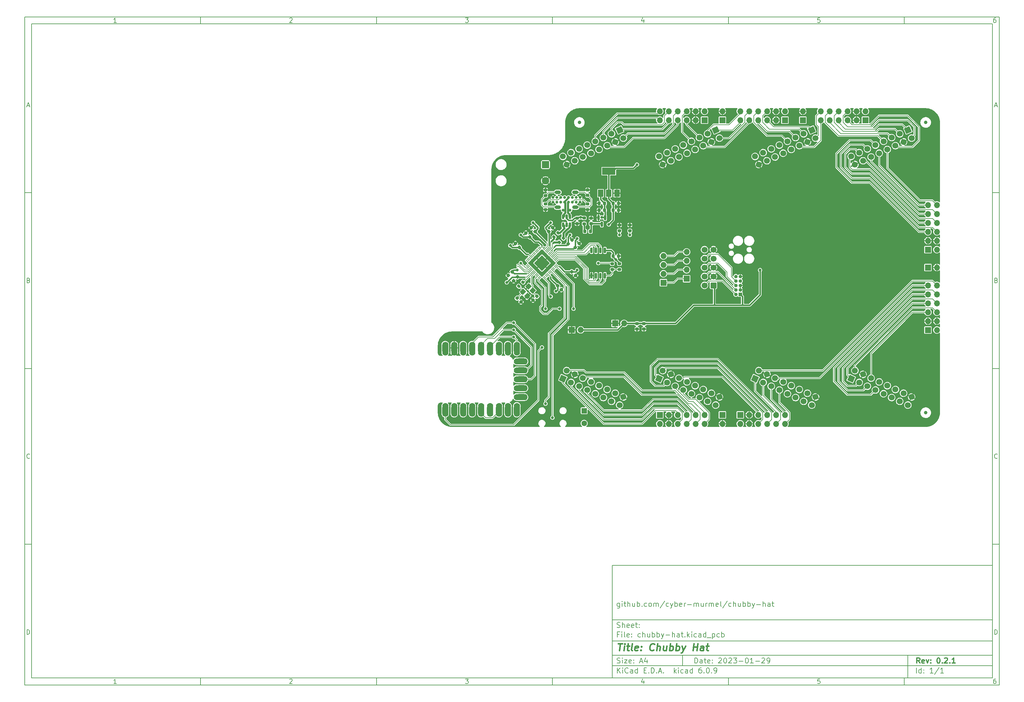
<source format=gbr>
%TF.GenerationSoftware,KiCad,Pcbnew,6.0.9*%
%TF.CreationDate,2023-02-10T02:22:54+01:00*%
%TF.ProjectId,chubby-hat,63687562-6279-42d6-9861-742e6b696361,0.2.1*%
%TF.SameCoordinates,Original*%
%TF.FileFunction,Copper,L2,Bot*%
%TF.FilePolarity,Positive*%
%FSLAX46Y46*%
G04 Gerber Fmt 4.6, Leading zero omitted, Abs format (unit mm)*
G04 Created by KiCad (PCBNEW 6.0.9) date 2023-02-10 02:22:54*
%MOMM*%
%LPD*%
G01*
G04 APERTURE LIST*
G04 Aperture macros list*
%AMRoundRect*
0 Rectangle with rounded corners*
0 $1 Rounding radius*
0 $2 $3 $4 $5 $6 $7 $8 $9 X,Y pos of 4 corners*
0 Add a 4 corners polygon primitive as box body*
4,1,4,$2,$3,$4,$5,$6,$7,$8,$9,$2,$3,0*
0 Add four circle primitives for the rounded corners*
1,1,$1+$1,$2,$3*
1,1,$1+$1,$4,$5*
1,1,$1+$1,$6,$7*
1,1,$1+$1,$8,$9*
0 Add four rect primitives between the rounded corners*
20,1,$1+$1,$2,$3,$4,$5,0*
20,1,$1+$1,$4,$5,$6,$7,0*
20,1,$1+$1,$6,$7,$8,$9,0*
20,1,$1+$1,$8,$9,$2,$3,0*%
%AMHorizOval*
0 Thick line with rounded ends*
0 $1 width*
0 $2 $3 position (X,Y) of the first rounded end (center of the circle)*
0 $4 $5 position (X,Y) of the second rounded end (center of the circle)*
0 Add line between two ends*
20,1,$1,$2,$3,$4,$5,0*
0 Add two circle primitives to create the rounded ends*
1,1,$1,$2,$3*
1,1,$1,$4,$5*%
%AMRotRect*
0 Rectangle, with rotation*
0 The origin of the aperture is its center*
0 $1 length*
0 $2 width*
0 $3 Rotation angle, in degrees counterclockwise*
0 Add horizontal line*
21,1,$1,$2,0,0,$3*%
G04 Aperture macros list end*
%ADD10C,0.100000*%
%ADD11C,0.150000*%
%ADD12C,0.300000*%
%ADD13C,0.400000*%
%TA.AperFunction,ComponentPad*%
%ADD14C,0.800000*%
%TD*%
%TA.AperFunction,ComponentPad*%
%ADD15O,1.800000X1.000000*%
%TD*%
%TA.AperFunction,ComponentPad*%
%ADD16R,1.700000X1.700000*%
%TD*%
%TA.AperFunction,ComponentPad*%
%ADD17O,1.700000X1.700000*%
%TD*%
%TA.AperFunction,ComponentPad*%
%ADD18C,1.778000*%
%TD*%
%TA.AperFunction,ComponentPad*%
%ADD19RoundRect,0.250001X-0.799999X0.799999X-0.799999X-0.799999X0.799999X-0.799999X0.799999X0.799999X0*%
%TD*%
%TA.AperFunction,ComponentPad*%
%ADD20C,2.100000*%
%TD*%
%TA.AperFunction,ComponentPad*%
%ADD21RoundRect,0.250000X-0.550000X0.550000X-0.550000X-0.550000X0.550000X-0.550000X0.550000X0.550000X0*%
%TD*%
%TA.AperFunction,ComponentPad*%
%ADD22C,1.600000*%
%TD*%
%TA.AperFunction,ComponentPad*%
%ADD23RoundRect,0.250000X0.600000X0.600000X-0.600000X0.600000X-0.600000X-0.600000X0.600000X-0.600000X0*%
%TD*%
%TA.AperFunction,ComponentPad*%
%ADD24C,1.700000*%
%TD*%
%TA.AperFunction,ComponentPad*%
%ADD25R,1.000000X1.000000*%
%TD*%
%TA.AperFunction,ComponentPad*%
%ADD26O,1.000000X1.000000*%
%TD*%
%TA.AperFunction,SMDPad,CuDef*%
%ADD27RotRect,1.400000X1.200000X45.000000*%
%TD*%
%TA.AperFunction,SMDPad,CuDef*%
%ADD28RoundRect,0.225000X0.250000X-0.225000X0.250000X0.225000X-0.250000X0.225000X-0.250000X-0.225000X0*%
%TD*%
%TA.AperFunction,ComponentPad*%
%ADD29RotRect,1.700000X1.700000X245.000000*%
%TD*%
%TA.AperFunction,ComponentPad*%
%ADD30HorizOval,1.700000X0.000000X0.000000X0.000000X0.000000X0*%
%TD*%
%TA.AperFunction,SMDPad,CuDef*%
%ADD31RoundRect,0.200000X-0.053033X0.335876X-0.335876X0.053033X0.053033X-0.335876X0.335876X-0.053033X0*%
%TD*%
%TA.AperFunction,SMDPad,CuDef*%
%ADD32RoundRect,0.200000X0.275000X-0.200000X0.275000X0.200000X-0.275000X0.200000X-0.275000X-0.200000X0*%
%TD*%
%TA.AperFunction,ComponentPad*%
%ADD33RotRect,1.700000X1.700000X115.000000*%
%TD*%
%TA.AperFunction,ComponentPad*%
%ADD34HorizOval,1.700000X0.000000X0.000000X0.000000X0.000000X0*%
%TD*%
%TA.AperFunction,SMDPad,CuDef*%
%ADD35RoundRect,0.218750X0.218750X0.256250X-0.218750X0.256250X-0.218750X-0.256250X0.218750X-0.256250X0*%
%TD*%
%TA.AperFunction,SMDPad,CuDef*%
%ADD36C,0.500000*%
%TD*%
%TA.AperFunction,SMDPad,CuDef*%
%ADD37RoundRect,0.225000X-0.017678X0.335876X-0.335876X0.017678X0.017678X-0.335876X0.335876X-0.017678X0*%
%TD*%
%TA.AperFunction,SMDPad,CuDef*%
%ADD38RoundRect,0.225000X0.017678X-0.335876X0.335876X-0.017678X-0.017678X0.335876X-0.335876X0.017678X0*%
%TD*%
%TA.AperFunction,SMDPad,CuDef*%
%ADD39RoundRect,0.225000X-0.250000X0.225000X-0.250000X-0.225000X0.250000X-0.225000X0.250000X0.225000X0*%
%TD*%
%TA.AperFunction,SMDPad,CuDef*%
%ADD40RoundRect,0.150000X0.150000X-0.512500X0.150000X0.512500X-0.150000X0.512500X-0.150000X-0.512500X0*%
%TD*%
%TA.AperFunction,SMDPad,CuDef*%
%ADD41C,1.000000*%
%TD*%
%TA.AperFunction,SMDPad,CuDef*%
%ADD42RoundRect,0.225000X-0.335876X-0.017678X-0.017678X-0.335876X0.335876X0.017678X0.017678X0.335876X0*%
%TD*%
%TA.AperFunction,SMDPad,CuDef*%
%ADD43RoundRect,0.050000X0.309359X-0.238649X-0.238649X0.309359X-0.309359X0.238649X0.238649X-0.309359X0*%
%TD*%
%TA.AperFunction,SMDPad,CuDef*%
%ADD44RoundRect,0.050000X0.309359X0.238649X0.238649X0.309359X-0.309359X-0.238649X-0.238649X-0.309359X0*%
%TD*%
%TA.AperFunction,SMDPad,CuDef*%
%ADD45RotRect,3.200000X3.200000X135.000000*%
%TD*%
%TA.AperFunction,SMDPad,CuDef*%
%ADD46RoundRect,0.225000X-0.225000X-0.250000X0.225000X-0.250000X0.225000X0.250000X-0.225000X0.250000X0*%
%TD*%
%TA.AperFunction,SMDPad,CuDef*%
%ADD47RoundRect,0.200000X0.053033X-0.335876X0.335876X-0.053033X-0.053033X0.335876X-0.335876X0.053033X0*%
%TD*%
%TA.AperFunction,SMDPad,CuDef*%
%ADD48RoundRect,0.150000X0.150000X-0.650000X0.150000X0.650000X-0.150000X0.650000X-0.150000X-0.650000X0*%
%TD*%
%TA.AperFunction,SMDPad,CuDef*%
%ADD49R,1.500000X2.000000*%
%TD*%
%TA.AperFunction,SMDPad,CuDef*%
%ADD50R,3.800000X2.000000*%
%TD*%
%TA.AperFunction,SMDPad,CuDef*%
%ADD51RoundRect,0.200000X-0.275000X0.200000X-0.275000X-0.200000X0.275000X-0.200000X0.275000X0.200000X0*%
%TD*%
%TA.AperFunction,SMDPad,CuDef*%
%ADD52O,1.778000X3.556000*%
%TD*%
%TA.AperFunction,SMDPad,CuDef*%
%ADD53O,3.556000X1.778000*%
%TD*%
%TA.AperFunction,SMDPad,CuDef*%
%ADD54RoundRect,0.225000X0.225000X0.250000X-0.225000X0.250000X-0.225000X-0.250000X0.225000X-0.250000X0*%
%TD*%
%TA.AperFunction,SMDPad,CuDef*%
%ADD55RoundRect,0.225000X0.335876X0.017678X0.017678X0.335876X-0.335876X-0.017678X-0.017678X-0.335876X0*%
%TD*%
%TA.AperFunction,SMDPad,CuDef*%
%ADD56RoundRect,0.150000X-0.150000X0.587500X-0.150000X-0.587500X0.150000X-0.587500X0.150000X0.587500X0*%
%TD*%
%TA.AperFunction,ViaPad*%
%ADD57C,0.800000*%
%TD*%
%TA.AperFunction,Conductor*%
%ADD58C,0.160000*%
%TD*%
%TA.AperFunction,Conductor*%
%ADD59C,0.400000*%
%TD*%
%TA.AperFunction,Conductor*%
%ADD60C,0.200000*%
%TD*%
%TA.AperFunction,Conductor*%
%ADD61C,0.600000*%
%TD*%
G04 APERTURE END LIST*
D10*
D11*
X177002200Y-166007200D02*
X177002200Y-198007200D01*
X285002200Y-198007200D01*
X285002200Y-166007200D01*
X177002200Y-166007200D01*
D10*
D11*
X10000000Y-10000000D02*
X10000000Y-200007200D01*
X287002200Y-200007200D01*
X287002200Y-10000000D01*
X10000000Y-10000000D01*
D10*
D11*
X12000000Y-12000000D02*
X12000000Y-198007200D01*
X285002200Y-198007200D01*
X285002200Y-12000000D01*
X12000000Y-12000000D01*
D10*
D11*
X60000000Y-12000000D02*
X60000000Y-10000000D01*
D10*
D11*
X110000000Y-12000000D02*
X110000000Y-10000000D01*
D10*
D11*
X160000000Y-12000000D02*
X160000000Y-10000000D01*
D10*
D11*
X210000000Y-12000000D02*
X210000000Y-10000000D01*
D10*
D11*
X260000000Y-12000000D02*
X260000000Y-10000000D01*
D10*
D11*
X36065476Y-11588095D02*
X35322619Y-11588095D01*
X35694047Y-11588095D02*
X35694047Y-10288095D01*
X35570238Y-10473809D01*
X35446428Y-10597619D01*
X35322619Y-10659523D01*
D10*
D11*
X85322619Y-10411904D02*
X85384523Y-10350000D01*
X85508333Y-10288095D01*
X85817857Y-10288095D01*
X85941666Y-10350000D01*
X86003571Y-10411904D01*
X86065476Y-10535714D01*
X86065476Y-10659523D01*
X86003571Y-10845238D01*
X85260714Y-11588095D01*
X86065476Y-11588095D01*
D10*
D11*
X135260714Y-10288095D02*
X136065476Y-10288095D01*
X135632142Y-10783333D01*
X135817857Y-10783333D01*
X135941666Y-10845238D01*
X136003571Y-10907142D01*
X136065476Y-11030952D01*
X136065476Y-11340476D01*
X136003571Y-11464285D01*
X135941666Y-11526190D01*
X135817857Y-11588095D01*
X135446428Y-11588095D01*
X135322619Y-11526190D01*
X135260714Y-11464285D01*
D10*
D11*
X185941666Y-10721428D02*
X185941666Y-11588095D01*
X185632142Y-10226190D02*
X185322619Y-11154761D01*
X186127380Y-11154761D01*
D10*
D11*
X236003571Y-10288095D02*
X235384523Y-10288095D01*
X235322619Y-10907142D01*
X235384523Y-10845238D01*
X235508333Y-10783333D01*
X235817857Y-10783333D01*
X235941666Y-10845238D01*
X236003571Y-10907142D01*
X236065476Y-11030952D01*
X236065476Y-11340476D01*
X236003571Y-11464285D01*
X235941666Y-11526190D01*
X235817857Y-11588095D01*
X235508333Y-11588095D01*
X235384523Y-11526190D01*
X235322619Y-11464285D01*
D10*
D11*
X285941666Y-10288095D02*
X285694047Y-10288095D01*
X285570238Y-10350000D01*
X285508333Y-10411904D01*
X285384523Y-10597619D01*
X285322619Y-10845238D01*
X285322619Y-11340476D01*
X285384523Y-11464285D01*
X285446428Y-11526190D01*
X285570238Y-11588095D01*
X285817857Y-11588095D01*
X285941666Y-11526190D01*
X286003571Y-11464285D01*
X286065476Y-11340476D01*
X286065476Y-11030952D01*
X286003571Y-10907142D01*
X285941666Y-10845238D01*
X285817857Y-10783333D01*
X285570238Y-10783333D01*
X285446428Y-10845238D01*
X285384523Y-10907142D01*
X285322619Y-11030952D01*
D10*
D11*
X60000000Y-198007200D02*
X60000000Y-200007200D01*
D10*
D11*
X110000000Y-198007200D02*
X110000000Y-200007200D01*
D10*
D11*
X160000000Y-198007200D02*
X160000000Y-200007200D01*
D10*
D11*
X210000000Y-198007200D02*
X210000000Y-200007200D01*
D10*
D11*
X260000000Y-198007200D02*
X260000000Y-200007200D01*
D10*
D11*
X36065476Y-199595295D02*
X35322619Y-199595295D01*
X35694047Y-199595295D02*
X35694047Y-198295295D01*
X35570238Y-198481009D01*
X35446428Y-198604819D01*
X35322619Y-198666723D01*
D10*
D11*
X85322619Y-198419104D02*
X85384523Y-198357200D01*
X85508333Y-198295295D01*
X85817857Y-198295295D01*
X85941666Y-198357200D01*
X86003571Y-198419104D01*
X86065476Y-198542914D01*
X86065476Y-198666723D01*
X86003571Y-198852438D01*
X85260714Y-199595295D01*
X86065476Y-199595295D01*
D10*
D11*
X135260714Y-198295295D02*
X136065476Y-198295295D01*
X135632142Y-198790533D01*
X135817857Y-198790533D01*
X135941666Y-198852438D01*
X136003571Y-198914342D01*
X136065476Y-199038152D01*
X136065476Y-199347676D01*
X136003571Y-199471485D01*
X135941666Y-199533390D01*
X135817857Y-199595295D01*
X135446428Y-199595295D01*
X135322619Y-199533390D01*
X135260714Y-199471485D01*
D10*
D11*
X185941666Y-198728628D02*
X185941666Y-199595295D01*
X185632142Y-198233390D02*
X185322619Y-199161961D01*
X186127380Y-199161961D01*
D10*
D11*
X236003571Y-198295295D02*
X235384523Y-198295295D01*
X235322619Y-198914342D01*
X235384523Y-198852438D01*
X235508333Y-198790533D01*
X235817857Y-198790533D01*
X235941666Y-198852438D01*
X236003571Y-198914342D01*
X236065476Y-199038152D01*
X236065476Y-199347676D01*
X236003571Y-199471485D01*
X235941666Y-199533390D01*
X235817857Y-199595295D01*
X235508333Y-199595295D01*
X235384523Y-199533390D01*
X235322619Y-199471485D01*
D10*
D11*
X285941666Y-198295295D02*
X285694047Y-198295295D01*
X285570238Y-198357200D01*
X285508333Y-198419104D01*
X285384523Y-198604819D01*
X285322619Y-198852438D01*
X285322619Y-199347676D01*
X285384523Y-199471485D01*
X285446428Y-199533390D01*
X285570238Y-199595295D01*
X285817857Y-199595295D01*
X285941666Y-199533390D01*
X286003571Y-199471485D01*
X286065476Y-199347676D01*
X286065476Y-199038152D01*
X286003571Y-198914342D01*
X285941666Y-198852438D01*
X285817857Y-198790533D01*
X285570238Y-198790533D01*
X285446428Y-198852438D01*
X285384523Y-198914342D01*
X285322619Y-199038152D01*
D10*
D11*
X10000000Y-60000000D02*
X12000000Y-60000000D01*
D10*
D11*
X10000000Y-110000000D02*
X12000000Y-110000000D01*
D10*
D11*
X10000000Y-160000000D02*
X12000000Y-160000000D01*
D10*
D11*
X10690476Y-35216666D02*
X11309523Y-35216666D01*
X10566666Y-35588095D02*
X11000000Y-34288095D01*
X11433333Y-35588095D01*
D10*
D11*
X11092857Y-84907142D02*
X11278571Y-84969047D01*
X11340476Y-85030952D01*
X11402380Y-85154761D01*
X11402380Y-85340476D01*
X11340476Y-85464285D01*
X11278571Y-85526190D01*
X11154761Y-85588095D01*
X10659523Y-85588095D01*
X10659523Y-84288095D01*
X11092857Y-84288095D01*
X11216666Y-84350000D01*
X11278571Y-84411904D01*
X11340476Y-84535714D01*
X11340476Y-84659523D01*
X11278571Y-84783333D01*
X11216666Y-84845238D01*
X11092857Y-84907142D01*
X10659523Y-84907142D01*
D10*
D11*
X11402380Y-135464285D02*
X11340476Y-135526190D01*
X11154761Y-135588095D01*
X11030952Y-135588095D01*
X10845238Y-135526190D01*
X10721428Y-135402380D01*
X10659523Y-135278571D01*
X10597619Y-135030952D01*
X10597619Y-134845238D01*
X10659523Y-134597619D01*
X10721428Y-134473809D01*
X10845238Y-134350000D01*
X11030952Y-134288095D01*
X11154761Y-134288095D01*
X11340476Y-134350000D01*
X11402380Y-134411904D01*
D10*
D11*
X10659523Y-185588095D02*
X10659523Y-184288095D01*
X10969047Y-184288095D01*
X11154761Y-184350000D01*
X11278571Y-184473809D01*
X11340476Y-184597619D01*
X11402380Y-184845238D01*
X11402380Y-185030952D01*
X11340476Y-185278571D01*
X11278571Y-185402380D01*
X11154761Y-185526190D01*
X10969047Y-185588095D01*
X10659523Y-185588095D01*
D10*
D11*
X287002200Y-60000000D02*
X285002200Y-60000000D01*
D10*
D11*
X287002200Y-110000000D02*
X285002200Y-110000000D01*
D10*
D11*
X287002200Y-160000000D02*
X285002200Y-160000000D01*
D10*
D11*
X285692676Y-35216666D02*
X286311723Y-35216666D01*
X285568866Y-35588095D02*
X286002200Y-34288095D01*
X286435533Y-35588095D01*
D10*
D11*
X286095057Y-84907142D02*
X286280771Y-84969047D01*
X286342676Y-85030952D01*
X286404580Y-85154761D01*
X286404580Y-85340476D01*
X286342676Y-85464285D01*
X286280771Y-85526190D01*
X286156961Y-85588095D01*
X285661723Y-85588095D01*
X285661723Y-84288095D01*
X286095057Y-84288095D01*
X286218866Y-84350000D01*
X286280771Y-84411904D01*
X286342676Y-84535714D01*
X286342676Y-84659523D01*
X286280771Y-84783333D01*
X286218866Y-84845238D01*
X286095057Y-84907142D01*
X285661723Y-84907142D01*
D10*
D11*
X286404580Y-135464285D02*
X286342676Y-135526190D01*
X286156961Y-135588095D01*
X286033152Y-135588095D01*
X285847438Y-135526190D01*
X285723628Y-135402380D01*
X285661723Y-135278571D01*
X285599819Y-135030952D01*
X285599819Y-134845238D01*
X285661723Y-134597619D01*
X285723628Y-134473809D01*
X285847438Y-134350000D01*
X286033152Y-134288095D01*
X286156961Y-134288095D01*
X286342676Y-134350000D01*
X286404580Y-134411904D01*
D10*
D11*
X285661723Y-185588095D02*
X285661723Y-184288095D01*
X285971247Y-184288095D01*
X286156961Y-184350000D01*
X286280771Y-184473809D01*
X286342676Y-184597619D01*
X286404580Y-184845238D01*
X286404580Y-185030952D01*
X286342676Y-185278571D01*
X286280771Y-185402380D01*
X286156961Y-185526190D01*
X285971247Y-185588095D01*
X285661723Y-185588095D01*
D10*
D11*
X200434342Y-193785771D02*
X200434342Y-192285771D01*
X200791485Y-192285771D01*
X201005771Y-192357200D01*
X201148628Y-192500057D01*
X201220057Y-192642914D01*
X201291485Y-192928628D01*
X201291485Y-193142914D01*
X201220057Y-193428628D01*
X201148628Y-193571485D01*
X201005771Y-193714342D01*
X200791485Y-193785771D01*
X200434342Y-193785771D01*
X202577200Y-193785771D02*
X202577200Y-193000057D01*
X202505771Y-192857200D01*
X202362914Y-192785771D01*
X202077200Y-192785771D01*
X201934342Y-192857200D01*
X202577200Y-193714342D02*
X202434342Y-193785771D01*
X202077200Y-193785771D01*
X201934342Y-193714342D01*
X201862914Y-193571485D01*
X201862914Y-193428628D01*
X201934342Y-193285771D01*
X202077200Y-193214342D01*
X202434342Y-193214342D01*
X202577200Y-193142914D01*
X203077200Y-192785771D02*
X203648628Y-192785771D01*
X203291485Y-192285771D02*
X203291485Y-193571485D01*
X203362914Y-193714342D01*
X203505771Y-193785771D01*
X203648628Y-193785771D01*
X204720057Y-193714342D02*
X204577200Y-193785771D01*
X204291485Y-193785771D01*
X204148628Y-193714342D01*
X204077200Y-193571485D01*
X204077200Y-193000057D01*
X204148628Y-192857200D01*
X204291485Y-192785771D01*
X204577200Y-192785771D01*
X204720057Y-192857200D01*
X204791485Y-193000057D01*
X204791485Y-193142914D01*
X204077200Y-193285771D01*
X205434342Y-193642914D02*
X205505771Y-193714342D01*
X205434342Y-193785771D01*
X205362914Y-193714342D01*
X205434342Y-193642914D01*
X205434342Y-193785771D01*
X205434342Y-192857200D02*
X205505771Y-192928628D01*
X205434342Y-193000057D01*
X205362914Y-192928628D01*
X205434342Y-192857200D01*
X205434342Y-193000057D01*
X207220057Y-192428628D02*
X207291485Y-192357200D01*
X207434342Y-192285771D01*
X207791485Y-192285771D01*
X207934342Y-192357200D01*
X208005771Y-192428628D01*
X208077200Y-192571485D01*
X208077200Y-192714342D01*
X208005771Y-192928628D01*
X207148628Y-193785771D01*
X208077200Y-193785771D01*
X209005771Y-192285771D02*
X209148628Y-192285771D01*
X209291485Y-192357200D01*
X209362914Y-192428628D01*
X209434342Y-192571485D01*
X209505771Y-192857200D01*
X209505771Y-193214342D01*
X209434342Y-193500057D01*
X209362914Y-193642914D01*
X209291485Y-193714342D01*
X209148628Y-193785771D01*
X209005771Y-193785771D01*
X208862914Y-193714342D01*
X208791485Y-193642914D01*
X208720057Y-193500057D01*
X208648628Y-193214342D01*
X208648628Y-192857200D01*
X208720057Y-192571485D01*
X208791485Y-192428628D01*
X208862914Y-192357200D01*
X209005771Y-192285771D01*
X210077200Y-192428628D02*
X210148628Y-192357200D01*
X210291485Y-192285771D01*
X210648628Y-192285771D01*
X210791485Y-192357200D01*
X210862914Y-192428628D01*
X210934342Y-192571485D01*
X210934342Y-192714342D01*
X210862914Y-192928628D01*
X210005771Y-193785771D01*
X210934342Y-193785771D01*
X211434342Y-192285771D02*
X212362914Y-192285771D01*
X211862914Y-192857200D01*
X212077200Y-192857200D01*
X212220057Y-192928628D01*
X212291485Y-193000057D01*
X212362914Y-193142914D01*
X212362914Y-193500057D01*
X212291485Y-193642914D01*
X212220057Y-193714342D01*
X212077200Y-193785771D01*
X211648628Y-193785771D01*
X211505771Y-193714342D01*
X211434342Y-193642914D01*
X213005771Y-193214342D02*
X214148628Y-193214342D01*
X215148628Y-192285771D02*
X215291485Y-192285771D01*
X215434342Y-192357200D01*
X215505771Y-192428628D01*
X215577200Y-192571485D01*
X215648628Y-192857200D01*
X215648628Y-193214342D01*
X215577200Y-193500057D01*
X215505771Y-193642914D01*
X215434342Y-193714342D01*
X215291485Y-193785771D01*
X215148628Y-193785771D01*
X215005771Y-193714342D01*
X214934342Y-193642914D01*
X214862914Y-193500057D01*
X214791485Y-193214342D01*
X214791485Y-192857200D01*
X214862914Y-192571485D01*
X214934342Y-192428628D01*
X215005771Y-192357200D01*
X215148628Y-192285771D01*
X217077200Y-193785771D02*
X216220057Y-193785771D01*
X216648628Y-193785771D02*
X216648628Y-192285771D01*
X216505771Y-192500057D01*
X216362914Y-192642914D01*
X216220057Y-192714342D01*
X217720057Y-193214342D02*
X218862914Y-193214342D01*
X219505771Y-192428628D02*
X219577200Y-192357200D01*
X219720057Y-192285771D01*
X220077200Y-192285771D01*
X220220057Y-192357200D01*
X220291485Y-192428628D01*
X220362914Y-192571485D01*
X220362914Y-192714342D01*
X220291485Y-192928628D01*
X219434342Y-193785771D01*
X220362914Y-193785771D01*
X221077200Y-193785771D02*
X221362914Y-193785771D01*
X221505771Y-193714342D01*
X221577200Y-193642914D01*
X221720057Y-193428628D01*
X221791485Y-193142914D01*
X221791485Y-192571485D01*
X221720057Y-192428628D01*
X221648628Y-192357200D01*
X221505771Y-192285771D01*
X221220057Y-192285771D01*
X221077200Y-192357200D01*
X221005771Y-192428628D01*
X220934342Y-192571485D01*
X220934342Y-192928628D01*
X221005771Y-193071485D01*
X221077200Y-193142914D01*
X221220057Y-193214342D01*
X221505771Y-193214342D01*
X221648628Y-193142914D01*
X221720057Y-193071485D01*
X221791485Y-192928628D01*
D10*
D11*
X177002200Y-194507200D02*
X285002200Y-194507200D01*
D10*
D11*
X178434342Y-196585771D02*
X178434342Y-195085771D01*
X179291485Y-196585771D02*
X178648628Y-195728628D01*
X179291485Y-195085771D02*
X178434342Y-195942914D01*
X179934342Y-196585771D02*
X179934342Y-195585771D01*
X179934342Y-195085771D02*
X179862914Y-195157200D01*
X179934342Y-195228628D01*
X180005771Y-195157200D01*
X179934342Y-195085771D01*
X179934342Y-195228628D01*
X181505771Y-196442914D02*
X181434342Y-196514342D01*
X181220057Y-196585771D01*
X181077200Y-196585771D01*
X180862914Y-196514342D01*
X180720057Y-196371485D01*
X180648628Y-196228628D01*
X180577200Y-195942914D01*
X180577200Y-195728628D01*
X180648628Y-195442914D01*
X180720057Y-195300057D01*
X180862914Y-195157200D01*
X181077200Y-195085771D01*
X181220057Y-195085771D01*
X181434342Y-195157200D01*
X181505771Y-195228628D01*
X182791485Y-196585771D02*
X182791485Y-195800057D01*
X182720057Y-195657200D01*
X182577200Y-195585771D01*
X182291485Y-195585771D01*
X182148628Y-195657200D01*
X182791485Y-196514342D02*
X182648628Y-196585771D01*
X182291485Y-196585771D01*
X182148628Y-196514342D01*
X182077200Y-196371485D01*
X182077200Y-196228628D01*
X182148628Y-196085771D01*
X182291485Y-196014342D01*
X182648628Y-196014342D01*
X182791485Y-195942914D01*
X184148628Y-196585771D02*
X184148628Y-195085771D01*
X184148628Y-196514342D02*
X184005771Y-196585771D01*
X183720057Y-196585771D01*
X183577200Y-196514342D01*
X183505771Y-196442914D01*
X183434342Y-196300057D01*
X183434342Y-195871485D01*
X183505771Y-195728628D01*
X183577200Y-195657200D01*
X183720057Y-195585771D01*
X184005771Y-195585771D01*
X184148628Y-195657200D01*
X186005771Y-195800057D02*
X186505771Y-195800057D01*
X186720057Y-196585771D02*
X186005771Y-196585771D01*
X186005771Y-195085771D01*
X186720057Y-195085771D01*
X187362914Y-196442914D02*
X187434342Y-196514342D01*
X187362914Y-196585771D01*
X187291485Y-196514342D01*
X187362914Y-196442914D01*
X187362914Y-196585771D01*
X188077200Y-196585771D02*
X188077200Y-195085771D01*
X188434342Y-195085771D01*
X188648628Y-195157200D01*
X188791485Y-195300057D01*
X188862914Y-195442914D01*
X188934342Y-195728628D01*
X188934342Y-195942914D01*
X188862914Y-196228628D01*
X188791485Y-196371485D01*
X188648628Y-196514342D01*
X188434342Y-196585771D01*
X188077200Y-196585771D01*
X189577200Y-196442914D02*
X189648628Y-196514342D01*
X189577200Y-196585771D01*
X189505771Y-196514342D01*
X189577200Y-196442914D01*
X189577200Y-196585771D01*
X190220057Y-196157200D02*
X190934342Y-196157200D01*
X190077200Y-196585771D02*
X190577200Y-195085771D01*
X191077200Y-196585771D01*
X191577200Y-196442914D02*
X191648628Y-196514342D01*
X191577200Y-196585771D01*
X191505771Y-196514342D01*
X191577200Y-196442914D01*
X191577200Y-196585771D01*
X194577200Y-196585771D02*
X194577200Y-195085771D01*
X194720057Y-196014342D02*
X195148628Y-196585771D01*
X195148628Y-195585771D02*
X194577200Y-196157200D01*
X195791485Y-196585771D02*
X195791485Y-195585771D01*
X195791485Y-195085771D02*
X195720057Y-195157200D01*
X195791485Y-195228628D01*
X195862914Y-195157200D01*
X195791485Y-195085771D01*
X195791485Y-195228628D01*
X197148628Y-196514342D02*
X197005771Y-196585771D01*
X196720057Y-196585771D01*
X196577200Y-196514342D01*
X196505771Y-196442914D01*
X196434342Y-196300057D01*
X196434342Y-195871485D01*
X196505771Y-195728628D01*
X196577200Y-195657200D01*
X196720057Y-195585771D01*
X197005771Y-195585771D01*
X197148628Y-195657200D01*
X198434342Y-196585771D02*
X198434342Y-195800057D01*
X198362914Y-195657200D01*
X198220057Y-195585771D01*
X197934342Y-195585771D01*
X197791485Y-195657200D01*
X198434342Y-196514342D02*
X198291485Y-196585771D01*
X197934342Y-196585771D01*
X197791485Y-196514342D01*
X197720057Y-196371485D01*
X197720057Y-196228628D01*
X197791485Y-196085771D01*
X197934342Y-196014342D01*
X198291485Y-196014342D01*
X198434342Y-195942914D01*
X199791485Y-196585771D02*
X199791485Y-195085771D01*
X199791485Y-196514342D02*
X199648628Y-196585771D01*
X199362914Y-196585771D01*
X199220057Y-196514342D01*
X199148628Y-196442914D01*
X199077200Y-196300057D01*
X199077200Y-195871485D01*
X199148628Y-195728628D01*
X199220057Y-195657200D01*
X199362914Y-195585771D01*
X199648628Y-195585771D01*
X199791485Y-195657200D01*
X202291485Y-195085771D02*
X202005771Y-195085771D01*
X201862914Y-195157200D01*
X201791485Y-195228628D01*
X201648628Y-195442914D01*
X201577200Y-195728628D01*
X201577200Y-196300057D01*
X201648628Y-196442914D01*
X201720057Y-196514342D01*
X201862914Y-196585771D01*
X202148628Y-196585771D01*
X202291485Y-196514342D01*
X202362914Y-196442914D01*
X202434342Y-196300057D01*
X202434342Y-195942914D01*
X202362914Y-195800057D01*
X202291485Y-195728628D01*
X202148628Y-195657200D01*
X201862914Y-195657200D01*
X201720057Y-195728628D01*
X201648628Y-195800057D01*
X201577200Y-195942914D01*
X203077200Y-196442914D02*
X203148628Y-196514342D01*
X203077200Y-196585771D01*
X203005771Y-196514342D01*
X203077200Y-196442914D01*
X203077200Y-196585771D01*
X204077200Y-195085771D02*
X204220057Y-195085771D01*
X204362914Y-195157200D01*
X204434342Y-195228628D01*
X204505771Y-195371485D01*
X204577200Y-195657200D01*
X204577200Y-196014342D01*
X204505771Y-196300057D01*
X204434342Y-196442914D01*
X204362914Y-196514342D01*
X204220057Y-196585771D01*
X204077200Y-196585771D01*
X203934342Y-196514342D01*
X203862914Y-196442914D01*
X203791485Y-196300057D01*
X203720057Y-196014342D01*
X203720057Y-195657200D01*
X203791485Y-195371485D01*
X203862914Y-195228628D01*
X203934342Y-195157200D01*
X204077200Y-195085771D01*
X205220057Y-196442914D02*
X205291485Y-196514342D01*
X205220057Y-196585771D01*
X205148628Y-196514342D01*
X205220057Y-196442914D01*
X205220057Y-196585771D01*
X206005771Y-196585771D02*
X206291485Y-196585771D01*
X206434342Y-196514342D01*
X206505771Y-196442914D01*
X206648628Y-196228628D01*
X206720057Y-195942914D01*
X206720057Y-195371485D01*
X206648628Y-195228628D01*
X206577200Y-195157200D01*
X206434342Y-195085771D01*
X206148628Y-195085771D01*
X206005771Y-195157200D01*
X205934342Y-195228628D01*
X205862914Y-195371485D01*
X205862914Y-195728628D01*
X205934342Y-195871485D01*
X206005771Y-195942914D01*
X206148628Y-196014342D01*
X206434342Y-196014342D01*
X206577200Y-195942914D01*
X206648628Y-195871485D01*
X206720057Y-195728628D01*
D10*
D11*
X177002200Y-191507200D02*
X285002200Y-191507200D01*
D10*
D12*
X264411485Y-193785771D02*
X263911485Y-193071485D01*
X263554342Y-193785771D02*
X263554342Y-192285771D01*
X264125771Y-192285771D01*
X264268628Y-192357200D01*
X264340057Y-192428628D01*
X264411485Y-192571485D01*
X264411485Y-192785771D01*
X264340057Y-192928628D01*
X264268628Y-193000057D01*
X264125771Y-193071485D01*
X263554342Y-193071485D01*
X265625771Y-193714342D02*
X265482914Y-193785771D01*
X265197200Y-193785771D01*
X265054342Y-193714342D01*
X264982914Y-193571485D01*
X264982914Y-193000057D01*
X265054342Y-192857200D01*
X265197200Y-192785771D01*
X265482914Y-192785771D01*
X265625771Y-192857200D01*
X265697200Y-193000057D01*
X265697200Y-193142914D01*
X264982914Y-193285771D01*
X266197200Y-192785771D02*
X266554342Y-193785771D01*
X266911485Y-192785771D01*
X267482914Y-193642914D02*
X267554342Y-193714342D01*
X267482914Y-193785771D01*
X267411485Y-193714342D01*
X267482914Y-193642914D01*
X267482914Y-193785771D01*
X267482914Y-192857200D02*
X267554342Y-192928628D01*
X267482914Y-193000057D01*
X267411485Y-192928628D01*
X267482914Y-192857200D01*
X267482914Y-193000057D01*
X269625771Y-192285771D02*
X269768628Y-192285771D01*
X269911485Y-192357200D01*
X269982914Y-192428628D01*
X270054342Y-192571485D01*
X270125771Y-192857200D01*
X270125771Y-193214342D01*
X270054342Y-193500057D01*
X269982914Y-193642914D01*
X269911485Y-193714342D01*
X269768628Y-193785771D01*
X269625771Y-193785771D01*
X269482914Y-193714342D01*
X269411485Y-193642914D01*
X269340057Y-193500057D01*
X269268628Y-193214342D01*
X269268628Y-192857200D01*
X269340057Y-192571485D01*
X269411485Y-192428628D01*
X269482914Y-192357200D01*
X269625771Y-192285771D01*
X270768628Y-193642914D02*
X270840057Y-193714342D01*
X270768628Y-193785771D01*
X270697200Y-193714342D01*
X270768628Y-193642914D01*
X270768628Y-193785771D01*
X271411485Y-192428628D02*
X271482914Y-192357200D01*
X271625771Y-192285771D01*
X271982914Y-192285771D01*
X272125771Y-192357200D01*
X272197200Y-192428628D01*
X272268628Y-192571485D01*
X272268628Y-192714342D01*
X272197200Y-192928628D01*
X271340057Y-193785771D01*
X272268628Y-193785771D01*
X272911485Y-193642914D02*
X272982914Y-193714342D01*
X272911485Y-193785771D01*
X272840057Y-193714342D01*
X272911485Y-193642914D01*
X272911485Y-193785771D01*
X274411485Y-193785771D02*
X273554342Y-193785771D01*
X273982914Y-193785771D02*
X273982914Y-192285771D01*
X273840057Y-192500057D01*
X273697200Y-192642914D01*
X273554342Y-192714342D01*
D10*
D11*
X178362914Y-193714342D02*
X178577200Y-193785771D01*
X178934342Y-193785771D01*
X179077200Y-193714342D01*
X179148628Y-193642914D01*
X179220057Y-193500057D01*
X179220057Y-193357200D01*
X179148628Y-193214342D01*
X179077200Y-193142914D01*
X178934342Y-193071485D01*
X178648628Y-193000057D01*
X178505771Y-192928628D01*
X178434342Y-192857200D01*
X178362914Y-192714342D01*
X178362914Y-192571485D01*
X178434342Y-192428628D01*
X178505771Y-192357200D01*
X178648628Y-192285771D01*
X179005771Y-192285771D01*
X179220057Y-192357200D01*
X179862914Y-193785771D02*
X179862914Y-192785771D01*
X179862914Y-192285771D02*
X179791485Y-192357200D01*
X179862914Y-192428628D01*
X179934342Y-192357200D01*
X179862914Y-192285771D01*
X179862914Y-192428628D01*
X180434342Y-192785771D02*
X181220057Y-192785771D01*
X180434342Y-193785771D01*
X181220057Y-193785771D01*
X182362914Y-193714342D02*
X182220057Y-193785771D01*
X181934342Y-193785771D01*
X181791485Y-193714342D01*
X181720057Y-193571485D01*
X181720057Y-193000057D01*
X181791485Y-192857200D01*
X181934342Y-192785771D01*
X182220057Y-192785771D01*
X182362914Y-192857200D01*
X182434342Y-193000057D01*
X182434342Y-193142914D01*
X181720057Y-193285771D01*
X183077200Y-193642914D02*
X183148628Y-193714342D01*
X183077200Y-193785771D01*
X183005771Y-193714342D01*
X183077200Y-193642914D01*
X183077200Y-193785771D01*
X183077200Y-192857200D02*
X183148628Y-192928628D01*
X183077200Y-193000057D01*
X183005771Y-192928628D01*
X183077200Y-192857200D01*
X183077200Y-193000057D01*
X184862914Y-193357200D02*
X185577200Y-193357200D01*
X184720057Y-193785771D02*
X185220057Y-192285771D01*
X185720057Y-193785771D01*
X186862914Y-192785771D02*
X186862914Y-193785771D01*
X186505771Y-192214342D02*
X186148628Y-193285771D01*
X187077200Y-193285771D01*
D10*
D11*
X263434342Y-196585771D02*
X263434342Y-195085771D01*
X264791485Y-196585771D02*
X264791485Y-195085771D01*
X264791485Y-196514342D02*
X264648628Y-196585771D01*
X264362914Y-196585771D01*
X264220057Y-196514342D01*
X264148628Y-196442914D01*
X264077200Y-196300057D01*
X264077200Y-195871485D01*
X264148628Y-195728628D01*
X264220057Y-195657200D01*
X264362914Y-195585771D01*
X264648628Y-195585771D01*
X264791485Y-195657200D01*
X265505771Y-196442914D02*
X265577200Y-196514342D01*
X265505771Y-196585771D01*
X265434342Y-196514342D01*
X265505771Y-196442914D01*
X265505771Y-196585771D01*
X265505771Y-195657200D02*
X265577200Y-195728628D01*
X265505771Y-195800057D01*
X265434342Y-195728628D01*
X265505771Y-195657200D01*
X265505771Y-195800057D01*
X268148628Y-196585771D02*
X267291485Y-196585771D01*
X267720057Y-196585771D02*
X267720057Y-195085771D01*
X267577200Y-195300057D01*
X267434342Y-195442914D01*
X267291485Y-195514342D01*
X269862914Y-195014342D02*
X268577200Y-196942914D01*
X271148628Y-196585771D02*
X270291485Y-196585771D01*
X270720057Y-196585771D02*
X270720057Y-195085771D01*
X270577200Y-195300057D01*
X270434342Y-195442914D01*
X270291485Y-195514342D01*
D10*
D11*
X177002200Y-187507200D02*
X285002200Y-187507200D01*
D10*
D13*
X178714580Y-188211961D02*
X179857438Y-188211961D01*
X179036009Y-190211961D02*
X179286009Y-188211961D01*
X180274104Y-190211961D02*
X180440771Y-188878628D01*
X180524104Y-188211961D02*
X180416961Y-188307200D01*
X180500295Y-188402438D01*
X180607438Y-188307200D01*
X180524104Y-188211961D01*
X180500295Y-188402438D01*
X181107438Y-188878628D02*
X181869342Y-188878628D01*
X181476485Y-188211961D02*
X181262200Y-189926247D01*
X181333628Y-190116723D01*
X181512200Y-190211961D01*
X181702676Y-190211961D01*
X182655057Y-190211961D02*
X182476485Y-190116723D01*
X182405057Y-189926247D01*
X182619342Y-188211961D01*
X184190771Y-190116723D02*
X183988390Y-190211961D01*
X183607438Y-190211961D01*
X183428866Y-190116723D01*
X183357438Y-189926247D01*
X183452676Y-189164342D01*
X183571723Y-188973866D01*
X183774104Y-188878628D01*
X184155057Y-188878628D01*
X184333628Y-188973866D01*
X184405057Y-189164342D01*
X184381247Y-189354819D01*
X183405057Y-189545295D01*
X185155057Y-190021485D02*
X185238390Y-190116723D01*
X185131247Y-190211961D01*
X185047914Y-190116723D01*
X185155057Y-190021485D01*
X185131247Y-190211961D01*
X185286009Y-188973866D02*
X185369342Y-189069104D01*
X185262200Y-189164342D01*
X185178866Y-189069104D01*
X185286009Y-188973866D01*
X185262200Y-189164342D01*
X188774104Y-190021485D02*
X188666961Y-190116723D01*
X188369342Y-190211961D01*
X188178866Y-190211961D01*
X187905057Y-190116723D01*
X187738390Y-189926247D01*
X187666961Y-189735771D01*
X187619342Y-189354819D01*
X187655057Y-189069104D01*
X187797914Y-188688152D01*
X187916961Y-188497676D01*
X188131247Y-188307200D01*
X188428866Y-188211961D01*
X188619342Y-188211961D01*
X188893152Y-188307200D01*
X188976485Y-188402438D01*
X189607438Y-190211961D02*
X189857438Y-188211961D01*
X190464580Y-190211961D02*
X190595533Y-189164342D01*
X190524104Y-188973866D01*
X190345533Y-188878628D01*
X190059819Y-188878628D01*
X189857438Y-188973866D01*
X189750295Y-189069104D01*
X192440771Y-188878628D02*
X192274104Y-190211961D01*
X191583628Y-188878628D02*
X191452676Y-189926247D01*
X191524104Y-190116723D01*
X191702676Y-190211961D01*
X191988390Y-190211961D01*
X192190771Y-190116723D01*
X192297914Y-190021485D01*
X193226485Y-190211961D02*
X193476485Y-188211961D01*
X193381247Y-188973866D02*
X193583628Y-188878628D01*
X193964580Y-188878628D01*
X194143152Y-188973866D01*
X194226485Y-189069104D01*
X194297914Y-189259580D01*
X194226485Y-189831009D01*
X194107438Y-190021485D01*
X194000295Y-190116723D01*
X193797914Y-190211961D01*
X193416961Y-190211961D01*
X193238390Y-190116723D01*
X195036009Y-190211961D02*
X195286009Y-188211961D01*
X195190771Y-188973866D02*
X195393152Y-188878628D01*
X195774104Y-188878628D01*
X195952676Y-188973866D01*
X196036009Y-189069104D01*
X196107438Y-189259580D01*
X196036009Y-189831009D01*
X195916961Y-190021485D01*
X195809819Y-190116723D01*
X195607438Y-190211961D01*
X195226485Y-190211961D01*
X195047914Y-190116723D01*
X196821723Y-188878628D02*
X197131247Y-190211961D01*
X197774104Y-188878628D02*
X197131247Y-190211961D01*
X196881247Y-190688152D01*
X196774104Y-190783390D01*
X196571723Y-190878628D01*
X199893152Y-190211961D02*
X200143152Y-188211961D01*
X200024104Y-189164342D02*
X201166961Y-189164342D01*
X201036009Y-190211961D02*
X201286009Y-188211961D01*
X202845533Y-190211961D02*
X202976485Y-189164342D01*
X202905057Y-188973866D01*
X202726485Y-188878628D01*
X202345533Y-188878628D01*
X202143152Y-188973866D01*
X202857438Y-190116723D02*
X202655057Y-190211961D01*
X202178866Y-190211961D01*
X202000295Y-190116723D01*
X201928866Y-189926247D01*
X201952676Y-189735771D01*
X202071723Y-189545295D01*
X202274104Y-189450057D01*
X202750295Y-189450057D01*
X202952676Y-189354819D01*
X203678866Y-188878628D02*
X204440771Y-188878628D01*
X204047914Y-188211961D02*
X203833628Y-189926247D01*
X203905057Y-190116723D01*
X204083628Y-190211961D01*
X204274104Y-190211961D01*
D10*
D11*
X178934342Y-185600057D02*
X178434342Y-185600057D01*
X178434342Y-186385771D02*
X178434342Y-184885771D01*
X179148628Y-184885771D01*
X179720057Y-186385771D02*
X179720057Y-185385771D01*
X179720057Y-184885771D02*
X179648628Y-184957200D01*
X179720057Y-185028628D01*
X179791485Y-184957200D01*
X179720057Y-184885771D01*
X179720057Y-185028628D01*
X180648628Y-186385771D02*
X180505771Y-186314342D01*
X180434342Y-186171485D01*
X180434342Y-184885771D01*
X181791485Y-186314342D02*
X181648628Y-186385771D01*
X181362914Y-186385771D01*
X181220057Y-186314342D01*
X181148628Y-186171485D01*
X181148628Y-185600057D01*
X181220057Y-185457200D01*
X181362914Y-185385771D01*
X181648628Y-185385771D01*
X181791485Y-185457200D01*
X181862914Y-185600057D01*
X181862914Y-185742914D01*
X181148628Y-185885771D01*
X182505771Y-186242914D02*
X182577200Y-186314342D01*
X182505771Y-186385771D01*
X182434342Y-186314342D01*
X182505771Y-186242914D01*
X182505771Y-186385771D01*
X182505771Y-185457200D02*
X182577200Y-185528628D01*
X182505771Y-185600057D01*
X182434342Y-185528628D01*
X182505771Y-185457200D01*
X182505771Y-185600057D01*
X185005771Y-186314342D02*
X184862914Y-186385771D01*
X184577200Y-186385771D01*
X184434342Y-186314342D01*
X184362914Y-186242914D01*
X184291485Y-186100057D01*
X184291485Y-185671485D01*
X184362914Y-185528628D01*
X184434342Y-185457200D01*
X184577200Y-185385771D01*
X184862914Y-185385771D01*
X185005771Y-185457200D01*
X185648628Y-186385771D02*
X185648628Y-184885771D01*
X186291485Y-186385771D02*
X186291485Y-185600057D01*
X186220057Y-185457200D01*
X186077200Y-185385771D01*
X185862914Y-185385771D01*
X185720057Y-185457200D01*
X185648628Y-185528628D01*
X187648628Y-185385771D02*
X187648628Y-186385771D01*
X187005771Y-185385771D02*
X187005771Y-186171485D01*
X187077200Y-186314342D01*
X187220057Y-186385771D01*
X187434342Y-186385771D01*
X187577200Y-186314342D01*
X187648628Y-186242914D01*
X188362914Y-186385771D02*
X188362914Y-184885771D01*
X188362914Y-185457200D02*
X188505771Y-185385771D01*
X188791485Y-185385771D01*
X188934342Y-185457200D01*
X189005771Y-185528628D01*
X189077200Y-185671485D01*
X189077200Y-186100057D01*
X189005771Y-186242914D01*
X188934342Y-186314342D01*
X188791485Y-186385771D01*
X188505771Y-186385771D01*
X188362914Y-186314342D01*
X189720057Y-186385771D02*
X189720057Y-184885771D01*
X189720057Y-185457200D02*
X189862914Y-185385771D01*
X190148628Y-185385771D01*
X190291485Y-185457200D01*
X190362914Y-185528628D01*
X190434342Y-185671485D01*
X190434342Y-186100057D01*
X190362914Y-186242914D01*
X190291485Y-186314342D01*
X190148628Y-186385771D01*
X189862914Y-186385771D01*
X189720057Y-186314342D01*
X190934342Y-185385771D02*
X191291485Y-186385771D01*
X191648628Y-185385771D02*
X191291485Y-186385771D01*
X191148628Y-186742914D01*
X191077200Y-186814342D01*
X190934342Y-186885771D01*
X192220057Y-185814342D02*
X193362914Y-185814342D01*
X194077200Y-186385771D02*
X194077200Y-184885771D01*
X194720057Y-186385771D02*
X194720057Y-185600057D01*
X194648628Y-185457200D01*
X194505771Y-185385771D01*
X194291485Y-185385771D01*
X194148628Y-185457200D01*
X194077200Y-185528628D01*
X196077200Y-186385771D02*
X196077200Y-185600057D01*
X196005771Y-185457200D01*
X195862914Y-185385771D01*
X195577200Y-185385771D01*
X195434342Y-185457200D01*
X196077200Y-186314342D02*
X195934342Y-186385771D01*
X195577200Y-186385771D01*
X195434342Y-186314342D01*
X195362914Y-186171485D01*
X195362914Y-186028628D01*
X195434342Y-185885771D01*
X195577200Y-185814342D01*
X195934342Y-185814342D01*
X196077200Y-185742914D01*
X196577200Y-185385771D02*
X197148628Y-185385771D01*
X196791485Y-184885771D02*
X196791485Y-186171485D01*
X196862914Y-186314342D01*
X197005771Y-186385771D01*
X197148628Y-186385771D01*
X197648628Y-186242914D02*
X197720057Y-186314342D01*
X197648628Y-186385771D01*
X197577200Y-186314342D01*
X197648628Y-186242914D01*
X197648628Y-186385771D01*
X198362914Y-186385771D02*
X198362914Y-184885771D01*
X198505771Y-185814342D02*
X198934342Y-186385771D01*
X198934342Y-185385771D02*
X198362914Y-185957200D01*
X199577200Y-186385771D02*
X199577200Y-185385771D01*
X199577200Y-184885771D02*
X199505771Y-184957200D01*
X199577200Y-185028628D01*
X199648628Y-184957200D01*
X199577200Y-184885771D01*
X199577200Y-185028628D01*
X200934342Y-186314342D02*
X200791485Y-186385771D01*
X200505771Y-186385771D01*
X200362914Y-186314342D01*
X200291485Y-186242914D01*
X200220057Y-186100057D01*
X200220057Y-185671485D01*
X200291485Y-185528628D01*
X200362914Y-185457200D01*
X200505771Y-185385771D01*
X200791485Y-185385771D01*
X200934342Y-185457200D01*
X202220057Y-186385771D02*
X202220057Y-185600057D01*
X202148628Y-185457200D01*
X202005771Y-185385771D01*
X201720057Y-185385771D01*
X201577200Y-185457200D01*
X202220057Y-186314342D02*
X202077200Y-186385771D01*
X201720057Y-186385771D01*
X201577200Y-186314342D01*
X201505771Y-186171485D01*
X201505771Y-186028628D01*
X201577200Y-185885771D01*
X201720057Y-185814342D01*
X202077200Y-185814342D01*
X202220057Y-185742914D01*
X203577200Y-186385771D02*
X203577200Y-184885771D01*
X203577200Y-186314342D02*
X203434342Y-186385771D01*
X203148628Y-186385771D01*
X203005771Y-186314342D01*
X202934342Y-186242914D01*
X202862914Y-186100057D01*
X202862914Y-185671485D01*
X202934342Y-185528628D01*
X203005771Y-185457200D01*
X203148628Y-185385771D01*
X203434342Y-185385771D01*
X203577200Y-185457200D01*
X203934342Y-186528628D02*
X205077200Y-186528628D01*
X205434342Y-185385771D02*
X205434342Y-186885771D01*
X205434342Y-185457200D02*
X205577200Y-185385771D01*
X205862914Y-185385771D01*
X206005771Y-185457200D01*
X206077200Y-185528628D01*
X206148628Y-185671485D01*
X206148628Y-186100057D01*
X206077200Y-186242914D01*
X206005771Y-186314342D01*
X205862914Y-186385771D01*
X205577200Y-186385771D01*
X205434342Y-186314342D01*
X207434342Y-186314342D02*
X207291485Y-186385771D01*
X207005771Y-186385771D01*
X206862914Y-186314342D01*
X206791485Y-186242914D01*
X206720057Y-186100057D01*
X206720057Y-185671485D01*
X206791485Y-185528628D01*
X206862914Y-185457200D01*
X207005771Y-185385771D01*
X207291485Y-185385771D01*
X207434342Y-185457200D01*
X208077200Y-186385771D02*
X208077200Y-184885771D01*
X208077200Y-185457200D02*
X208220057Y-185385771D01*
X208505771Y-185385771D01*
X208648628Y-185457200D01*
X208720057Y-185528628D01*
X208791485Y-185671485D01*
X208791485Y-186100057D01*
X208720057Y-186242914D01*
X208648628Y-186314342D01*
X208505771Y-186385771D01*
X208220057Y-186385771D01*
X208077200Y-186314342D01*
D10*
D11*
X177002200Y-181507200D02*
X285002200Y-181507200D01*
D10*
D11*
X178362914Y-183614342D02*
X178577200Y-183685771D01*
X178934342Y-183685771D01*
X179077200Y-183614342D01*
X179148628Y-183542914D01*
X179220057Y-183400057D01*
X179220057Y-183257200D01*
X179148628Y-183114342D01*
X179077200Y-183042914D01*
X178934342Y-182971485D01*
X178648628Y-182900057D01*
X178505771Y-182828628D01*
X178434342Y-182757200D01*
X178362914Y-182614342D01*
X178362914Y-182471485D01*
X178434342Y-182328628D01*
X178505771Y-182257200D01*
X178648628Y-182185771D01*
X179005771Y-182185771D01*
X179220057Y-182257200D01*
X179862914Y-183685771D02*
X179862914Y-182185771D01*
X180505771Y-183685771D02*
X180505771Y-182900057D01*
X180434342Y-182757200D01*
X180291485Y-182685771D01*
X180077200Y-182685771D01*
X179934342Y-182757200D01*
X179862914Y-182828628D01*
X181791485Y-183614342D02*
X181648628Y-183685771D01*
X181362914Y-183685771D01*
X181220057Y-183614342D01*
X181148628Y-183471485D01*
X181148628Y-182900057D01*
X181220057Y-182757200D01*
X181362914Y-182685771D01*
X181648628Y-182685771D01*
X181791485Y-182757200D01*
X181862914Y-182900057D01*
X181862914Y-183042914D01*
X181148628Y-183185771D01*
X183077200Y-183614342D02*
X182934342Y-183685771D01*
X182648628Y-183685771D01*
X182505771Y-183614342D01*
X182434342Y-183471485D01*
X182434342Y-182900057D01*
X182505771Y-182757200D01*
X182648628Y-182685771D01*
X182934342Y-182685771D01*
X183077200Y-182757200D01*
X183148628Y-182900057D01*
X183148628Y-183042914D01*
X182434342Y-183185771D01*
X183577200Y-182685771D02*
X184148628Y-182685771D01*
X183791485Y-182185771D02*
X183791485Y-183471485D01*
X183862914Y-183614342D01*
X184005771Y-183685771D01*
X184148628Y-183685771D01*
X184648628Y-183542914D02*
X184720057Y-183614342D01*
X184648628Y-183685771D01*
X184577200Y-183614342D01*
X184648628Y-183542914D01*
X184648628Y-183685771D01*
X184648628Y-182757200D02*
X184720057Y-182828628D01*
X184648628Y-182900057D01*
X184577200Y-182828628D01*
X184648628Y-182757200D01*
X184648628Y-182900057D01*
D10*
D12*
D10*
D11*
X179077200Y-176685771D02*
X179077200Y-177900057D01*
X179005771Y-178042914D01*
X178934342Y-178114342D01*
X178791485Y-178185771D01*
X178577200Y-178185771D01*
X178434342Y-178114342D01*
X179077200Y-177614342D02*
X178934342Y-177685771D01*
X178648628Y-177685771D01*
X178505771Y-177614342D01*
X178434342Y-177542914D01*
X178362914Y-177400057D01*
X178362914Y-176971485D01*
X178434342Y-176828628D01*
X178505771Y-176757200D01*
X178648628Y-176685771D01*
X178934342Y-176685771D01*
X179077200Y-176757200D01*
X179791485Y-177685771D02*
X179791485Y-176685771D01*
X179791485Y-176185771D02*
X179720057Y-176257200D01*
X179791485Y-176328628D01*
X179862914Y-176257200D01*
X179791485Y-176185771D01*
X179791485Y-176328628D01*
X180291485Y-176685771D02*
X180862914Y-176685771D01*
X180505771Y-176185771D02*
X180505771Y-177471485D01*
X180577200Y-177614342D01*
X180720057Y-177685771D01*
X180862914Y-177685771D01*
X181362914Y-177685771D02*
X181362914Y-176185771D01*
X182005771Y-177685771D02*
X182005771Y-176900057D01*
X181934342Y-176757200D01*
X181791485Y-176685771D01*
X181577200Y-176685771D01*
X181434342Y-176757200D01*
X181362914Y-176828628D01*
X183362914Y-176685771D02*
X183362914Y-177685771D01*
X182720057Y-176685771D02*
X182720057Y-177471485D01*
X182791485Y-177614342D01*
X182934342Y-177685771D01*
X183148628Y-177685771D01*
X183291485Y-177614342D01*
X183362914Y-177542914D01*
X184077200Y-177685771D02*
X184077200Y-176185771D01*
X184077200Y-176757200D02*
X184220057Y-176685771D01*
X184505771Y-176685771D01*
X184648628Y-176757200D01*
X184720057Y-176828628D01*
X184791485Y-176971485D01*
X184791485Y-177400057D01*
X184720057Y-177542914D01*
X184648628Y-177614342D01*
X184505771Y-177685771D01*
X184220057Y-177685771D01*
X184077200Y-177614342D01*
X185434342Y-177542914D02*
X185505771Y-177614342D01*
X185434342Y-177685771D01*
X185362914Y-177614342D01*
X185434342Y-177542914D01*
X185434342Y-177685771D01*
X186791485Y-177614342D02*
X186648628Y-177685771D01*
X186362914Y-177685771D01*
X186220057Y-177614342D01*
X186148628Y-177542914D01*
X186077200Y-177400057D01*
X186077200Y-176971485D01*
X186148628Y-176828628D01*
X186220057Y-176757200D01*
X186362914Y-176685771D01*
X186648628Y-176685771D01*
X186791485Y-176757200D01*
X187648628Y-177685771D02*
X187505771Y-177614342D01*
X187434342Y-177542914D01*
X187362914Y-177400057D01*
X187362914Y-176971485D01*
X187434342Y-176828628D01*
X187505771Y-176757200D01*
X187648628Y-176685771D01*
X187862914Y-176685771D01*
X188005771Y-176757200D01*
X188077200Y-176828628D01*
X188148628Y-176971485D01*
X188148628Y-177400057D01*
X188077200Y-177542914D01*
X188005771Y-177614342D01*
X187862914Y-177685771D01*
X187648628Y-177685771D01*
X188791485Y-177685771D02*
X188791485Y-176685771D01*
X188791485Y-176828628D02*
X188862914Y-176757200D01*
X189005771Y-176685771D01*
X189220057Y-176685771D01*
X189362914Y-176757200D01*
X189434342Y-176900057D01*
X189434342Y-177685771D01*
X189434342Y-176900057D02*
X189505771Y-176757200D01*
X189648628Y-176685771D01*
X189862914Y-176685771D01*
X190005771Y-176757200D01*
X190077200Y-176900057D01*
X190077200Y-177685771D01*
X191862914Y-176114342D02*
X190577200Y-178042914D01*
X193005771Y-177614342D02*
X192862914Y-177685771D01*
X192577200Y-177685771D01*
X192434342Y-177614342D01*
X192362914Y-177542914D01*
X192291485Y-177400057D01*
X192291485Y-176971485D01*
X192362914Y-176828628D01*
X192434342Y-176757200D01*
X192577200Y-176685771D01*
X192862914Y-176685771D01*
X193005771Y-176757200D01*
X193505771Y-176685771D02*
X193862914Y-177685771D01*
X194220057Y-176685771D02*
X193862914Y-177685771D01*
X193720057Y-178042914D01*
X193648628Y-178114342D01*
X193505771Y-178185771D01*
X194791485Y-177685771D02*
X194791485Y-176185771D01*
X194791485Y-176757200D02*
X194934342Y-176685771D01*
X195220057Y-176685771D01*
X195362914Y-176757200D01*
X195434342Y-176828628D01*
X195505771Y-176971485D01*
X195505771Y-177400057D01*
X195434342Y-177542914D01*
X195362914Y-177614342D01*
X195220057Y-177685771D01*
X194934342Y-177685771D01*
X194791485Y-177614342D01*
X196720057Y-177614342D02*
X196577200Y-177685771D01*
X196291485Y-177685771D01*
X196148628Y-177614342D01*
X196077200Y-177471485D01*
X196077200Y-176900057D01*
X196148628Y-176757200D01*
X196291485Y-176685771D01*
X196577200Y-176685771D01*
X196720057Y-176757200D01*
X196791485Y-176900057D01*
X196791485Y-177042914D01*
X196077200Y-177185771D01*
X197434342Y-177685771D02*
X197434342Y-176685771D01*
X197434342Y-176971485D02*
X197505771Y-176828628D01*
X197577200Y-176757200D01*
X197720057Y-176685771D01*
X197862914Y-176685771D01*
X198362914Y-177114342D02*
X199505771Y-177114342D01*
X200220057Y-177685771D02*
X200220057Y-176685771D01*
X200220057Y-176828628D02*
X200291485Y-176757200D01*
X200434342Y-176685771D01*
X200648628Y-176685771D01*
X200791485Y-176757200D01*
X200862914Y-176900057D01*
X200862914Y-177685771D01*
X200862914Y-176900057D02*
X200934342Y-176757200D01*
X201077200Y-176685771D01*
X201291485Y-176685771D01*
X201434342Y-176757200D01*
X201505771Y-176900057D01*
X201505771Y-177685771D01*
X202862914Y-176685771D02*
X202862914Y-177685771D01*
X202220057Y-176685771D02*
X202220057Y-177471485D01*
X202291485Y-177614342D01*
X202434342Y-177685771D01*
X202648628Y-177685771D01*
X202791485Y-177614342D01*
X202862914Y-177542914D01*
X203577200Y-177685771D02*
X203577200Y-176685771D01*
X203577200Y-176971485D02*
X203648628Y-176828628D01*
X203720057Y-176757200D01*
X203862914Y-176685771D01*
X204005771Y-176685771D01*
X204505771Y-177685771D02*
X204505771Y-176685771D01*
X204505771Y-176828628D02*
X204577200Y-176757200D01*
X204720057Y-176685771D01*
X204934342Y-176685771D01*
X205077200Y-176757200D01*
X205148628Y-176900057D01*
X205148628Y-177685771D01*
X205148628Y-176900057D02*
X205220057Y-176757200D01*
X205362914Y-176685771D01*
X205577200Y-176685771D01*
X205720057Y-176757200D01*
X205791485Y-176900057D01*
X205791485Y-177685771D01*
X207077200Y-177614342D02*
X206934342Y-177685771D01*
X206648628Y-177685771D01*
X206505771Y-177614342D01*
X206434342Y-177471485D01*
X206434342Y-176900057D01*
X206505771Y-176757200D01*
X206648628Y-176685771D01*
X206934342Y-176685771D01*
X207077200Y-176757200D01*
X207148628Y-176900057D01*
X207148628Y-177042914D01*
X206434342Y-177185771D01*
X208005771Y-177685771D02*
X207862914Y-177614342D01*
X207791485Y-177471485D01*
X207791485Y-176185771D01*
X209648628Y-176114342D02*
X208362914Y-178042914D01*
X210791485Y-177614342D02*
X210648628Y-177685771D01*
X210362914Y-177685771D01*
X210220057Y-177614342D01*
X210148628Y-177542914D01*
X210077200Y-177400057D01*
X210077200Y-176971485D01*
X210148628Y-176828628D01*
X210220057Y-176757200D01*
X210362914Y-176685771D01*
X210648628Y-176685771D01*
X210791485Y-176757200D01*
X211434342Y-177685771D02*
X211434342Y-176185771D01*
X212077200Y-177685771D02*
X212077200Y-176900057D01*
X212005771Y-176757200D01*
X211862914Y-176685771D01*
X211648628Y-176685771D01*
X211505771Y-176757200D01*
X211434342Y-176828628D01*
X213434342Y-176685771D02*
X213434342Y-177685771D01*
X212791485Y-176685771D02*
X212791485Y-177471485D01*
X212862914Y-177614342D01*
X213005771Y-177685771D01*
X213220057Y-177685771D01*
X213362914Y-177614342D01*
X213434342Y-177542914D01*
X214148628Y-177685771D02*
X214148628Y-176185771D01*
X214148628Y-176757200D02*
X214291485Y-176685771D01*
X214577200Y-176685771D01*
X214720057Y-176757200D01*
X214791485Y-176828628D01*
X214862914Y-176971485D01*
X214862914Y-177400057D01*
X214791485Y-177542914D01*
X214720057Y-177614342D01*
X214577200Y-177685771D01*
X214291485Y-177685771D01*
X214148628Y-177614342D01*
X215505771Y-177685771D02*
X215505771Y-176185771D01*
X215505771Y-176757200D02*
X215648628Y-176685771D01*
X215934342Y-176685771D01*
X216077200Y-176757200D01*
X216148628Y-176828628D01*
X216220057Y-176971485D01*
X216220057Y-177400057D01*
X216148628Y-177542914D01*
X216077200Y-177614342D01*
X215934342Y-177685771D01*
X215648628Y-177685771D01*
X215505771Y-177614342D01*
X216720057Y-176685771D02*
X217077200Y-177685771D01*
X217434342Y-176685771D02*
X217077200Y-177685771D01*
X216934342Y-178042914D01*
X216862914Y-178114342D01*
X216720057Y-178185771D01*
X218005771Y-177114342D02*
X219148628Y-177114342D01*
X219862914Y-177685771D02*
X219862914Y-176185771D01*
X220505771Y-177685771D02*
X220505771Y-176900057D01*
X220434342Y-176757200D01*
X220291485Y-176685771D01*
X220077200Y-176685771D01*
X219934342Y-176757200D01*
X219862914Y-176828628D01*
X221862914Y-177685771D02*
X221862914Y-176900057D01*
X221791485Y-176757200D01*
X221648628Y-176685771D01*
X221362914Y-176685771D01*
X221220057Y-176757200D01*
X221862914Y-177614342D02*
X221720057Y-177685771D01*
X221362914Y-177685771D01*
X221220057Y-177614342D01*
X221148628Y-177471485D01*
X221148628Y-177328628D01*
X221220057Y-177185771D01*
X221362914Y-177114342D01*
X221720057Y-177114342D01*
X221862914Y-177042914D01*
X222362914Y-176685771D02*
X222934342Y-176685771D01*
X222577200Y-176185771D02*
X222577200Y-177471485D01*
X222648628Y-177614342D01*
X222791485Y-177685771D01*
X222934342Y-177685771D01*
D10*
D11*
D10*
D11*
D10*
D11*
D10*
D11*
X197002200Y-191507200D02*
X197002200Y-194507200D01*
D10*
D11*
X261002200Y-191507200D02*
X261002200Y-198007200D01*
%TO.C,NT2*%
G36*
X156030330Y-69676777D02*
G01*
X155676777Y-70030330D01*
X154969670Y-69323223D01*
X155323223Y-68969670D01*
X156030330Y-69676777D01*
G37*
%TO.C,NT1*%
G36*
X159030330Y-69323223D02*
G01*
X158323223Y-70030330D01*
X157969670Y-69676777D01*
X158676777Y-68969670D01*
X159030330Y-69323223D01*
G37*
%TD*%
D14*
%TO.P,J9,A1,GND*%
%TO.N,GND*%
X167850000Y-62675000D03*
%TO.P,J9,A4,VBUS*%
%TO.N,VBUS*%
X166750000Y-62675000D03*
%TO.P,J9,A5,CC1*%
%TO.N,/Type C USB 2.0/CC1*%
X165650000Y-62675000D03*
%TO.P,J9,A6,D+*%
%TO.N,/Type C USB 2.0/D+*%
X164550000Y-62675000D03*
%TO.P,J9,A7,D-*%
%TO.N,/Type C USB 2.0/D-*%
X163450000Y-62675000D03*
%TO.P,J9,A8,SBU1*%
%TO.N,unconnected-(J9-PadA8)*%
X162350000Y-62675000D03*
%TO.P,J9,A9,VBUS*%
%TO.N,VBUS*%
X161250000Y-62675000D03*
%TO.P,J9,A12,GND*%
%TO.N,GND*%
X160150000Y-62675000D03*
%TO.P,J9,B1,GND*%
X160150000Y-61325000D03*
%TO.P,J9,B4,VBUS*%
%TO.N,VBUS*%
X161250000Y-61325000D03*
%TO.P,J9,B5,CC2*%
%TO.N,/Type C USB 2.0/CC2*%
X162350000Y-61325000D03*
%TO.P,J9,B6,D+*%
%TO.N,/Type C USB 2.0/D+*%
X163450000Y-61325000D03*
%TO.P,J9,B7,D-*%
%TO.N,/Type C USB 2.0/D-*%
X164550000Y-61325000D03*
%TO.P,J9,B8,SBU2*%
%TO.N,unconnected-(J9-PadB8)*%
X165650000Y-61325000D03*
%TO.P,J9,B9,VBUS*%
%TO.N,VBUS*%
X166750000Y-61325000D03*
%TO.P,J9,B12,GND*%
%TO.N,GND*%
X167850000Y-61325000D03*
D15*
%TO.P,J9,S1,SHIELD*%
%TO.N,Earth*%
X166500000Y-59850000D03*
X161500000Y-64150000D03*
X166500000Y-64150000D03*
X161500000Y-59850000D03*
%TD*%
D16*
%TO.P,Pmod6,1,VCC*%
%TO.N,+3V3*%
X213360000Y-123190000D03*
D17*
%TO.P,Pmod6,2,VCC*%
X213360000Y-125730000D03*
%TO.P,Pmod6,3,GND*%
%TO.N,GND*%
X215900000Y-123190000D03*
%TO.P,Pmod6,4,GND*%
X215900000Y-125730000D03*
%TO.P,Pmod6,5,IO4*%
%TO.N,/Pmod6_IO4*%
X218440000Y-123190000D03*
%TO.P,Pmod6,6,IO8*%
%TO.N,/Pmod6_IO8*%
X218440000Y-125730000D03*
%TO.P,Pmod6,7,IO3*%
%TO.N,/Pmod6_IO3*%
X220980000Y-123190000D03*
%TO.P,Pmod6,8,IO7*%
%TO.N,/Pmod6_IO7*%
X220980000Y-125730000D03*
%TO.P,Pmod6,9,IO2*%
%TO.N,/Pmod6_IO2*%
X223520000Y-123190000D03*
%TO.P,Pmod6,10,IO6*%
%TO.N,/Pmod6_IO6*%
X223520000Y-125730000D03*
%TO.P,Pmod6,11,IO1*%
%TO.N,/Pmod6_IO1*%
X226060000Y-123190000D03*
%TO.P,Pmod6,12,IO5*%
%TO.N,/Pmod6_IO5*%
X226060000Y-125730000D03*
%TD*%
D16*
%TO.P,Pmod1,1,VCC*%
%TO.N,+3V3*%
X203200000Y-39370000D03*
D17*
%TO.P,Pmod1,2,VCC*%
X203200000Y-36830000D03*
%TO.P,Pmod1,3,GND*%
%TO.N,GND*%
X200660000Y-39370000D03*
%TO.P,Pmod1,4,GND*%
X200660000Y-36830000D03*
%TO.P,Pmod1,5,IO4*%
%TO.N,/Pmod4_IO4*%
X198120000Y-39370000D03*
%TO.P,Pmod1,6,IO8*%
%TO.N,/Pmod4_IO8*%
X198120000Y-36830000D03*
%TO.P,Pmod1,7,IO3*%
%TO.N,/Pmod4_IO3*%
X195580000Y-39370000D03*
%TO.P,Pmod1,8,IO7*%
%TO.N,/Pmod4_IO7*%
X195580000Y-36830000D03*
%TO.P,Pmod1,9,IO2*%
%TO.N,/Pmod4_IO2*%
X193040000Y-39370000D03*
%TO.P,Pmod1,10,IO6*%
%TO.N,/Pmod4_IO6*%
X193040000Y-36830000D03*
%TO.P,Pmod1,11,IO1*%
%TO.N,/Pmod4_IO1*%
X190500000Y-39370000D03*
%TO.P,Pmod1,12,IO5*%
%TO.N,/Pmod4_IO5*%
X190500000Y-36830000D03*
%TD*%
D18*
%TO.P,A1,1,DAC0/A0/D0*%
%TO.N,/JTAG_{DevBoard}.TMS*%
X129540000Y-120650000D03*
%TO.P,A1,2,A1/D1*%
%TO.N,unconnected-(A1-Pad2)*%
X132080000Y-120650000D03*
%TO.P,A1,3,A2/D2*%
%TO.N,unconnected-(A1-Pad3)*%
X134620000Y-120650000D03*
%TO.P,A1,4,A3/D3*%
%TO.N,unconnected-(A1-Pad4)*%
X137160000Y-120650000D03*
%TO.P,A1,5,SDA/D4*%
%TO.N,/RP2040/GPIO4*%
X139700000Y-120650000D03*
%TO.P,A1,6,SCL/D5*%
%TO.N,/RP2040/GPIO5*%
X142240000Y-120650000D03*
%TO.P,A1,7,TX/A6/D6*%
%TO.N,/RP2040/GPIO4*%
X144780000Y-120650000D03*
%TO.P,A1,8,RX/A7/D7*%
%TO.N,/RP2040/GPIO5*%
X144780000Y-105410000D03*
%TO.P,A1,9,SCK/A8/D8*%
%TO.N,/JTAG_{DevBoard}.TCK*%
X142240000Y-105410000D03*
%TO.P,A1,10,MISO/A9/D9*%
%TO.N,/JTAG_{DevBoard}.TDO*%
X139700000Y-105410000D03*
%TO.P,A1,11,MOSI/A10/D10*%
%TO.N,/JTAG_{DevBoard}.TDI*%
X137160000Y-105410000D03*
%TO.P,A1,12,3V3*%
%TO.N,unconnected-(A1-Pad12)*%
X134620000Y-105410000D03*
%TO.P,A1,13,GND*%
%TO.N,GND*%
X132080000Y-105410000D03*
%TO.P,A1,14,5V*%
%TO.N,+5V*%
X129540000Y-105410000D03*
%TD*%
D16*
%TO.P,Pmod3,1,VCC*%
%TO.N,+3V3*%
X248920000Y-39370000D03*
D17*
%TO.P,Pmod3,2,VCC*%
X248920000Y-36830000D03*
%TO.P,Pmod3,3,GND*%
%TO.N,GND*%
X246380000Y-39370000D03*
%TO.P,Pmod3,4,GND*%
X246380000Y-36830000D03*
%TO.P,Pmod3,5,IO4*%
%TO.N,/Pmod2_IO4*%
X243840000Y-39370000D03*
%TO.P,Pmod3,6,IO8*%
%TO.N,/Pmod2_IO8*%
X243840000Y-36830000D03*
%TO.P,Pmod3,7,IO3*%
%TO.N,/Pmod2_IO3*%
X241300000Y-39370000D03*
%TO.P,Pmod3,8,IO7*%
%TO.N,/Pmod2_IO7*%
X241300000Y-36830000D03*
%TO.P,Pmod3,9,IO2*%
%TO.N,/Pmod2_IO2*%
X238760000Y-39370000D03*
%TO.P,Pmod3,10,IO6*%
%TO.N,/Pmod2_IO6*%
X238760000Y-36830000D03*
%TO.P,Pmod3,11,IO1*%
%TO.N,/Pmod2_IO1*%
X236220000Y-39370000D03*
%TO.P,Pmod3,12,IO5*%
%TO.N,/Pmod2_IO5*%
X236220000Y-36830000D03*
%TD*%
D16*
%TO.P,Pmod2,1,VCC*%
%TO.N,+3V3*%
X226060000Y-39370000D03*
D17*
%TO.P,Pmod2,2,VCC*%
X226060000Y-36830000D03*
%TO.P,Pmod2,3,GND*%
%TO.N,GND*%
X223520000Y-39370000D03*
%TO.P,Pmod2,4,GND*%
X223520000Y-36830000D03*
%TO.P,Pmod2,5,IO4*%
%TO.N,/Pmod3_IO4*%
X220980000Y-39370000D03*
%TO.P,Pmod2,6,IO8*%
%TO.N,/Pmod3_IO8*%
X220980000Y-36830000D03*
%TO.P,Pmod2,7,IO3*%
%TO.N,/Pmod3_IO3*%
X218440000Y-39370000D03*
%TO.P,Pmod2,8,IO7*%
%TO.N,/Pmod3_IO7*%
X218440000Y-36830000D03*
%TO.P,Pmod2,9,IO2*%
%TO.N,/Pmod3_IO2*%
X215900000Y-39370000D03*
%TO.P,Pmod2,10,IO6*%
%TO.N,/Pmod3_IO6*%
X215900000Y-36830000D03*
%TO.P,Pmod2,11,IO1*%
%TO.N,/Pmod3_IO1*%
X213360000Y-39370000D03*
%TO.P,Pmod2,12,IO5*%
%TO.N,/Pmod3_IO5*%
X213360000Y-36830000D03*
%TD*%
D19*
%TO.P,J16,1,Pin_1*%
%TO.N,+5V*%
X158000000Y-52000000D03*
D20*
%TO.P,J16,2,Pin_2*%
%TO.N,GND*%
X158000000Y-56600000D03*
%TD*%
D16*
%TO.P,J5,1,Pin_1*%
%TO.N,+5V*%
X266700000Y-81279999D03*
D17*
%TO.P,J5,2,Pin_2*%
%TO.N,GND*%
X269240000Y-81279999D03*
%TD*%
D16*
%TO.P,Pmod5,1,VCC*%
%TO.N,+3V3*%
X266700000Y-99059999D03*
D17*
%TO.P,Pmod5,2,VCC*%
X269240000Y-99059999D03*
%TO.P,Pmod5,3,GND*%
%TO.N,GND*%
X266700000Y-96519999D03*
%TO.P,Pmod5,4,GND*%
X269240000Y-96519999D03*
%TO.P,Pmod5,5,IO4*%
%TO.N,/Pmod7_IO4*%
X266700000Y-93979999D03*
%TO.P,Pmod5,6,IO8*%
%TO.N,/Pmod7_IO8*%
X269240000Y-93979999D03*
%TO.P,Pmod5,7,IO3*%
%TO.N,/Pmod7_IO3*%
X266700000Y-91439999D03*
%TO.P,Pmod5,8,IO7*%
%TO.N,/Pmod7_IO7*%
X269240000Y-91439999D03*
%TO.P,Pmod5,9,IO2*%
%TO.N,/Pmod7_IO2*%
X266700000Y-88899999D03*
%TO.P,Pmod5,10,IO6*%
%TO.N,/Pmod7_IO6*%
X269240000Y-88899999D03*
%TO.P,Pmod5,11,IO1*%
%TO.N,/Pmod7_IO1*%
X266700000Y-86359999D03*
%TO.P,Pmod5,12,IO5*%
%TO.N,/Pmod7_IO5*%
X269240000Y-86359999D03*
%TD*%
D16*
%TO.P,J7,1,Pin_1*%
%TO.N,+5V*%
X208280000Y-39370000D03*
D17*
%TO.P,J7,2,Pin_2*%
%TO.N,GND*%
X208280000Y-36830000D03*
%TD*%
D16*
%TO.P,J6,1,Pin_1*%
%TO.N,+5V*%
X231140000Y-39370000D03*
D17*
%TO.P,J6,2,Pin_2*%
%TO.N,GND*%
X231140000Y-36830000D03*
%TD*%
D21*
%TO.P,J1,1,Pin_1*%
%TO.N,/RP2040/GPIO5*%
X169000000Y-122000000D03*
D22*
%TO.P,J1,2,Pin_2*%
%TO.N,/RP2040/GPIO4*%
X169000000Y-125600000D03*
%TD*%
D23*
%TO.P,J2,1,VTref*%
%TO.N,VDD*%
X205740000Y-86360000D03*
D24*
%TO.P,J2,2,SWDIO/TMS*%
%TO.N,/JTAG.TMS*%
X203200000Y-86360000D03*
%TO.P,J2,3,GND*%
%TO.N,GND*%
X205740000Y-83820000D03*
%TO.P,J2,4,SWDCLK/TCK*%
%TO.N,/JTAG.TCK*%
X203200000Y-83820000D03*
%TO.P,J2,5,GND*%
%TO.N,GND*%
X205740000Y-81280000D03*
%TO.P,J2,6,SWO/TDO*%
%TO.N,/JTAG.TDO*%
X203200000Y-81280000D03*
%TO.P,J2,7,KEY*%
%TO.N,unconnected-(J2-Pad7)*%
X205740000Y-78740000D03*
%TO.P,J2,8,NC/TDI*%
%TO.N,/JTAG.TDI*%
X203200000Y-78740000D03*
%TO.P,J2,9,GNDDetect*%
%TO.N,GND*%
X205740000Y-76200000D03*
%TO.P,J2,10,~{RESET}*%
%TO.N,unconnected-(J2-Pad10)*%
X203200000Y-76200000D03*
%TD*%
D16*
%TO.P,Pmod7,1,VCC*%
%TO.N,+3V3*%
X190500000Y-123190000D03*
D17*
%TO.P,Pmod7,2,VCC*%
X190500000Y-125730000D03*
%TO.P,Pmod7,3,GND*%
%TO.N,GND*%
X193040000Y-123190000D03*
%TO.P,Pmod7,4,GND*%
X193040000Y-125730000D03*
%TO.P,Pmod7,5,IO4*%
%TO.N,/Pmod5_IO4*%
X195580000Y-123190000D03*
%TO.P,Pmod7,6,IO8*%
%TO.N,/Pmod5_IO8*%
X195580000Y-125730000D03*
%TO.P,Pmod7,7,IO3*%
%TO.N,/Pmod5_IO3*%
X198120000Y-123190000D03*
%TO.P,Pmod7,8,IO7*%
%TO.N,/Pmod5_IO7*%
X198120000Y-125730000D03*
%TO.P,Pmod7,9,IO2*%
%TO.N,/Pmod5_IO2*%
X200660000Y-123190000D03*
%TO.P,Pmod7,10,IO6*%
%TO.N,/Pmod5_IO6*%
X200660000Y-125730000D03*
%TO.P,Pmod7,11,IO1*%
%TO.N,/Pmod5_IO1*%
X203200000Y-123190000D03*
%TO.P,Pmod7,12,IO5*%
%TO.N,/Pmod5_IO5*%
X203200000Y-125730000D03*
%TD*%
D16*
%TO.P,J8,1,Pin_1*%
%TO.N,+5V*%
X208280000Y-123190000D03*
D17*
%TO.P,J8,2,Pin_2*%
%TO.N,GND*%
X208280000Y-125730000D03*
%TD*%
D16*
%TO.P,Pmod4,1,VCC*%
%TO.N,+3V3*%
X266700000Y-76199999D03*
D17*
%TO.P,Pmod4,2,VCC*%
X269240000Y-76199999D03*
%TO.P,Pmod4,3,GND*%
%TO.N,GND*%
X266700000Y-73659999D03*
%TO.P,Pmod4,4,GND*%
X269240000Y-73659999D03*
%TO.P,Pmod4,5,IO4*%
%TO.N,/Pmod1_IO4*%
X266700000Y-71119999D03*
%TO.P,Pmod4,6,IO8*%
%TO.N,/Pmod1_IO8*%
X269240000Y-71119999D03*
%TO.P,Pmod4,7,IO3*%
%TO.N,/Pmod1_IO3*%
X266700000Y-68579999D03*
%TO.P,Pmod4,8,IO7*%
%TO.N,/Pmod1_IO7*%
X269240000Y-68579999D03*
%TO.P,Pmod4,9,IO2*%
%TO.N,/Pmod1_IO2*%
X266700000Y-66039999D03*
%TO.P,Pmod4,10,IO6*%
%TO.N,/Pmod1_IO6*%
X269240000Y-66039999D03*
%TO.P,Pmod4,11,IO1*%
%TO.N,/Pmod1_IO1*%
X266700000Y-63499999D03*
%TO.P,Pmod4,12,IO5*%
%TO.N,/Pmod1_IO5*%
X269240000Y-63499999D03*
%TD*%
D25*
%TO.P,J3,1,VTref*%
%TO.N,VDD*%
X213360000Y-88899999D03*
D26*
%TO.P,J3,2,SWDIO/TMS*%
%TO.N,/JTAG.TMS*%
X212090000Y-88899999D03*
%TO.P,J3,3,GND*%
%TO.N,GND*%
X213360000Y-87629999D03*
%TO.P,J3,4,SWDCLK/TCK*%
%TO.N,/JTAG.TCK*%
X212090000Y-87629999D03*
%TO.P,J3,5,GND*%
%TO.N,GND*%
X213360000Y-86359999D03*
%TO.P,J3,6,SWO/TDO*%
%TO.N,/JTAG.TDO*%
X212090000Y-86359999D03*
%TO.P,J3,7,KEY*%
%TO.N,unconnected-(J3-Pad7)*%
X213360000Y-85089999D03*
%TO.P,J3,8,NC/TDI*%
%TO.N,/JTAG.TDI*%
X212090000Y-85089999D03*
%TO.P,J3,9,GNDDetect*%
%TO.N,GND*%
X213360000Y-83819999D03*
%TO.P,J3,10,~{RESET}*%
%TO.N,unconnected-(J3-Pad10)*%
X212090000Y-83819999D03*
%TD*%
D27*
%TO.P,Y1,1,1*%
%TO.N,Net-(C12-Pad1)*%
X151621142Y-88176777D03*
%TO.P,Y1,2,2*%
%TO.N,GND*%
X153176777Y-86621142D03*
%TO.P,Y1,3,3*%
%TO.N,/RP2040/XIN*%
X154378858Y-87823223D03*
%TO.P,Y1,4,4*%
%TO.N,GND*%
X152823223Y-89378858D03*
%TD*%
D28*
%TO.P,C5,1*%
%TO.N,Earth*%
X170000000Y-60775000D03*
%TO.P,C5,2*%
%TO.N,GND*%
X170000000Y-59225000D03*
%TD*%
D29*
%TO.P,J12,1,Pin_1*%
%TO.N,/Pmod6_IO3*%
X190260848Y-112881847D03*
D30*
%TO.P,J12,2,Pin_2*%
%TO.N,/Pmod6_IO8*%
X191334298Y-110579825D03*
%TO.P,J12,3,Pin_3*%
%TO.N,/Pmod6_IO7*%
X192562870Y-113955297D03*
%TO.P,J12,4,Pin_4*%
%TO.N,GND*%
X193636320Y-111653276D03*
%TO.P,J12,5,Pin_5*%
%TO.N,/Pmod5_IO1*%
X194864892Y-115028748D03*
%TO.P,J12,6,Pin_6*%
%TO.N,/Pmod6_IO4*%
X195938342Y-112726726D03*
%TO.P,J12,7,Pin_7*%
%TO.N,/Pmod5_IO5*%
X197166913Y-116102198D03*
%TO.P,J12,8,Pin_8*%
%TO.N,unconnected-(J12-Pad8)*%
X198240364Y-113800176D03*
%TO.P,J12,9,Pin_9*%
%TO.N,unconnected-(J12-Pad9)*%
X199468935Y-117175649D03*
%TO.P,J12,10,Pin_10*%
%TO.N,unconnected-(J12-Pad10)*%
X200542386Y-114873627D03*
%TO.P,J12,11,Pin_11*%
%TO.N,unconnected-(J12-Pad11)*%
X201770957Y-118249099D03*
%TO.P,J12,12,Pin_12*%
%TO.N,unconnected-(J12-Pad12)*%
X202844407Y-115947077D03*
%TO.P,J12,13,Pin_13*%
%TO.N,unconnected-(J12-Pad13)*%
X204072979Y-119322549D03*
%TO.P,J12,14,Pin_14*%
%TO.N,unconnected-(J12-Pad14)*%
X205146429Y-117020528D03*
%TO.P,J12,15,Pin_15*%
%TO.N,unconnected-(J12-Pad15)*%
X206375000Y-120396000D03*
%TO.P,J12,16,Pin_16*%
%TO.N,GND*%
X207448451Y-118093978D03*
%TD*%
D31*
%TO.P,R9,1*%
%TO.N,/RP2040/USB.D-*%
X161583363Y-71416637D03*
%TO.P,R9,2*%
%TO.N,/RP2040/D-*%
X160416637Y-72583363D03*
%TD*%
D32*
%TO.P,R2,1*%
%TO.N,Net-(D2-Pad1)*%
X179000000Y-70825000D03*
%TO.P,R2,2*%
%TO.N,GND*%
X179000000Y-69175000D03*
%TD*%
%TO.P,R5,1*%
%TO.N,GND*%
X158000000Y-64825000D03*
%TO.P,R5,2*%
%TO.N,/Type C USB 2.0/CC2*%
X158000000Y-63175000D03*
%TD*%
D29*
%TO.P,J21,1,Pin_1*%
%TO.N,/Pmod7_IO3*%
X244870848Y-112881847D03*
D30*
%TO.P,J21,2,Pin_2*%
%TO.N,/Pmod7_IO8*%
X245944298Y-110579825D03*
%TO.P,J21,3,Pin_3*%
%TO.N,/Pmod7_IO7*%
X247172870Y-113955297D03*
%TO.P,J21,4,Pin_4*%
%TO.N,GND*%
X248246320Y-111653276D03*
%TO.P,J21,5,Pin_5*%
%TO.N,/Pmod7_IO2*%
X249474892Y-115028748D03*
%TO.P,J21,6,Pin_6*%
%TO.N,/Pmod7_IO4*%
X250548342Y-112726726D03*
%TO.P,J21,7,Pin_7*%
%TO.N,/Pmod7_IO6*%
X251776913Y-116102198D03*
%TO.P,J21,8,Pin_8*%
%TO.N,unconnected-(J21-Pad8)*%
X252850364Y-113800176D03*
%TO.P,J21,9,Pin_9*%
%TO.N,unconnected-(J21-Pad9)*%
X254078935Y-117175649D03*
%TO.P,J21,10,Pin_10*%
%TO.N,unconnected-(J21-Pad10)*%
X255152386Y-114873627D03*
%TO.P,J21,11,Pin_11*%
%TO.N,unconnected-(J21-Pad11)*%
X256380957Y-118249099D03*
%TO.P,J21,12,Pin_12*%
%TO.N,unconnected-(J21-Pad12)*%
X257454407Y-115947077D03*
%TO.P,J21,13,Pin_13*%
%TO.N,unconnected-(J21-Pad13)*%
X258682979Y-119322549D03*
%TO.P,J21,14,Pin_14*%
%TO.N,unconnected-(J21-Pad14)*%
X259756429Y-117020528D03*
%TO.P,J21,15,Pin_15*%
%TO.N,unconnected-(J21-Pad15)*%
X260985000Y-120396000D03*
%TO.P,J21,16,Pin_16*%
%TO.N,GND*%
X262058451Y-118093978D03*
%TD*%
D33*
%TO.P,J18,1,Pin_1*%
%TO.N,/Pmod3_IO4*%
X233680000Y-42164000D03*
D34*
%TO.P,J18,2,Pin_2*%
%TO.N,/Pmod2_IO5*%
X234753450Y-44466022D03*
%TO.P,J18,3,Pin_3*%
%TO.N,/Pmod3_IO8*%
X231377978Y-43237450D03*
%TO.P,J18,4,Pin_4*%
%TO.N,GND*%
X232451429Y-45539472D03*
%TO.P,J18,5,Pin_5*%
%TO.N,/Pmod3_IO3*%
X229075956Y-44310901D03*
%TO.P,J18,6,Pin_6*%
%TO.N,/Pmod2_IO1*%
X230149407Y-46612923D03*
%TO.P,J18,7,Pin_7*%
%TO.N,/Pmod3_IO7*%
X226773935Y-45384351D03*
%TO.P,J18,8,Pin_8*%
%TO.N,unconnected-(J18-Pad8)*%
X227847385Y-47686373D03*
%TO.P,J18,9,Pin_9*%
%TO.N,unconnected-(J18-Pad9)*%
X224471913Y-46457802D03*
%TO.P,J18,10,Pin_10*%
%TO.N,unconnected-(J18-Pad10)*%
X225545363Y-48759823D03*
%TO.P,J18,11,Pin_11*%
%TO.N,unconnected-(J18-Pad11)*%
X222169891Y-47531252D03*
%TO.P,J18,12,Pin_12*%
%TO.N,unconnected-(J18-Pad12)*%
X223243341Y-49833274D03*
%TO.P,J18,13,Pin_13*%
%TO.N,unconnected-(J18-Pad13)*%
X219867869Y-48604702D03*
%TO.P,J18,14,Pin_14*%
%TO.N,unconnected-(J18-Pad14)*%
X220941320Y-50906724D03*
%TO.P,J18,15,Pin_15*%
%TO.N,unconnected-(J18-Pad15)*%
X217565848Y-49678153D03*
%TO.P,J18,16,Pin_16*%
%TO.N,GND*%
X218639298Y-51980174D03*
%TD*%
D35*
%TO.P,FB1,1*%
%TO.N,/Type C USB 2.0/VBUS_FB1*%
X170787500Y-71000000D03*
%TO.P,FB1,2*%
%TO.N,/Type C USB 2.0/VBUS_F1*%
X169212500Y-71000000D03*
%TD*%
D36*
%TO.P,NT2,1,1*%
%TO.N,+3V3*%
X155146447Y-69146447D03*
%TO.P,NT2,2,2*%
%TO.N,/RP2040/VREG_IN*%
X155853553Y-69853553D03*
%TD*%
D37*
%TO.P,C15,1*%
%TO.N,/RP2040/DVDD*%
X148548008Y-82451992D03*
%TO.P,C15,2*%
%TO.N,GND*%
X147451992Y-83548008D03*
%TD*%
D28*
%TO.P,C8,1*%
%TO.N,GND*%
X186000000Y-98775000D03*
%TO.P,C8,2*%
%TO.N,VDD*%
X186000000Y-97225000D03*
%TD*%
D38*
%TO.P,C19,1*%
%TO.N,+3V3*%
X164451992Y-74548008D03*
%TO.P,C19,2*%
%TO.N,GND*%
X165548008Y-73451992D03*
%TD*%
%TO.P,C13,1*%
%TO.N,/RP2040/DVDD*%
X166451992Y-75548008D03*
%TO.P,C13,2*%
%TO.N,GND*%
X167548008Y-74451992D03*
%TD*%
%TO.P,C14,1*%
%TO.N,/RP2040/VREG_OUT*%
X158951992Y-71048008D03*
%TO.P,C14,2*%
%TO.N,GND*%
X160048008Y-69951992D03*
%TD*%
D33*
%TO.P,J22,1,Pin_1*%
%TO.N,/Pmod2_IO3*%
X260985000Y-42164000D03*
D34*
%TO.P,J22,2,Pin_2*%
%TO.N,/Pmod2_IO8*%
X262058450Y-44466022D03*
%TO.P,J22,3,Pin_3*%
%TO.N,/Pmod2_IO7*%
X258682978Y-43237450D03*
%TO.P,J22,4,Pin_4*%
%TO.N,GND*%
X259756429Y-45539472D03*
%TO.P,J22,5,Pin_5*%
%TO.N,/Pmod2_IO2*%
X256380956Y-44310901D03*
%TO.P,J22,6,Pin_6*%
%TO.N,/Pmod2_IO4*%
X257454407Y-46612923D03*
%TO.P,J22,7,Pin_7*%
%TO.N,/Pmod2_IO6*%
X254078935Y-45384351D03*
%TO.P,J22,8,Pin_8*%
%TO.N,/Pmod1_IO5*%
X255152385Y-47686373D03*
%TO.P,J22,9,Pin_9*%
%TO.N,/Pmod1_IO4*%
X251776913Y-46457802D03*
%TO.P,J22,10,Pin_10*%
%TO.N,/Pmod1_IO1*%
X252850363Y-48759823D03*
%TO.P,J22,11,Pin_11*%
%TO.N,/Pmod1_IO8*%
X249474891Y-47531252D03*
%TO.P,J22,12,Pin_12*%
%TO.N,/Pmod1_IO6*%
X250548341Y-49833274D03*
%TO.P,J22,13,Pin_13*%
%TO.N,/Pmod1_IO3*%
X247172869Y-48604702D03*
%TO.P,J22,14,Pin_14*%
%TO.N,/Pmod1_IO2*%
X248246320Y-50906724D03*
%TO.P,J22,15,Pin_15*%
%TO.N,/Pmod1_IO7*%
X244870848Y-49678153D03*
%TO.P,J22,16,Pin_16*%
%TO.N,GND*%
X245944298Y-51980174D03*
%TD*%
D39*
%TO.P,C6,1*%
%TO.N,GND*%
X171000000Y-67225000D03*
%TO.P,C6,2*%
%TO.N,/Type C USB 2.0/VBUS_FB1*%
X171000000Y-68775000D03*
%TD*%
D40*
%TO.P,U3,1,IO1*%
%TO.N,/RP2040/USB.D+*%
X164950000Y-69137500D03*
%TO.P,U3,2,GND*%
%TO.N,GND*%
X164000000Y-69137500D03*
%TO.P,U3,3,IO2*%
%TO.N,/RP2040/USB.D-*%
X163050000Y-69137500D03*
%TO.P,U3,4,IO2*%
%TO.N,/Type C USB 2.0/D-*%
X163050000Y-66862500D03*
%TO.P,U3,5,VBUS*%
%TO.N,VBUS*%
X164000000Y-66862500D03*
%TO.P,U3,6,IO1*%
%TO.N,/Type C USB 2.0/D+*%
X164950000Y-66862500D03*
%TD*%
D32*
%TO.P,R4,1*%
%TO.N,GND*%
X170000000Y-64825000D03*
%TO.P,R4,2*%
%TO.N,/Type C USB 2.0/CC1*%
X170000000Y-63175000D03*
%TD*%
D41*
%TO.P,REF\u002A\u002A,*%
%TO.N,*%
X266065000Y-122555000D03*
X266065000Y-122555000D03*
%TD*%
D42*
%TO.P,C16,1*%
%TO.N,+3V3*%
X165451992Y-82451992D03*
%TO.P,C16,2*%
%TO.N,GND*%
X166548008Y-83548008D03*
%TD*%
D16*
%TO.P,J20,1,Pin_1*%
%TO.N,GND*%
X165460000Y-99000000D03*
D17*
%TO.P,J20,2,Pin_2*%
%TO.N,VDD*%
X168000000Y-99000000D03*
%TD*%
D29*
%TO.P,J10,1,Pin_1*%
%TO.N,/Pmod5_IO4*%
X162955848Y-112881847D03*
D30*
%TO.P,J10,2,Pin_2*%
%TO.N,/Pmod5_IO6*%
X164029298Y-110579825D03*
%TO.P,J10,3,Pin_3*%
%TO.N,/Pmod5_IO8*%
X165257870Y-113955297D03*
%TO.P,J10,4,Pin_4*%
%TO.N,GND*%
X166331320Y-111653276D03*
%TO.P,J10,5,Pin_5*%
%TO.N,/Pmod5_IO3*%
X167559892Y-115028748D03*
%TO.P,J10,6,Pin_6*%
%TO.N,/Pmod5_IO2*%
X168633342Y-112726726D03*
%TO.P,J10,7,Pin_7*%
%TO.N,/Pmod5_IO7*%
X169861913Y-116102198D03*
%TO.P,J10,8,Pin_8*%
%TO.N,unconnected-(J10-Pad8)*%
X170935364Y-113800176D03*
%TO.P,J10,9,Pin_9*%
%TO.N,unconnected-(J10-Pad9)*%
X172163935Y-117175649D03*
%TO.P,J10,10,Pin_10*%
%TO.N,unconnected-(J10-Pad10)*%
X173237386Y-114873627D03*
%TO.P,J10,11,Pin_11*%
%TO.N,unconnected-(J10-Pad11)*%
X174465957Y-118249099D03*
%TO.P,J10,12,Pin_12*%
%TO.N,unconnected-(J10-Pad12)*%
X175539407Y-115947077D03*
%TO.P,J10,13,Pin_13*%
%TO.N,unconnected-(J10-Pad13)*%
X176767979Y-119322549D03*
%TO.P,J10,14,Pin_14*%
%TO.N,unconnected-(J10-Pad14)*%
X177841429Y-117020528D03*
%TO.P,J10,15,Pin_15*%
%TO.N,unconnected-(J10-Pad15)*%
X179070000Y-120396000D03*
%TO.P,J10,16,Pin_16*%
%TO.N,GND*%
X180143451Y-118093978D03*
%TD*%
D37*
%TO.P,C11,1*%
%TO.N,/RP2040/XIN*%
X155548008Y-89451992D03*
%TO.P,C11,2*%
%TO.N,GND*%
X154451992Y-90548008D03*
%TD*%
D43*
%TO.P,U5,1,IOVDD*%
%TO.N,+3V3*%
X161269157Y-80592202D03*
%TO.P,U5,2,GPIO0*%
%TO.N,/RP2040/GPIO0*%
X160986314Y-80875045D03*
%TO.P,U5,3,GPIO1*%
%TO.N,/RP2040/GPIO1*%
X160703472Y-81157887D03*
%TO.P,U5,4,GPIO2*%
%TO.N,/RP2040/GPIO2*%
X160420629Y-81440730D03*
%TO.P,U5,5,GPIO3*%
%TO.N,/RP2040/GPIO3*%
X160137786Y-81723573D03*
%TO.P,U5,6,GPIO4*%
%TO.N,/RP2040/GPIO4*%
X159854944Y-82006415D03*
%TO.P,U5,7,GPIO5*%
%TO.N,/RP2040/GPIO5*%
X159572101Y-82289258D03*
%TO.P,U5,8,GPIO6*%
%TO.N,/RP2040/GPIO6*%
X159289258Y-82572101D03*
%TO.P,U5,9,GPIO7*%
%TO.N,/RP2040/GPIO7*%
X159006415Y-82854944D03*
%TO.P,U5,10,IOVDD*%
%TO.N,+3V3*%
X158723573Y-83137786D03*
%TO.P,U5,11,GPIO8*%
%TO.N,/RP2040/GPIO8*%
X158440730Y-83420629D03*
%TO.P,U5,12,GPIO9*%
%TO.N,/RP2040/GPIO9*%
X158157887Y-83703472D03*
%TO.P,U5,13,GPIO10*%
%TO.N,/RP2040/GPIO10*%
X157875045Y-83986314D03*
%TO.P,U5,14,GPIO11*%
%TO.N,/RP2040/GPIO11*%
X157592202Y-84269157D03*
D44*
%TO.P,U5,15,GPIO12*%
%TO.N,/RP2040/GPIO12*%
X156407798Y-84269157D03*
%TO.P,U5,16,GPIO13*%
%TO.N,/RP2040/GPIO13*%
X156124955Y-83986314D03*
%TO.P,U5,17,GPIO14*%
%TO.N,/RP2040/GPIO14*%
X155842113Y-83703472D03*
%TO.P,U5,18,GPIO15*%
%TO.N,/RP2040/GPIO15*%
X155559270Y-83420629D03*
%TO.P,U5,19,TESTEN*%
%TO.N,GND*%
X155276427Y-83137786D03*
%TO.P,U5,20,XIN*%
%TO.N,/RP2040/XIN*%
X154993585Y-82854944D03*
%TO.P,U5,21,XOUT*%
%TO.N,/RP2040/XOUT*%
X154710742Y-82572101D03*
%TO.P,U5,22,IOVDD*%
%TO.N,+3V3*%
X154427899Y-82289258D03*
%TO.P,U5,23,DVDD*%
%TO.N,/RP2040/DVDD*%
X154145056Y-82006415D03*
%TO.P,U5,24,SWCLK*%
%TO.N,/RP2040/SWD.SWCLK*%
X153862214Y-81723573D03*
%TO.P,U5,25,SWD*%
%TO.N,/RP2040/SWD.SWD*%
X153579371Y-81440730D03*
%TO.P,U5,26,RUN*%
%TO.N,/RP2040/RUN*%
X153296528Y-81157887D03*
%TO.P,U5,27,GPIO16*%
%TO.N,/RP2040/GPIO16*%
X153013686Y-80875045D03*
%TO.P,U5,28,GPIO17*%
%TO.N,/RP2040/GPIO17*%
X152730843Y-80592202D03*
D43*
%TO.P,U5,29,GPIO18*%
%TO.N,/RP2040/GPIO18*%
X152730843Y-79407798D03*
%TO.P,U5,30,GPIO19*%
%TO.N,/RP2040/GPIO19*%
X153013686Y-79124955D03*
%TO.P,U5,31,GPIO20*%
%TO.N,/RP2040/GPIO20*%
X153296528Y-78842113D03*
%TO.P,U5,32,GPIO21*%
%TO.N,/RP2040/GPIO21*%
X153579371Y-78559270D03*
%TO.P,U5,33,IOVDD*%
%TO.N,+3V3*%
X153862214Y-78276427D03*
%TO.P,U5,34,GPIO22*%
%TO.N,/RP2040/GPIO22*%
X154145056Y-77993585D03*
%TO.P,U5,35,GPIO23*%
%TO.N,/RP2040/GPIO23*%
X154427899Y-77710742D03*
%TO.P,U5,36,GPIO24*%
%TO.N,/RP2040/GPIO24*%
X154710742Y-77427899D03*
%TO.P,U5,37,GPIO25*%
%TO.N,/RP2040/GPIO25*%
X154993585Y-77145056D03*
%TO.P,U5,38,GPIO26_ADC0*%
%TO.N,/RP2040/GPIO26*%
X155276427Y-76862214D03*
%TO.P,U5,39,GPIO27_ADC1*%
%TO.N,/RP2040/GPIO27*%
X155559270Y-76579371D03*
%TO.P,U5,40,GPIO28_ADC2*%
%TO.N,/RP2040/GPIO28*%
X155842113Y-76296528D03*
%TO.P,U5,41,GPIO29_ADC3*%
%TO.N,/RP2040/GPIO29*%
X156124955Y-76013686D03*
%TO.P,U5,42,IOVDD*%
%TO.N,+3V3*%
X156407798Y-75730843D03*
D44*
%TO.P,U5,43,ADC_AVDD*%
X157592202Y-75730843D03*
%TO.P,U5,44,VREG_IN*%
%TO.N,/RP2040/VREG_IN*%
X157875045Y-76013686D03*
%TO.P,U5,45,VREG_VOUT*%
%TO.N,/RP2040/VREG_OUT*%
X158157887Y-76296528D03*
%TO.P,U5,46,USB_DM*%
%TO.N,/RP2040/D-*%
X158440730Y-76579371D03*
%TO.P,U5,47,USB_DP*%
%TO.N,/RP2040/D+*%
X158723573Y-76862214D03*
%TO.P,U5,48,USB_VDD*%
%TO.N,+3V3*%
X159006415Y-77145056D03*
%TO.P,U5,49,IOVDD*%
X159289258Y-77427899D03*
%TO.P,U5,50,DVDD*%
%TO.N,/RP2040/DVDD*%
X159572101Y-77710742D03*
%TO.P,U5,51,QSPI_SD3*%
%TO.N,/RP2040/QSPI.IO3*%
X159854944Y-77993585D03*
%TO.P,U5,52,QSPI_SCLK*%
%TO.N,/RP2040/QSPI.CLK*%
X160137786Y-78276427D03*
%TO.P,U5,53,QSPI_SD0*%
%TO.N,/RP2040/QSPI.IO0*%
X160420629Y-78559270D03*
%TO.P,U5,54,QSPI_SD2*%
%TO.N,/RP2040/QSPI.IO2*%
X160703472Y-78842113D03*
%TO.P,U5,55,QSPI_SD1*%
%TO.N,/RP2040/QSPI.IO1*%
X160986314Y-79124955D03*
%TO.P,U5,56,QSPI_SS*%
%TO.N,/RP2040/QSPI.~{CS}*%
X161269157Y-79407798D03*
D45*
%TO.P,U5,57,GND*%
%TO.N,GND*%
X157000000Y-80000000D03*
%TD*%
D46*
%TO.P,C10,1*%
%TO.N,+3V3*%
X177225000Y-78000000D03*
%TO.P,C10,2*%
%TO.N,GND*%
X178775000Y-78000000D03*
%TD*%
D28*
%TO.P,C7,1*%
%TO.N,GND*%
X167000000Y-68775000D03*
%TO.P,C7,2*%
%TO.N,VBUS*%
X167000000Y-67225000D03*
%TD*%
D36*
%TO.P,NT1,1,1*%
%TO.N,/RP2040/VREG_OUT*%
X158146447Y-69853553D03*
%TO.P,NT1,2,2*%
%TO.N,/RP2040/DVDD*%
X158853553Y-69146447D03*
%TD*%
D47*
%TO.P,R10,1*%
%TO.N,Net-(C12-Pad1)*%
X150416637Y-86583363D03*
%TO.P,R10,2*%
%TO.N,/RP2040/XOUT*%
X151583363Y-85416637D03*
%TD*%
D41*
%TO.P,REF\u002A\u002A,*%
%TO.N,*%
X266065000Y-40005000D03*
X266065000Y-40005000D03*
%TD*%
D29*
%TO.P,J17,1,Pin_1*%
%TO.N,/Pmod6_IO2*%
X217565848Y-112881847D03*
D30*
%TO.P,J17,2,Pin_2*%
%TO.N,/Pmod7_IO5*%
X218639298Y-110579825D03*
%TO.P,J17,3,Pin_3*%
%TO.N,/Pmod6_IO6*%
X219867870Y-113955297D03*
%TO.P,J17,4,Pin_4*%
%TO.N,GND*%
X220941320Y-111653276D03*
%TO.P,J17,5,Pin_5*%
%TO.N,/Pmod6_IO1*%
X222169892Y-115028748D03*
%TO.P,J17,6,Pin_6*%
%TO.N,/Pmod7_IO1*%
X223243342Y-112726726D03*
%TO.P,J17,7,Pin_7*%
%TO.N,/Pmod6_IO5*%
X224471913Y-116102198D03*
%TO.P,J17,8,Pin_8*%
%TO.N,unconnected-(J17-Pad8)*%
X225545364Y-113800176D03*
%TO.P,J17,9,Pin_9*%
%TO.N,unconnected-(J17-Pad9)*%
X226773935Y-117175649D03*
%TO.P,J17,10,Pin_10*%
%TO.N,unconnected-(J17-Pad10)*%
X227847386Y-114873627D03*
%TO.P,J17,11,Pin_11*%
%TO.N,unconnected-(J17-Pad11)*%
X229075957Y-118249099D03*
%TO.P,J17,12,Pin_12*%
%TO.N,unconnected-(J17-Pad12)*%
X230149407Y-115947077D03*
%TO.P,J17,13,Pin_13*%
%TO.N,unconnected-(J17-Pad13)*%
X231377979Y-119322549D03*
%TO.P,J17,14,Pin_14*%
%TO.N,unconnected-(J17-Pad14)*%
X232451429Y-117020528D03*
%TO.P,J17,15,Pin_15*%
%TO.N,unconnected-(J17-Pad15)*%
X233680000Y-120396000D03*
%TO.P,J17,16,Pin_16*%
%TO.N,GND*%
X234753451Y-118093978D03*
%TD*%
D48*
%TO.P,U4,1,~{CS}*%
%TO.N,/RP2040/QSPI.~{CS}*%
X174905000Y-83600000D03*
%TO.P,U4,2,DO(IO1)*%
%TO.N,/RP2040/QSPI.IO1*%
X173635000Y-83600000D03*
%TO.P,U4,3,IO2*%
%TO.N,/RP2040/QSPI.IO2*%
X172365000Y-83600000D03*
%TO.P,U4,4,GND*%
%TO.N,GND*%
X171095000Y-83600000D03*
%TO.P,U4,5,DI(IO0)*%
%TO.N,/RP2040/QSPI.IO0*%
X171095000Y-76400000D03*
%TO.P,U4,6,CLK*%
%TO.N,/RP2040/QSPI.CLK*%
X172365000Y-76400000D03*
%TO.P,U4,7,IO3*%
%TO.N,/RP2040/QSPI.IO3*%
X173635000Y-76400000D03*
%TO.P,U4,8,VCC*%
%TO.N,+3V3*%
X174905000Y-76400000D03*
%TD*%
D49*
%TO.P,U1,1,GND*%
%TO.N,GND*%
X178300000Y-60150000D03*
D50*
%TO.P,U1,2,VO*%
%TO.N,+3V3*%
X176000000Y-53850000D03*
D49*
X176000000Y-60150000D03*
%TO.P,U1,3,VI*%
%TO.N,+5V*%
X173700000Y-60150000D03*
%TD*%
D41*
%TO.P,REF\u002A\u002A,*%
%TO.N,*%
X167640000Y-40005000D03*
X167640000Y-40005000D03*
%TD*%
D33*
%TO.P,J11,1,Pin_1*%
%TO.N,/Pmod4_IO2*%
X179070000Y-42164000D03*
D34*
%TO.P,J11,2,Pin_2*%
%TO.N,/Pmod4_IO7*%
X180143450Y-44466022D03*
%TO.P,J11,3,Pin_3*%
%TO.N,/Pmod4_IO6*%
X176767978Y-43237450D03*
%TO.P,J11,4,Pin_4*%
%TO.N,GND*%
X177841429Y-45539472D03*
%TO.P,J11,5,Pin_5*%
%TO.N,/Pmod4_IO1*%
X174465956Y-44310901D03*
%TO.P,J11,6,Pin_6*%
%TO.N,/Pmod4_IO3*%
X175539407Y-46612923D03*
%TO.P,J11,7,Pin_7*%
%TO.N,/Pmod4_IO5*%
X172163935Y-45384351D03*
%TO.P,J11,8,Pin_8*%
%TO.N,unconnected-(J11-Pad8)*%
X173237385Y-47686373D03*
%TO.P,J11,9,Pin_9*%
%TO.N,unconnected-(J11-Pad9)*%
X169861913Y-46457802D03*
%TO.P,J11,10,Pin_10*%
%TO.N,unconnected-(J11-Pad10)*%
X170935363Y-48759823D03*
%TO.P,J11,11,Pin_11*%
%TO.N,unconnected-(J11-Pad11)*%
X167559891Y-47531252D03*
%TO.P,J11,12,Pin_12*%
%TO.N,unconnected-(J11-Pad12)*%
X168633341Y-49833274D03*
%TO.P,J11,13,Pin_13*%
%TO.N,unconnected-(J11-Pad13)*%
X165257869Y-48604702D03*
%TO.P,J11,14,Pin_14*%
%TO.N,unconnected-(J11-Pad14)*%
X166331320Y-50906724D03*
%TO.P,J11,15,Pin_15*%
%TO.N,unconnected-(J11-Pad15)*%
X162955848Y-49678153D03*
%TO.P,J11,16,Pin_16*%
%TO.N,GND*%
X164029298Y-51980174D03*
%TD*%
D16*
%TO.P,J14,1,Pin_1*%
%TO.N,/JTAG.TCK*%
X198120000Y-84455000D03*
D17*
%TO.P,J14,2,Pin_2*%
%TO.N,/JTAG.TMS*%
X198120000Y-81915000D03*
%TO.P,J14,3,Pin_3*%
%TO.N,/JTAG.TDI*%
X198120000Y-79375000D03*
%TO.P,J14,4,Pin_4*%
%TO.N,/JTAG.TDO*%
X198120000Y-76835000D03*
%TD*%
D51*
%TO.P,R7,1*%
%TO.N,+3V3*%
X179000000Y-80175000D03*
%TO.P,R7,2*%
%TO.N,/RP2040/QSPI.~{CS}*%
X179000000Y-81825000D03*
%TD*%
D37*
%TO.P,C17,1*%
%TO.N,+3V3*%
X150048008Y-83951992D03*
%TO.P,C17,2*%
%TO.N,GND*%
X148951992Y-85048008D03*
%TD*%
D42*
%TO.P,C12,1*%
%TO.N,Net-(C12-Pad1)*%
X149951992Y-89951992D03*
%TO.P,C12,2*%
%TO.N,GND*%
X151048008Y-91048008D03*
%TD*%
D47*
%TO.P,R8,1*%
%TO.N,/RP2040/D+*%
X161916637Y-74083363D03*
%TO.P,R8,2*%
%TO.N,/RP2040/USB.D+*%
X163083363Y-72916637D03*
%TD*%
D28*
%TO.P,C9,1*%
%TO.N,GND*%
X184000000Y-98775000D03*
%TO.P,C9,2*%
%TO.N,VDD*%
X184000000Y-97225000D03*
%TD*%
D52*
%TO.P,U2,1,5V*%
%TO.N,+5V*%
X129540000Y-104140000D03*
D18*
X129540000Y-105410000D03*
D52*
%TO.P,U2,2,GND*%
%TO.N,GND*%
X132080000Y-104140000D03*
D18*
X132080000Y-105410000D03*
%TO.P,U2,3,3V3*%
%TO.N,unconnected-(U2-Pad3)*%
X134620000Y-105410000D03*
D52*
X134620000Y-104140000D03*
D18*
%TO.P,U2,4,GPIO29_ADC3*%
%TO.N,/JTAG_{DevBoard}.TDI*%
X137160000Y-105410000D03*
D52*
X137160000Y-104140000D03*
D18*
%TO.P,U2,5,GPIO28_ADC2*%
%TO.N,/JTAG_{DevBoard}.TDO*%
X139700000Y-105410000D03*
D52*
X139700000Y-104140000D03*
D18*
%TO.P,U2,6,GPIO27_ADC1*%
%TO.N,/JTAG_{DevBoard}.TCK*%
X142240000Y-105410000D03*
D52*
X142240000Y-104140000D03*
%TO.P,U2,7,GPIO26_ADC0*%
%TO.N,/RP2040/GPIO5*%
X144780000Y-104140000D03*
D18*
X144780000Y-105410000D03*
D52*
%TO.P,U2,8,GPIO15*%
%TO.N,unconnected-(U2-Pad8)*%
X147320000Y-104140000D03*
D18*
X147320000Y-105410000D03*
D52*
%TO.P,U2,9,GPIO14*%
%TO.N,/JTAG_{DevBoard}.TCK*%
X149860000Y-104140000D03*
D18*
X149860000Y-105410000D03*
%TO.P,U2,10,GPIO13*%
%TO.N,unconnected-(U2-Pad10)*%
X149860000Y-107950000D03*
D53*
X151130000Y-107950000D03*
%TO.P,U2,11,GPIO12*%
%TO.N,/JTAG_{DevBoard}.TDO*%
X151130000Y-110490000D03*
D18*
X149860000Y-110490000D03*
%TO.P,U2,12,GPIO11*%
%TO.N,/JTAG_{DevBoard}.TDI*%
X149860000Y-113030000D03*
D53*
X151130000Y-113030000D03*
D18*
%TO.P,U2,13,GPIO10*%
%TO.N,unconnected-(U2-Pad13)*%
X149860000Y-115570000D03*
D53*
X151130000Y-115570000D03*
D18*
%TO.P,U2,14,GPIO9*%
%TO.N,unconnected-(U2-Pad14)*%
X149860000Y-118110000D03*
D53*
X151130000Y-118110000D03*
D52*
%TO.P,U2,15,GPIO8*%
%TO.N,unconnected-(U2-Pad15)*%
X149860000Y-121920000D03*
D18*
X149860000Y-120650000D03*
%TO.P,U2,16,GPIO7*%
%TO.N,unconnected-(U2-Pad16)*%
X147320000Y-120650000D03*
D52*
X147320000Y-121920000D03*
%TO.P,U2,17,GPIO6*%
%TO.N,/RP2040/GPIO4*%
X144780000Y-121920000D03*
D18*
X144780000Y-120650000D03*
%TO.P,U2,18,GPIO5*%
%TO.N,/RP2040/GPIO5*%
X142240000Y-120650000D03*
D52*
X142240000Y-121920000D03*
D18*
%TO.P,U2,19,GPIO4*%
%TO.N,/RP2040/GPIO4*%
X139700000Y-120650000D03*
D52*
X139700000Y-121920000D03*
%TO.P,U2,20,GPIO3*%
%TO.N,unconnected-(U2-Pad20)*%
X137160000Y-121920000D03*
D18*
X137160000Y-120650000D03*
D52*
%TO.P,U2,21,GPIO2*%
%TO.N,unconnected-(U2-Pad21)*%
X134620000Y-121920000D03*
D18*
X134620000Y-120650000D03*
%TO.P,U2,22,GPIO1*%
%TO.N,unconnected-(U2-Pad22)*%
X132080000Y-120650000D03*
D52*
X132080000Y-121920000D03*
%TO.P,U2,23,GPIO0*%
%TO.N,/JTAG_{DevBoard}.TMS*%
X129540000Y-121920000D03*
D18*
X129540000Y-120650000D03*
%TD*%
D51*
%TO.P,F1,1*%
%TO.N,VBUS*%
X169000000Y-67175000D03*
%TO.P,F1,2*%
%TO.N,/Type C USB 2.0/VBUS_F1*%
X169000000Y-68825000D03*
%TD*%
D32*
%TO.P,R1,1*%
%TO.N,Net-(D1-Pad1)*%
X182000000Y-70825000D03*
%TO.P,R1,2*%
%TO.N,GND*%
X182000000Y-69175000D03*
%TD*%
D54*
%TO.P,C4,1*%
%TO.N,GND*%
X178775000Y-63000000D03*
%TO.P,C4,2*%
%TO.N,+3V3*%
X177225000Y-63000000D03*
%TD*%
D16*
%TO.P,J19,1,Pin_1*%
%TO.N,GND*%
X177800000Y-97155000D03*
D17*
%TO.P,J19,2,Pin_2*%
%TO.N,VDD*%
X180340000Y-97155000D03*
%TD*%
D33*
%TO.P,J15,1,Pin_1*%
%TO.N,/Pmod3_IO1*%
X206375000Y-42164000D03*
D34*
%TO.P,J15,2,Pin_2*%
%TO.N,/Pmod3_IO6*%
X207448450Y-44466022D03*
%TO.P,J15,3,Pin_3*%
%TO.N,/Pmod3_IO5*%
X204072978Y-43237450D03*
%TO.P,J15,4,Pin_4*%
%TO.N,GND*%
X205146429Y-45539472D03*
%TO.P,J15,5,Pin_5*%
%TO.N,/Pmod4_IO4*%
X201770956Y-44310901D03*
%TO.P,J15,6,Pin_6*%
%TO.N,/Pmod3_IO2*%
X202844407Y-46612923D03*
%TO.P,J15,7,Pin_7*%
%TO.N,/Pmod4_IO8*%
X199468935Y-45384351D03*
%TO.P,J15,8,Pin_8*%
%TO.N,unconnected-(J15-Pad8)*%
X200542385Y-47686373D03*
%TO.P,J15,9,Pin_9*%
%TO.N,unconnected-(J15-Pad9)*%
X197166913Y-46457802D03*
%TO.P,J15,10,Pin_10*%
%TO.N,unconnected-(J15-Pad10)*%
X198240363Y-48759823D03*
%TO.P,J15,11,Pin_11*%
%TO.N,unconnected-(J15-Pad11)*%
X194864891Y-47531252D03*
%TO.P,J15,12,Pin_12*%
%TO.N,unconnected-(J15-Pad12)*%
X195938341Y-49833274D03*
%TO.P,J15,13,Pin_13*%
%TO.N,unconnected-(J15-Pad13)*%
X192562869Y-48604702D03*
%TO.P,J15,14,Pin_14*%
%TO.N,unconnected-(J15-Pad14)*%
X193636320Y-50906724D03*
%TO.P,J15,15,Pin_15*%
%TO.N,unconnected-(J15-Pad15)*%
X190260848Y-49678153D03*
%TO.P,J15,16,Pin_16*%
%TO.N,GND*%
X191334298Y-51980174D03*
%TD*%
D55*
%TO.P,C18,1*%
%TO.N,/RP2040/VREG_IN*%
X155048008Y-71048008D03*
%TO.P,C18,2*%
%TO.N,GND*%
X153951992Y-69951992D03*
%TD*%
D46*
%TO.P,C1,1*%
%TO.N,GND*%
X173225000Y-63000000D03*
%TO.P,C1,2*%
%TO.N,+5V*%
X174775000Y-63000000D03*
%TD*%
D16*
%TO.P,J13,1,Pin_1*%
%TO.N,/JTAG.TCK*%
X191516000Y-85598000D03*
D17*
%TO.P,J13,2,Pin_2*%
%TO.N,/JTAG.TMS*%
X191516000Y-83058000D03*
%TO.P,J13,3,Pin_3*%
%TO.N,/JTAG.TDI*%
X191516000Y-80518000D03*
%TO.P,J13,4,Pin_4*%
%TO.N,/JTAG.TDO*%
X191516000Y-77978000D03*
%TD*%
D46*
%TO.P,C2,1*%
%TO.N,GND*%
X173225000Y-65000000D03*
%TO.P,C2,2*%
%TO.N,+5V*%
X174775000Y-65000000D03*
%TD*%
D56*
%TO.P,Q1,1,G*%
%TO.N,GND*%
X173050000Y-67062500D03*
%TO.P,Q1,2,S*%
%TO.N,+5V*%
X174950000Y-67062500D03*
%TO.P,Q1,3,D*%
%TO.N,/Type C USB 2.0/VBUS_FB1*%
X174000000Y-68937500D03*
%TD*%
D42*
%TO.P,C21,1*%
%TO.N,+3V3*%
X161451992Y-86451992D03*
%TO.P,C21,2*%
%TO.N,GND*%
X162548008Y-87548008D03*
%TD*%
D54*
%TO.P,C3,1*%
%TO.N,GND*%
X178775000Y-65000000D03*
%TO.P,C3,2*%
%TO.N,+3V3*%
X177225000Y-65000000D03*
%TD*%
D51*
%TO.P,R6,1*%
%TO.N,/RP2040/~{USB_BOOT}*%
X177000000Y-80175000D03*
%TO.P,R6,2*%
%TO.N,/RP2040/QSPI.~{CS}*%
X177000000Y-81825000D03*
%TD*%
%TO.P,R3,1*%
%TO.N,GND*%
X158000000Y-59175000D03*
%TO.P,R3,2*%
%TO.N,Earth*%
X158000000Y-60825000D03*
%TD*%
D55*
%TO.P,C22,1*%
%TO.N,+3V3*%
X150548008Y-75548008D03*
%TO.P,C22,2*%
%TO.N,GND*%
X149451992Y-74451992D03*
%TD*%
%TO.P,C20,1*%
%TO.N,+3V3*%
X153548008Y-72548008D03*
%TO.P,C20,2*%
%TO.N,GND*%
X152451992Y-71451992D03*
%TD*%
D57*
%TO.N,GND*%
X259080000Y-125730000D03*
X215000000Y-91000000D03*
X267970000Y-124460000D03*
X264000000Y-82000000D03*
X169000000Y-73000000D03*
X228600000Y-123190000D03*
X159000000Y-92000000D03*
X159000000Y-123000000D03*
X156000000Y-120000000D03*
X154000000Y-112000000D03*
X155000000Y-125000000D03*
X148000000Y-100000000D03*
X262000000Y-81000000D03*
X186000000Y-80000000D03*
X213000000Y-91000000D03*
X259080000Y-36830000D03*
X167000000Y-86000000D03*
X209550000Y-76200000D03*
X148000000Y-86500000D03*
X151500000Y-70500000D03*
X177000000Y-70000000D03*
X146000000Y-82500000D03*
X267970000Y-38100000D03*
X186000000Y-84000000D03*
X269240000Y-101600000D03*
X228600000Y-125730000D03*
X183000000Y-51000000D03*
X195000000Y-81000000D03*
X152000000Y-74000000D03*
X266700000Y-46990000D03*
X238000000Y-53000000D03*
X209000000Y-53000000D03*
X129000000Y-101000000D03*
X266700000Y-101600000D03*
X161000000Y-89500000D03*
X162000000Y-80000000D03*
X236000000Y-53000000D03*
X205000000Y-91000000D03*
X186000000Y-88000000D03*
X262890000Y-119380000D03*
X136000000Y-102000000D03*
X167000000Y-72000000D03*
X155000000Y-113000000D03*
X195000000Y-76000000D03*
X157000000Y-83000000D03*
X236000000Y-55000000D03*
X207000000Y-91000000D03*
X195000000Y-84000000D03*
X148000000Y-98000000D03*
X150000000Y-78000000D03*
X220000000Y-81000000D03*
X153000000Y-104000000D03*
X153000000Y-69000000D03*
X186000000Y-92000000D03*
X162500000Y-92000000D03*
X157000000Y-119000000D03*
X159000000Y-121000000D03*
X161000000Y-123000000D03*
X157000000Y-77000000D03*
X211000000Y-53000000D03*
X148500000Y-73500000D03*
X269240000Y-115570000D03*
X131000000Y-124160219D03*
X259080000Y-123190000D03*
X269240000Y-46990000D03*
X180000000Y-78000000D03*
X208280000Y-74930000D03*
X155000000Y-119000000D03*
X153000000Y-123000000D03*
X160000000Y-80000000D03*
X251460000Y-36830000D03*
X154000000Y-103000000D03*
X138000000Y-100000000D03*
X154000000Y-76000000D03*
X206000000Y-93000000D03*
X264000000Y-80000000D03*
X154000000Y-124000000D03*
X148000000Y-96000000D03*
X195000000Y-79000000D03*
X129000000Y-125000000D03*
X159000000Y-119000000D03*
X146000000Y-102000000D03*
X152000000Y-122000000D03*
X189000000Y-74000000D03*
X266700000Y-115570000D03*
X266700000Y-60960000D03*
X162000000Y-69000000D03*
X176000000Y-67000000D03*
X269240000Y-60960000D03*
X154000000Y-80000000D03*
X195000000Y-86000000D03*
X210000000Y-55000000D03*
X167000000Y-92000000D03*
X214000000Y-93000000D03*
X155000000Y-102000000D03*
X152000000Y-105000000D03*
%TO.N,+5V*%
X174000000Y-67000000D03*
%TO.N,VDD*%
X219000000Y-82000000D03*
%TO.N,VBUS*%
X168000000Y-67000000D03*
%TO.N,/RP2040/DVDD*%
X167037048Y-73037048D03*
X150000000Y-82000000D03*
X159500000Y-68500000D03*
%TO.N,+3V3*%
X147000000Y-85500000D03*
X148000000Y-75000000D03*
X165000000Y-72000000D03*
X167000000Y-82000000D03*
X161000000Y-88000000D03*
X178000000Y-79000000D03*
X184000000Y-52000000D03*
X154500000Y-68500000D03*
X176000000Y-69000000D03*
X151000000Y-72000000D03*
%TO.N,/Type C USB 2.0/D+*%
X165000000Y-65000000D03*
%TO.N,/Type C USB 2.0/D-*%
X163000000Y-65000000D03*
%TO.N,/RP2040/~{USB_BOOT}*%
X173000000Y-80000000D03*
%TO.N,/RP2040/RUN*%
X151000000Y-80000000D03*
%TO.N,/JTAG_{DevBoard}.TMS*%
X157000000Y-104000000D03*
%TO.N,/JTAG_{DevBoard}.TCK*%
X149000000Y-101000000D03*
%TO.N,/JTAG_{DevBoard}.TDO*%
X149000000Y-99000000D03*
%TO.N,/JTAG_{DevBoard}.TDI*%
X149000000Y-97000000D03*
%TO.N,/RP2040/GPIO12*%
X158000000Y-93000000D03*
%TO.N,/RP2040/GPIO11*%
X159500000Y-89500000D03*
%TO.N,/RP2040/GPIO0*%
X166000000Y-93000000D03*
%TO.N,/RP2040/GPIO14*%
X162000000Y-93000000D03*
%TO.N,/RP2040/GPIO5*%
X158000000Y-120000000D03*
%TO.N,/RP2040/GPIO4*%
X160000000Y-124000000D03*
%TO.N,Net-(D1-Pad1)*%
X182000000Y-72000000D03*
%TO.N,Net-(D2-Pad1)*%
X179000000Y-72000000D03*
%TD*%
D58*
%TO.N,GND*%
X154500000Y-83914213D02*
X154500000Y-84000000D01*
X155276427Y-83137786D02*
X154500000Y-83914213D01*
X156000000Y-82414213D02*
X156000000Y-82000000D01*
X155276427Y-83137786D02*
X156000000Y-82414213D01*
D59*
%TO.N,+5V*%
X173700000Y-61925000D02*
X174775000Y-63000000D01*
X174950000Y-67062500D02*
X174950000Y-65175000D01*
X174887500Y-67000000D02*
X174950000Y-67062500D01*
X174775000Y-65000000D02*
X174775000Y-63000000D01*
X174950000Y-65175000D02*
X174775000Y-65000000D01*
X174000000Y-67000000D02*
X174887500Y-67000000D01*
X173700000Y-60150000D02*
X173700000Y-61925000D01*
%TO.N,VDD*%
X214000000Y-89539999D02*
X213360000Y-88899999D01*
X206000000Y-86620000D02*
X205740000Y-86360000D01*
X219000000Y-89000000D02*
X216000000Y-92000000D01*
X168000000Y-99000000D02*
X178495000Y-99000000D01*
X206000000Y-92000000D02*
X206000000Y-86620000D01*
X194944999Y-97155000D02*
X200099999Y-92000000D01*
X200099999Y-92000000D02*
X206000000Y-92000000D01*
X219000000Y-82000000D02*
X219000000Y-89000000D01*
X205560000Y-92000000D02*
X214000000Y-92000000D01*
X216000000Y-92000000D02*
X214000000Y-92000000D01*
X178495000Y-99000000D02*
X180340000Y-97155000D01*
X180340000Y-97155000D02*
X194944999Y-97155000D01*
X214000000Y-92000000D02*
X214000000Y-89539999D01*
%TO.N,VBUS*%
X168000000Y-67000000D02*
X167225000Y-67000000D01*
X165615000Y-67885000D02*
X166275000Y-67225000D01*
X168825000Y-67000000D02*
X169000000Y-67175000D01*
X168000000Y-67000000D02*
X168825000Y-67000000D01*
X164000000Y-66862500D02*
X164000000Y-67296249D01*
X166275000Y-67225000D02*
X167000000Y-67225000D01*
X167225000Y-67000000D02*
X167000000Y-67225000D01*
X164588751Y-67885000D02*
X165615000Y-67885000D01*
X164000000Y-67296249D02*
X164588751Y-67885000D01*
D58*
%TO.N,/RP2040/XIN*%
X154378858Y-86378858D02*
X154378858Y-87823223D01*
X154000000Y-83848529D02*
X154000000Y-86000000D01*
X154378858Y-88282842D02*
X155548008Y-89451992D01*
X154993585Y-82854944D02*
X154000000Y-83848529D01*
X154378858Y-87823223D02*
X154378858Y-88282842D01*
X154000000Y-86000000D02*
X154378858Y-86378858D01*
D59*
%TO.N,/RP2040/DVDD*%
X166000000Y-76000000D02*
X161000000Y-76000000D01*
X166451992Y-75548008D02*
X166000000Y-76000000D01*
X166451992Y-73622104D02*
X167037048Y-73037048D01*
D60*
X159572101Y-77710742D02*
X160500000Y-76782843D01*
D59*
X161000000Y-76000000D02*
X160500000Y-76500000D01*
X159500000Y-68500000D02*
X158853553Y-69146447D01*
X150000000Y-82000000D02*
X149000000Y-82000000D01*
D60*
X153151471Y-83000000D02*
X154145056Y-82006415D01*
D59*
X149000000Y-82000000D02*
X148548008Y-82451992D01*
D60*
X152500000Y-83000000D02*
X153151471Y-83000000D01*
D59*
X152500000Y-83000000D02*
X149096016Y-83000000D01*
X166451992Y-75548008D02*
X166451992Y-73622104D01*
X149096016Y-83000000D02*
X148548008Y-82451992D01*
D60*
X160500000Y-76782843D02*
X160500000Y-76500000D01*
D59*
%TO.N,/RP2040/VREG_OUT*%
X158951992Y-71048008D02*
X159000000Y-71096016D01*
X158951992Y-71048008D02*
X158146447Y-70242463D01*
X158146447Y-70242463D02*
X158146447Y-69853553D01*
D60*
X159000000Y-75454415D02*
X159000000Y-75000000D01*
X158157887Y-76296528D02*
X159000000Y-75454415D01*
D59*
X159000000Y-71096016D02*
X159000000Y-75000000D01*
%TO.N,/RP2040/VREG_IN*%
X155853553Y-69853553D02*
X155853553Y-70242463D01*
X155853553Y-70242463D02*
X155048008Y-71048008D01*
D60*
X158000000Y-74000000D02*
X158500000Y-74500000D01*
X158500000Y-74500000D02*
X158500000Y-75388731D01*
X158500000Y-75388731D02*
X157875045Y-76013686D01*
D59*
X158000000Y-74000000D02*
X155048008Y-71048008D01*
D58*
%TO.N,Earth*%
X171000000Y-61775000D02*
X171000000Y-63500000D01*
X157000000Y-61825000D02*
X158000000Y-60825000D01*
X161500000Y-64150000D02*
X161350000Y-64000000D01*
X166500000Y-59850000D02*
X169075000Y-59850000D01*
X158975000Y-59850000D02*
X161500000Y-59850000D01*
X161350000Y-64000000D02*
X157500000Y-64000000D01*
X169075000Y-59850000D02*
X170000000Y-60775000D01*
X157500000Y-64000000D02*
X157000000Y-63500000D01*
X157000000Y-63500000D02*
X157000000Y-61825000D01*
X158000000Y-60825000D02*
X158975000Y-59850000D01*
X171000000Y-63500000D02*
X170500000Y-64000000D01*
X166650000Y-64000000D02*
X166500000Y-64150000D01*
X170000000Y-60775000D02*
X171000000Y-61775000D01*
X170500000Y-64000000D02*
X166650000Y-64000000D01*
D59*
%TO.N,+3V3*%
X159500000Y-84500000D02*
X159500000Y-84000000D01*
X161000000Y-75000000D02*
X164000000Y-75000000D01*
X150048008Y-83951992D02*
X150096016Y-84000000D01*
X161451992Y-87548008D02*
X161451992Y-86451992D01*
D60*
X159006415Y-77145056D02*
X159825735Y-76325735D01*
D59*
X150548008Y-75548008D02*
X152500000Y-77500000D01*
D60*
X160000000Y-76717157D02*
X160000000Y-76500000D01*
D59*
X164451992Y-72548008D02*
X165000000Y-72000000D01*
X154500000Y-68500000D02*
X155146447Y-69146447D01*
X176000000Y-61775000D02*
X177225000Y-63000000D01*
D60*
X157000000Y-75500000D02*
X156638641Y-75500000D01*
D59*
X150000000Y-84000000D02*
X150048008Y-83951992D01*
X155000000Y-74000000D02*
X156000000Y-74000000D01*
X156000000Y-74000000D02*
X157000000Y-75000000D01*
X161451992Y-86451992D02*
X159500000Y-84500000D01*
X176000000Y-60150000D02*
X176000000Y-61775000D01*
D60*
X154427899Y-82289258D02*
X152717157Y-84000000D01*
D59*
X176000000Y-69000000D02*
X177225000Y-67775000D01*
D60*
X161676955Y-81000000D02*
X161269157Y-80592202D01*
X152717157Y-84000000D02*
X152000000Y-84000000D01*
X159500000Y-83914213D02*
X159500000Y-84000000D01*
D59*
X176625000Y-76400000D02*
X174905000Y-76400000D01*
D60*
X160500000Y-75651470D02*
X159825735Y-76325735D01*
X157361359Y-75500000D02*
X157000000Y-75500000D01*
X153085787Y-77500000D02*
X153000000Y-77500000D01*
D59*
X152500000Y-77500000D02*
X153000000Y-77500000D01*
X150096016Y-84000000D02*
X152000000Y-84000000D01*
X153548008Y-72548008D02*
X155000000Y-74000000D01*
D60*
X160500000Y-75500000D02*
X160500000Y-75651470D01*
D59*
X147000000Y-85500000D02*
X148500000Y-84000000D01*
X177225000Y-67775000D02*
X177225000Y-65000000D01*
D60*
X159289258Y-77427899D02*
X160000000Y-76717157D01*
D59*
X165451992Y-82451992D02*
X166548008Y-82451992D01*
D60*
X157592202Y-75730843D02*
X157361359Y-75500000D01*
D59*
X177225000Y-65000000D02*
X177225000Y-63000000D01*
X176000000Y-60150000D02*
X176000000Y-53850000D01*
D60*
X156638641Y-75500000D02*
X156407798Y-75730843D01*
D59*
X148500000Y-84000000D02*
X150000000Y-84000000D01*
X183000000Y-53000000D02*
X178000000Y-53000000D01*
D60*
X157000000Y-75500000D02*
X157000000Y-75000000D01*
D59*
X162000000Y-81000000D02*
X163451992Y-82451992D01*
D60*
X153862214Y-78276427D02*
X153085787Y-77500000D01*
D59*
X178000000Y-53000000D02*
X177150000Y-53850000D01*
X148548008Y-75548008D02*
X150548008Y-75548008D01*
X160500000Y-75500000D02*
X161000000Y-75000000D01*
X151548008Y-72548008D02*
X151000000Y-72000000D01*
X177225000Y-78000000D02*
X177225000Y-77000000D01*
D60*
X162000000Y-81000000D02*
X161676955Y-81000000D01*
D59*
X164000000Y-75000000D02*
X164451992Y-74548008D01*
D60*
X158723573Y-83137786D02*
X159500000Y-83914213D01*
D59*
X161000000Y-88000000D02*
X161451992Y-87548008D01*
X153548008Y-72548008D02*
X151548008Y-72548008D01*
X163451992Y-82451992D02*
X165451992Y-82451992D01*
X177225000Y-78225000D02*
X178000000Y-79000000D01*
X179000000Y-80175000D02*
X179000000Y-80000000D01*
X148000000Y-75000000D02*
X148548008Y-75548008D01*
D60*
X160000000Y-76500000D02*
X159825735Y-76325735D01*
D59*
X166548008Y-82451992D02*
X167000000Y-82000000D01*
X179000000Y-80000000D02*
X178000000Y-79000000D01*
X177150000Y-53850000D02*
X176000000Y-53850000D01*
X184000000Y-52000000D02*
X183000000Y-53000000D01*
X164451992Y-74548008D02*
X164451992Y-72548008D01*
X177225000Y-78000000D02*
X177225000Y-78225000D01*
X177225000Y-77000000D02*
X176625000Y-76400000D01*
D61*
%TO.N,/Type C USB 2.0/D+*%
X164500000Y-65000000D02*
X164365000Y-64865000D01*
X165000000Y-65000000D02*
X164500000Y-65000000D01*
X164365000Y-65702330D02*
X164760000Y-66097330D01*
X164365000Y-64865000D02*
X164365000Y-65702330D01*
X164365000Y-62860000D02*
X164365000Y-64865000D01*
X164760000Y-66097330D02*
X164760000Y-66672500D01*
X164550000Y-62675000D02*
X164365000Y-62860000D01*
X164760000Y-66672500D02*
X164950000Y-66862500D01*
%TO.N,/Type C USB 2.0/D-*%
X163450000Y-62550000D02*
X164550000Y-61450000D01*
X163635000Y-65702330D02*
X163240000Y-66097330D01*
X163635000Y-64635000D02*
X163635000Y-65702330D01*
X163450000Y-62675000D02*
X163635000Y-62860000D01*
X163635000Y-65000000D02*
X163635000Y-64635000D01*
X163000000Y-65000000D02*
X163635000Y-65000000D01*
X163240000Y-66097330D02*
X163240000Y-66672500D01*
X163240000Y-66672500D02*
X163050000Y-66862500D01*
X163450000Y-62675000D02*
X163450000Y-62550000D01*
X163635000Y-62860000D02*
X163635000Y-64635000D01*
X164550000Y-61450000D02*
X164550000Y-61325000D01*
D58*
%TO.N,/RP2040/~{USB_BOOT}*%
X176825000Y-80000000D02*
X177000000Y-80175000D01*
X173000000Y-80000000D02*
X176825000Y-80000000D01*
%TO.N,/RP2040/QSPI.~{CS}*%
X166500000Y-79000000D02*
X169000000Y-81500000D01*
X177000000Y-81825000D02*
X177000000Y-83000000D01*
X174000000Y-86000000D02*
X174905000Y-85095000D01*
X170500000Y-86000000D02*
X174000000Y-86000000D01*
X161269157Y-79407798D02*
X161676955Y-79000000D01*
X179000000Y-81825000D02*
X177000000Y-81825000D01*
X177000000Y-83000000D02*
X176400000Y-83600000D01*
X161676955Y-79000000D02*
X166500000Y-79000000D01*
X169000000Y-81500000D02*
X169000000Y-84500000D01*
X176400000Y-83600000D02*
X174905000Y-83600000D01*
X169000000Y-84500000D02*
X170500000Y-86000000D01*
X174905000Y-85095000D02*
X174905000Y-83600000D01*
D60*
%TO.N,/RP2040/D+*%
X160000000Y-75585787D02*
X160000000Y-74516188D01*
X160000000Y-74516188D02*
X160258094Y-74258094D01*
D61*
X161916637Y-74083363D02*
X160432825Y-74083363D01*
X160432825Y-74083363D02*
X160258094Y-74258094D01*
D60*
X158723573Y-76862214D02*
X160000000Y-75585787D01*
D61*
%TO.N,/RP2040/USB.D+*%
X164950000Y-69137500D02*
X164760000Y-69327500D01*
X164760000Y-69327500D02*
X164760000Y-69902670D01*
X163083363Y-71432825D02*
X163083363Y-72916637D01*
X164402670Y-70260000D02*
X164256188Y-70260000D01*
X164760000Y-69902670D02*
X164402670Y-70260000D01*
X164256188Y-70260000D02*
X163083363Y-71432825D01*
%TO.N,/RP2040/USB.D-*%
X162067175Y-71416637D02*
X161583363Y-71416637D01*
X163390000Y-70093812D02*
X162067175Y-71416637D01*
X163240000Y-69327500D02*
X163240000Y-69902670D01*
X163240000Y-69902670D02*
X163390000Y-70052670D01*
X163390000Y-70052670D02*
X163390000Y-70093812D01*
X163050000Y-69137500D02*
X163240000Y-69327500D01*
%TO.N,/RP2040/D-*%
X160416637Y-72583363D02*
X160416637Y-73067175D01*
X160416637Y-73067175D02*
X159741906Y-73741906D01*
D60*
X159500000Y-73983812D02*
X159741906Y-73741906D01*
X159500000Y-75520101D02*
X159500000Y-73983812D01*
X158440730Y-76579371D02*
X159500000Y-75520101D01*
D58*
%TO.N,/RP2040/XOUT*%
X154710742Y-82572101D02*
X151866206Y-85416637D01*
X151866206Y-85416637D02*
X151583363Y-85416637D01*
%TO.N,/RP2040/QSPI.IO1*%
X169500000Y-84500000D02*
X169500000Y-81500000D01*
X173635000Y-84865000D02*
X173000000Y-85500000D01*
X170500000Y-85500000D02*
X169500000Y-84500000D01*
X161611269Y-78500000D02*
X160986314Y-79124955D01*
X173000000Y-85500000D02*
X170500000Y-85500000D01*
X169500000Y-81500000D02*
X166500000Y-78500000D01*
X166500000Y-78500000D02*
X161611269Y-78500000D01*
X173635000Y-83600000D02*
X173635000Y-84865000D01*
%TO.N,/RP2040/QSPI.IO2*%
X170000000Y-81500000D02*
X170000000Y-84500000D01*
X172365000Y-84635000D02*
X172365000Y-83600000D01*
X172000000Y-85000000D02*
X172365000Y-84635000D01*
X160703472Y-78842113D02*
X161545585Y-78000000D01*
X170000000Y-84500000D02*
X170500000Y-85000000D01*
X170500000Y-85000000D02*
X172000000Y-85000000D01*
X161545585Y-78000000D02*
X166500000Y-78000000D01*
X166500000Y-78000000D02*
X170000000Y-81500000D01*
%TO.N,/RP2040/QSPI.IO0*%
X160420629Y-78559270D02*
X161479899Y-77500000D01*
X169500000Y-77500000D02*
X170600000Y-76400000D01*
X170600000Y-76400000D02*
X171095000Y-76400000D01*
X161479899Y-77500000D02*
X169500000Y-77500000D01*
%TO.N,/RP2040/QSPI.CLK*%
X169000000Y-77000000D02*
X171000000Y-75000000D01*
X160137786Y-78276427D02*
X161414213Y-77000000D01*
X161414213Y-77000000D02*
X169000000Y-77000000D01*
X172000000Y-75000000D02*
X172365000Y-75365000D01*
X172365000Y-75365000D02*
X172365000Y-76400000D01*
X171000000Y-75000000D02*
X172000000Y-75000000D01*
%TO.N,/RP2040/QSPI.IO3*%
X173000000Y-74500000D02*
X173635000Y-75135000D01*
X161348529Y-76500000D02*
X168500000Y-76500000D01*
X168500000Y-76500000D02*
X170500000Y-74500000D01*
X170500000Y-74500000D02*
X173000000Y-74500000D01*
X173635000Y-75135000D02*
X173635000Y-76400000D01*
X159854944Y-77993585D02*
X161348529Y-76500000D01*
%TO.N,/Pmod1_IO4*%
X240665000Y-48895000D02*
X240665000Y-52705000D01*
X250190000Y-57150000D02*
X264160000Y-71120000D01*
X240665000Y-52705000D02*
X245110000Y-57150000D01*
X251776913Y-46457802D02*
X250404111Y-45085000D01*
X245110000Y-57150000D02*
X250190000Y-57150000D01*
X264160000Y-71120000D02*
X266700000Y-71119999D01*
X250404111Y-45085000D02*
X244475000Y-45085000D01*
X244475000Y-45085000D02*
X240665000Y-48895000D01*
%TO.N,/Pmod1_IO8*%
X267970001Y-69850000D02*
X269240000Y-71119999D01*
X244475000Y-46355000D02*
X241935000Y-48895000D01*
X241935000Y-52705000D02*
X245110000Y-55880000D01*
X245110000Y-55880000D02*
X250190000Y-55880000D01*
X249474891Y-47531252D02*
X248298639Y-46355000D01*
X264160000Y-69850000D02*
X267970001Y-69850000D01*
X250190000Y-55880000D02*
X264160000Y-69850000D01*
X248298639Y-46355000D02*
X244475000Y-46355000D01*
X241935000Y-48895000D02*
X241935000Y-52705000D01*
%TO.N,/Pmod1_IO3*%
X243205000Y-52705000D02*
X245110000Y-54610000D01*
X246193167Y-47625000D02*
X244475000Y-47625000D01*
X244475000Y-47625000D02*
X243205000Y-48895000D01*
X247172869Y-48604702D02*
X246193167Y-47625000D01*
X250190000Y-54610000D02*
X264160000Y-68580000D01*
X245110000Y-54610000D02*
X250190000Y-54610000D01*
X243205000Y-48895000D02*
X243205000Y-52705000D01*
X264160000Y-68580000D02*
X266700000Y-68579999D01*
%TO.N,/Pmod1_IO7*%
X264160000Y-67310000D02*
X267970001Y-67310000D01*
X267970001Y-67310000D02*
X269240000Y-68579999D01*
X244475000Y-52705000D02*
X245110000Y-53340000D01*
X250190000Y-53340000D02*
X264160000Y-67310000D01*
X244870848Y-49678153D02*
X244475000Y-50074001D01*
X245110000Y-53340000D02*
X250190000Y-53340000D01*
X244475000Y-50074001D02*
X244475000Y-52705000D01*
%TO.N,/Pmod1_IO2*%
X249026724Y-50906724D02*
X264160000Y-66040000D01*
X264160000Y-66040000D02*
X266700000Y-66039999D01*
X248246320Y-50906724D02*
X249026724Y-50906724D01*
%TO.N,/Pmod1_IO6*%
X264160000Y-64770000D02*
X267970001Y-64770000D01*
X250548341Y-49833274D02*
X250548341Y-51158341D01*
X250548341Y-51158341D02*
X264160000Y-64770000D01*
X267970001Y-64770000D02*
X269240000Y-66039999D01*
%TO.N,/Pmod1_IO1*%
X252850363Y-48759823D02*
X252850363Y-52190363D01*
X252850363Y-52190363D02*
X264160000Y-63500000D01*
X264160000Y-63500000D02*
X266700000Y-63499999D01*
%TO.N,/Pmod1_IO5*%
X264477500Y-62230000D02*
X267970001Y-62230000D01*
X255152385Y-52904885D02*
X264477500Y-62230000D01*
X267970001Y-62230000D02*
X269240000Y-63499999D01*
X255152385Y-47686373D02*
X255152385Y-52904885D01*
%TO.N,/Pmod2_IO6*%
X237490000Y-38100000D02*
X237490000Y-40005000D01*
X238760000Y-36830000D02*
X237490000Y-38100000D01*
X241300000Y-43815000D02*
X252509584Y-43815000D01*
X237490000Y-40005000D02*
X241300000Y-43815000D01*
X252509584Y-43815000D02*
X254078935Y-45384351D01*
%TO.N,/Pmod2_IO4*%
X262255000Y-46990000D02*
X257831484Y-46990000D01*
X260985000Y-38100000D02*
X264160000Y-41275000D01*
X252730000Y-38100000D02*
X260985000Y-38100000D01*
X243840000Y-39370000D02*
X245110000Y-40640000D01*
X257831484Y-46990000D02*
X257454407Y-46612923D01*
X245110000Y-40640000D02*
X250190000Y-40640000D01*
X264160000Y-41275000D02*
X264160000Y-45085000D01*
X264160000Y-45085000D02*
X262255000Y-46990000D01*
X250190000Y-40640000D02*
X252730000Y-38100000D01*
%TO.N,/Pmod2_IO2*%
X255250055Y-43180000D02*
X241935000Y-43180000D01*
X256380956Y-44310901D02*
X255250055Y-43180000D01*
X241935000Y-43180000D02*
X238760000Y-40005000D01*
X238760000Y-40005000D02*
X238760000Y-39370000D01*
%TO.N,/Pmod2_IO7*%
X241300000Y-36830000D02*
X240030000Y-38100000D01*
X252095000Y-42545000D02*
X252730000Y-41910000D01*
X257355528Y-41910000D02*
X258682978Y-43237450D01*
X240030000Y-38100000D02*
X240030000Y-40005000D01*
X252730000Y-41910000D02*
X257355528Y-41910000D01*
X242570000Y-42545000D02*
X252095000Y-42545000D01*
X240030000Y-40005000D02*
X242570000Y-42545000D01*
%TO.N,/Pmod2_IO8*%
X242570000Y-38100000D02*
X242570000Y-40005000D01*
X260985000Y-39370000D02*
X262890000Y-41275000D01*
X243840000Y-36830000D02*
X242570000Y-38100000D01*
X243840000Y-41275000D02*
X250825000Y-41275000D01*
X262890000Y-41275000D02*
X262890000Y-43634472D01*
X250825000Y-41275000D02*
X252730000Y-39370000D01*
X252730000Y-39370000D02*
X260985000Y-39370000D01*
X262890000Y-43634472D02*
X262058450Y-44466022D01*
X242570000Y-40005000D02*
X243840000Y-41275000D01*
%TO.N,/Pmod2_IO3*%
X252730000Y-40640000D02*
X259461000Y-40640000D01*
X241300000Y-39370000D02*
X241300000Y-40005000D01*
X251460000Y-41910000D02*
X252730000Y-40640000D01*
X243205000Y-41910000D02*
X251460000Y-41910000D01*
X259461000Y-40640000D02*
X260985000Y-42164000D01*
X241300000Y-40005000D02*
X243205000Y-41910000D01*
%TO.N,/Pmod3_IO7*%
X217170000Y-40005000D02*
X220980000Y-43815000D01*
X225204584Y-43815000D02*
X226773935Y-45384351D01*
X217170000Y-38100000D02*
X217170000Y-40005000D01*
X218440000Y-36830000D02*
X217170000Y-38100000D01*
X220980000Y-43815000D02*
X225204584Y-43815000D01*
%TO.N,/Pmod2_IO1*%
X230526484Y-46990000D02*
X230149407Y-46612923D01*
X236220000Y-45085000D02*
X234315000Y-46990000D01*
X234315000Y-46990000D02*
X230526484Y-46990000D01*
X236220000Y-39370000D02*
X236220000Y-45085000D01*
%TO.N,/Pmod3_IO3*%
X227310055Y-42545000D02*
X229075956Y-44310901D01*
X218440000Y-40005000D02*
X220980000Y-42545000D01*
X220980000Y-42545000D02*
X227310055Y-42545000D01*
X218440000Y-39370000D02*
X218440000Y-40005000D01*
%TO.N,/Pmod3_IO8*%
X219710000Y-40005000D02*
X221615000Y-41910000D01*
X230050528Y-41910000D02*
X231377978Y-43237450D01*
X220980000Y-36830000D02*
X219710000Y-38100000D01*
X219710000Y-38100000D02*
X219710000Y-40005000D01*
X221615000Y-41910000D02*
X230050528Y-41910000D01*
%TO.N,/Pmod2_IO5*%
X235585000Y-43634472D02*
X234753450Y-44466022D01*
X234950000Y-40640000D02*
X235585000Y-41275000D01*
X234950000Y-38100000D02*
X234950000Y-40640000D01*
X235585000Y-41275000D02*
X235585000Y-43634472D01*
X236220000Y-36830000D02*
X234950000Y-38100000D01*
%TO.N,/Pmod3_IO4*%
X220980000Y-39370000D02*
X222885000Y-41275000D01*
X222885000Y-41275000D02*
X232791000Y-41275000D01*
X232791000Y-41275000D02*
X233680000Y-42164000D01*
%TO.N,/Pmod4_IO8*%
X196850000Y-38100000D02*
X196850000Y-42765416D01*
X198120000Y-36830000D02*
X196850000Y-38100000D01*
X196850000Y-42765416D02*
X199468935Y-45384351D01*
%TO.N,/Pmod3_IO2*%
X202844407Y-46612923D02*
X203221484Y-46990000D01*
X215900000Y-40005000D02*
X215900000Y-39370000D01*
X203221484Y-46990000D02*
X208915000Y-46990000D01*
X208915000Y-46990000D02*
X215900000Y-40005000D01*
%TO.N,/Pmod4_IO4*%
X198120000Y-39370000D02*
X198120000Y-40659945D01*
X198120000Y-40659945D02*
X201770956Y-44310901D01*
%TO.N,/Pmod3_IO5*%
X205740000Y-40640000D02*
X210185000Y-40640000D01*
X213360000Y-37465000D02*
X213360000Y-36830000D01*
X204072978Y-43237450D02*
X204072978Y-42307022D01*
X204072978Y-42307022D02*
X205740000Y-40640000D01*
X210185000Y-40640000D02*
X213360000Y-37465000D01*
%TO.N,/Pmod3_IO6*%
X210168978Y-44466022D02*
X207448450Y-44466022D01*
X215900000Y-36830000D02*
X214630000Y-38100000D01*
X214630000Y-38100000D02*
X214630000Y-40005000D01*
X214630000Y-40005000D02*
X210168978Y-44466022D01*
%TO.N,/Pmod3_IO1*%
X206375000Y-42164000D02*
X211201000Y-42164000D01*
X211201000Y-42164000D02*
X213360000Y-40005000D01*
X213360000Y-40005000D02*
X213360000Y-39370000D01*
%TO.N,/Pmod4_IO5*%
X189865000Y-37465000D02*
X190500000Y-36830000D01*
X172163935Y-45384351D02*
X172163935Y-43736065D01*
X172163935Y-43736065D02*
X178435000Y-37465000D01*
X178435000Y-37465000D02*
X189865000Y-37465000D01*
%TO.N,/Pmod4_IO3*%
X175916484Y-46990000D02*
X175539407Y-46612923D01*
X195580000Y-39370000D02*
X195580000Y-40640000D01*
X191770000Y-44450000D02*
X182880000Y-44450000D01*
X182880000Y-44450000D02*
X180340000Y-46990000D01*
X195580000Y-40640000D02*
X191770000Y-44450000D01*
X180340000Y-46990000D02*
X175916484Y-46990000D01*
%TO.N,/Pmod4_IO1*%
X190500000Y-39370000D02*
X189865000Y-38735000D01*
X189865000Y-38735000D02*
X178435000Y-38735000D01*
X174465956Y-42704044D02*
X174465956Y-44310901D01*
X178435000Y-38735000D02*
X174465956Y-42704044D01*
%TO.N,/Pmod4_IO6*%
X180340000Y-40640000D02*
X191135000Y-40640000D01*
X176767978Y-41672022D02*
X178435000Y-40005000D01*
X176767978Y-43237450D02*
X176767978Y-41672022D01*
X191770000Y-38100000D02*
X193040000Y-36830000D01*
X178435000Y-40005000D02*
X179705000Y-40005000D01*
X191135000Y-40640000D02*
X191770000Y-40005000D01*
X191770000Y-40005000D02*
X191770000Y-38100000D01*
X179705000Y-40005000D02*
X180340000Y-40640000D01*
%TO.N,/Pmod4_IO7*%
X181429472Y-43180000D02*
X180143450Y-44466022D01*
X191770000Y-43180000D02*
X181429472Y-43180000D01*
X195580000Y-36830000D02*
X194310000Y-38100000D01*
X194310000Y-40640000D02*
X191770000Y-43180000D01*
X194310000Y-38100000D02*
X194310000Y-40640000D01*
%TO.N,/Pmod4_IO2*%
X179324000Y-41910000D02*
X179070000Y-42164000D01*
X191135000Y-41910000D02*
X179324000Y-41910000D01*
X193040000Y-39370000D02*
X193040000Y-40005000D01*
X193040000Y-40005000D02*
X191135000Y-41910000D01*
%TO.N,/Pmod5_IO7*%
X185420000Y-121920000D02*
X188595000Y-118745000D01*
X169861913Y-116102198D02*
X169861913Y-117156913D01*
X199390000Y-122555000D02*
X199390000Y-124460000D01*
X195580000Y-118745000D02*
X199390000Y-122555000D01*
X188595000Y-118745000D02*
X195580000Y-118745000D01*
X169861913Y-117156913D02*
X174625000Y-121920000D01*
X199390000Y-124460000D02*
X198120000Y-125730000D01*
X174625000Y-121920000D02*
X185420000Y-121920000D01*
%TO.N,/Pmod5_IO2*%
X200660000Y-122555000D02*
X200660000Y-123190000D01*
X168965068Y-112395000D02*
X180340000Y-112395000D01*
X185420000Y-117475000D02*
X195580000Y-117475000D01*
X195580000Y-117475000D02*
X200660000Y-122555000D01*
X180340000Y-112395000D02*
X185420000Y-117475000D01*
X168633342Y-112726726D02*
X168965068Y-112395000D01*
%TO.N,/Pmod5_IO3*%
X185420000Y-123190000D02*
X188595000Y-120015000D01*
X167559892Y-115028748D02*
X167559892Y-116124892D01*
X188595000Y-120015000D02*
X195580000Y-120015000D01*
X174625000Y-123190000D02*
X185420000Y-123190000D01*
X198120000Y-122555000D02*
X198120000Y-123190000D01*
X195580000Y-120015000D02*
X198120000Y-122555000D01*
X167559892Y-116124892D02*
X174625000Y-123190000D01*
%TO.N,/Pmod5_IO8*%
X165257870Y-115092870D02*
X174625000Y-124460000D01*
X174625000Y-124460000D02*
X185420000Y-124460000D01*
X196850000Y-122555000D02*
X196850000Y-124460000D01*
X185420000Y-124460000D02*
X188595000Y-121285000D01*
X195580000Y-121285000D02*
X196850000Y-122555000D01*
X188595000Y-121285000D02*
X195580000Y-121285000D01*
X165257870Y-113955297D02*
X165257870Y-115092870D01*
X196850000Y-124460000D02*
X195580000Y-125730000D01*
%TO.N,/Pmod5_IO6*%
X200660000Y-125730000D02*
X201930000Y-124460000D01*
X198572548Y-120015000D02*
X194762548Y-116205000D01*
X180340000Y-111125000D02*
X169545000Y-111125000D01*
X185420000Y-116205000D02*
X180340000Y-111125000D01*
X168910000Y-110490000D02*
X164119123Y-110490000D01*
X201930000Y-122555000D02*
X199390000Y-120015000D01*
X169545000Y-111125000D02*
X168910000Y-110490000D01*
X164119123Y-110490000D02*
X164029298Y-110579825D01*
X194762548Y-116205000D02*
X185420000Y-116205000D01*
X201930000Y-124460000D02*
X201930000Y-122555000D01*
X199390000Y-120015000D02*
X198572548Y-120015000D01*
%TO.N,/Pmod5_IO4*%
X162955848Y-114060848D02*
X174625000Y-125730000D01*
X185420000Y-125730000D02*
X189230000Y-121920000D01*
X194945000Y-121920000D02*
X195580000Y-122555000D01*
X189230000Y-121920000D02*
X194945000Y-121920000D01*
X174625000Y-125730000D02*
X185420000Y-125730000D01*
X162955848Y-112881847D02*
X162955848Y-114060848D01*
X195580000Y-122555000D02*
X195580000Y-123190000D01*
%TO.N,/Pmod5_IO5*%
X197166913Y-117156913D02*
X198755000Y-118745000D01*
X197166913Y-116102198D02*
X197166913Y-117156913D01*
X200660000Y-118745000D02*
X204470000Y-122555000D01*
X204470000Y-124460000D02*
X203200000Y-125730000D01*
X198755000Y-118745000D02*
X200660000Y-118745000D01*
X204470000Y-122555000D02*
X204470000Y-124460000D01*
%TO.N,/Pmod6_IO4*%
X197485000Y-112395000D02*
X197153274Y-112726726D01*
X218440000Y-123190000D02*
X218440000Y-122555000D01*
X208280000Y-112395000D02*
X197485000Y-112395000D01*
X218440000Y-122555000D02*
X208280000Y-112395000D01*
X197153274Y-112726726D02*
X195938342Y-112726726D01*
%TO.N,/Pmod5_IO1*%
X203200000Y-123190000D02*
X203200000Y-122555000D01*
X198755000Y-119380000D02*
X194864892Y-115489892D01*
X200025000Y-119380000D02*
X198755000Y-119380000D01*
X194864892Y-115489892D02*
X194864892Y-115028748D01*
X203200000Y-122555000D02*
X200025000Y-119380000D01*
%TO.N,/Pmod6_IO7*%
X220980000Y-125730000D02*
X222250000Y-124460000D01*
X191583167Y-114935000D02*
X192562870Y-113955297D01*
X207010000Y-107315000D02*
X189865000Y-107315000D01*
X187960000Y-113665000D02*
X189230000Y-114935000D01*
X187960000Y-109220000D02*
X187960000Y-113665000D01*
X222250000Y-124460000D02*
X222250000Y-122555000D01*
X189865000Y-107315000D02*
X187960000Y-109220000D01*
X222250000Y-122555000D02*
X207010000Y-107315000D01*
X189230000Y-114935000D02*
X191583167Y-114935000D01*
%TO.N,/Pmod6_IO8*%
X219710000Y-124460000D02*
X219710000Y-122555000D01*
X218440000Y-125730000D02*
X219710000Y-124460000D01*
X207010000Y-109855000D02*
X192059123Y-109855000D01*
X219710000Y-122555000D02*
X207010000Y-109855000D01*
X192059123Y-109855000D02*
X191334298Y-110579825D01*
%TO.N,/Pmod6_IO3*%
X220980000Y-122555000D02*
X220980000Y-123190000D01*
X190500000Y-108585000D02*
X207010000Y-108585000D01*
X189230000Y-111850999D02*
X189230000Y-109855000D01*
X207010000Y-108585000D02*
X220980000Y-122555000D01*
X189230000Y-109855000D02*
X190500000Y-108585000D01*
X190260848Y-112881847D02*
X189230000Y-111850999D01*
%TO.N,/Pmod6_IO5*%
X227330000Y-124460000D02*
X227330000Y-122555000D01*
X227330000Y-122555000D02*
X224471913Y-119696913D01*
X226060000Y-125730000D02*
X227330000Y-124460000D01*
X224471913Y-119696913D02*
X224471913Y-116102198D01*
%TO.N,/Pmod7_IO4*%
X266700000Y-93979999D02*
X262255000Y-93980000D01*
X250548342Y-105686658D02*
X250548342Y-112726726D01*
X262255000Y-93980000D02*
X250548342Y-105686658D01*
%TO.N,/Pmod6_IO1*%
X226060000Y-122555000D02*
X226060000Y-123190000D01*
X222169892Y-115028748D02*
X222169892Y-118664892D01*
X222169892Y-118664892D02*
X226060000Y-122555000D01*
%TO.N,/Pmod6_IO6*%
X219867870Y-117632870D02*
X224790000Y-122555000D01*
X219867870Y-113955297D02*
X219867870Y-117632870D01*
X224790000Y-124460000D02*
X223520000Y-125730000D01*
X224790000Y-122555000D02*
X224790000Y-124460000D01*
%TO.N,/Pmod7_IO8*%
X262255000Y-92710000D02*
X267970001Y-92710000D01*
X267970001Y-92710000D02*
X269240000Y-93979999D01*
X245944298Y-110579825D02*
X245944298Y-109020702D01*
X245944298Y-109020702D02*
X262255000Y-92710000D01*
%TO.N,/Pmod6_IO2*%
X223520000Y-123190000D02*
X223520000Y-122338480D01*
X217565848Y-116384328D02*
X217565848Y-112881847D01*
X223520000Y-122338480D02*
X217565848Y-116384328D01*
%TO.N,/Pmod7_IO5*%
X218655847Y-110563276D02*
X236781724Y-110563276D01*
X262255000Y-85090000D02*
X267970001Y-85090000D01*
X267970001Y-85090000D02*
X269240000Y-86359999D01*
X236781724Y-110563276D02*
X262255000Y-85090000D01*
X218639298Y-110579825D02*
X218655847Y-110563276D01*
%TO.N,/Pmod7_IO3*%
X266700000Y-91439999D02*
X262255000Y-91440000D01*
X243840000Y-111850999D02*
X244870848Y-112881847D01*
X262255000Y-91440000D02*
X243840000Y-109855000D01*
X243840000Y-109855000D02*
X243840000Y-111850999D01*
%TO.N,/Pmod7_IO1*%
X223259892Y-112710176D02*
X235904824Y-112710176D01*
X235904824Y-112710176D02*
X262255000Y-86360000D01*
X223243342Y-112726726D02*
X223259892Y-112710176D01*
X262255000Y-86360000D02*
X266700000Y-86359999D01*
%TO.N,/Pmod7_IO6*%
X243840000Y-117475000D02*
X240030000Y-113665000D01*
X267970001Y-87630000D02*
X269240000Y-88899999D01*
X240030000Y-113665000D02*
X240030000Y-109855000D01*
X250404111Y-117475000D02*
X243840000Y-117475000D01*
X251776913Y-116102198D02*
X250404111Y-117475000D01*
X262255000Y-87630000D02*
X267970001Y-87630000D01*
X240030000Y-109855000D02*
X262255000Y-87630000D01*
%TO.N,/Pmod7_IO7*%
X242570000Y-113665000D02*
X242570000Y-109855000D01*
X262255000Y-90170000D02*
X267970001Y-90170000D01*
X242570000Y-109855000D02*
X262255000Y-90170000D01*
X267970001Y-90170000D02*
X269240000Y-91439999D01*
X246193167Y-114935000D02*
X243840000Y-114935000D01*
X243840000Y-114935000D02*
X242570000Y-113665000D01*
X247172870Y-113955297D02*
X246193167Y-114935000D01*
%TO.N,/Pmod7_IO2*%
X262255000Y-88900000D02*
X241300000Y-109855000D01*
X266700000Y-88899999D02*
X262255000Y-88900000D01*
X248298640Y-116205000D02*
X249474892Y-115028748D01*
X241300000Y-113665000D02*
X243840000Y-116205000D01*
X243840000Y-116205000D02*
X248298640Y-116205000D01*
X241300000Y-109855000D02*
X241300000Y-113665000D01*
%TO.N,/RP2040/SWD.SWCLK*%
X152000000Y-82500000D02*
X150500000Y-81000000D01*
X153862214Y-81723573D02*
X153085787Y-82500000D01*
X150500000Y-81000000D02*
X150000000Y-81000000D01*
X153085787Y-82500000D02*
X152000000Y-82500000D01*
%TO.N,/RP2040/SWD.SWD*%
X152000000Y-82000000D02*
X150500000Y-80500000D01*
X153020101Y-82000000D02*
X152000000Y-82000000D01*
X150500000Y-80500000D02*
X150000000Y-80500000D01*
X153579371Y-81440730D02*
X153020101Y-82000000D01*
D59*
%TO.N,/Type C USB 2.0/VBUS_FB1*%
X173837500Y-68775000D02*
X174000000Y-68937500D01*
X171000000Y-68775000D02*
X173837500Y-68775000D01*
X171000000Y-68775000D02*
X171000000Y-70787500D01*
X171000000Y-70787500D02*
X170787500Y-71000000D01*
D58*
%TO.N,/Type C USB 2.0/CC1*%
X165650000Y-62675000D02*
X166325000Y-62000000D01*
X168825000Y-62000000D02*
X170000000Y-63175000D01*
X166325000Y-62000000D02*
X168825000Y-62000000D01*
%TO.N,/Type C USB 2.0/CC2*%
X159175000Y-62000000D02*
X158000000Y-63175000D01*
X161675000Y-62000000D02*
X159175000Y-62000000D01*
X162350000Y-61325000D02*
X161675000Y-62000000D01*
%TO.N,/RP2040/RUN*%
X152500000Y-81500000D02*
X152954415Y-81500000D01*
X151000000Y-80000000D02*
X152500000Y-81500000D01*
X152954415Y-81500000D02*
X153296528Y-81157887D01*
%TO.N,/JTAG_{DevBoard}.TMS*%
X129540000Y-124540000D02*
X129540000Y-121920000D01*
X149000000Y-126000000D02*
X131000000Y-126000000D01*
X157000000Y-104000000D02*
X156000000Y-105000000D01*
X156000000Y-105000000D02*
X156000000Y-119000000D01*
X156000000Y-119000000D02*
X149000000Y-126000000D01*
X131000000Y-126000000D02*
X129540000Y-124540000D01*
%TO.N,/JTAG_{DevBoard}.TCK*%
X149860000Y-101860000D02*
X149860000Y-104140000D01*
X142240000Y-103760000D02*
X142240000Y-104140000D01*
X149000000Y-101000000D02*
X145000000Y-101000000D01*
X149000000Y-101000000D02*
X149860000Y-101860000D01*
X145000000Y-101000000D02*
X142240000Y-103760000D01*
%TO.N,/JTAG_{DevBoard}.TDO*%
X149000000Y-99000000D02*
X146000000Y-99000000D01*
X152510000Y-110490000D02*
X151130000Y-110490000D01*
X139700000Y-103300000D02*
X139700000Y-104140000D01*
X146000000Y-99000000D02*
X143500000Y-101500000D01*
X149000000Y-99000000D02*
X154000000Y-104000000D01*
X154000000Y-104000000D02*
X154000000Y-109000000D01*
X143500000Y-101500000D02*
X141500000Y-101500000D01*
X154000000Y-109000000D02*
X152510000Y-110490000D01*
X141500000Y-101500000D02*
X139700000Y-103300000D01*
%TO.N,/JTAG_{DevBoard}.TDI*%
X143000000Y-101000000D02*
X139000000Y-101000000D01*
X149000000Y-97000000D02*
X155000000Y-103000000D01*
X155000000Y-112000000D02*
X153970000Y-113030000D01*
X153970000Y-113030000D02*
X151130000Y-113030000D01*
X137160000Y-102840000D02*
X137160000Y-104140000D01*
X139000000Y-101000000D02*
X137160000Y-102840000D01*
X147000000Y-97000000D02*
X143000000Y-101000000D01*
X155000000Y-103000000D02*
X155000000Y-112000000D01*
X149000000Y-97000000D02*
X147000000Y-97000000D01*
%TO.N,/RP2040/GPIO12*%
X158000000Y-87000000D02*
X156000000Y-85000000D01*
X156000000Y-84676955D02*
X156407798Y-84269157D01*
X158000000Y-93000000D02*
X158000000Y-87000000D01*
X156000000Y-85000000D02*
X156000000Y-84676955D01*
%TO.N,/RP2040/GPIO11*%
X159000000Y-85676955D02*
X157592202Y-84269157D01*
X159000000Y-89000000D02*
X159000000Y-85676955D01*
X159500000Y-89500000D02*
X159000000Y-89000000D01*
%TO.N,/RP2040/GPIO0*%
X166000000Y-85888731D02*
X160986314Y-80875045D01*
X166000000Y-93000000D02*
X166000000Y-85888731D01*
%TO.N,/RP2040/GPIO14*%
X155000000Y-85500000D02*
X155000000Y-84545585D01*
X156500000Y-93500000D02*
X156500000Y-92500000D01*
X157000000Y-92000000D02*
X157000000Y-87500000D01*
X162000000Y-93000000D02*
X160000000Y-93000000D01*
X157000000Y-87500000D02*
X155000000Y-85500000D01*
X157500000Y-94500000D02*
X156500000Y-93500000D01*
X160000000Y-93000000D02*
X158500000Y-94500000D01*
X155000000Y-84545585D02*
X155842113Y-83703472D01*
X156500000Y-92500000D02*
X157000000Y-92000000D01*
X157500000Y-94500000D02*
X158500000Y-94500000D01*
%TO.N,/RP2040/GPIO5*%
X159000000Y-100000000D02*
X163500000Y-95500000D01*
X158000000Y-119000000D02*
X159000000Y-118000000D01*
X163500000Y-86217157D02*
X159572101Y-82289258D01*
X158000000Y-120000000D02*
X158000000Y-119000000D01*
X159000000Y-118000000D02*
X159000000Y-100000000D01*
X163500000Y-95500000D02*
X163500000Y-86217157D01*
%TO.N,/RP2040/GPIO4*%
X139700000Y-122700000D02*
X141000000Y-124000000D01*
X160000000Y-100500000D02*
X160000000Y-124000000D01*
X139700000Y-121920000D02*
X139700000Y-122700000D01*
X141000000Y-124000000D02*
X143000000Y-124000000D01*
X164500000Y-86651471D02*
X164500000Y-96000000D01*
X144780000Y-122220000D02*
X144780000Y-121920000D01*
X143000000Y-124000000D02*
X144780000Y-122220000D01*
X159854944Y-82006415D02*
X164500000Y-86651471D01*
X164500000Y-96000000D02*
X160000000Y-100500000D01*
%TO.N,/JTAG.TDI*%
X210820000Y-83820000D02*
X210820000Y-81280000D01*
X204470000Y-77470000D02*
X203200000Y-78739999D01*
X210820000Y-81280000D02*
X207010000Y-77470000D01*
X195623750Y-79375000D02*
X198120000Y-79375000D01*
X194480750Y-80518000D02*
X195623750Y-79375000D01*
X191516000Y-80518000D02*
X194480750Y-80518000D01*
X207010000Y-77470000D02*
X204470000Y-77470000D01*
X212090000Y-85089999D02*
X210820000Y-83820000D01*
%TO.N,/JTAG.TDO*%
X209550000Y-82550000D02*
X207010000Y-80010000D01*
X198120000Y-76835000D02*
X195665000Y-76835000D01*
X212090000Y-86359999D02*
X209550000Y-83820001D01*
X204470000Y-80010000D02*
X203200000Y-81279999D01*
X194522000Y-77978000D02*
X191516000Y-77978000D01*
X207010000Y-80010000D02*
X204470000Y-80010000D01*
X209550000Y-83820001D02*
X209550000Y-82550000D01*
X195665000Y-76835000D02*
X194522000Y-77978000D01*
%TO.N,/JTAG.TCK*%
X194402000Y-85598000D02*
X191516000Y-85598000D01*
X212090000Y-87629999D02*
X207010000Y-82550000D01*
X204470000Y-82550000D02*
X203200000Y-83819999D01*
X207010000Y-82550000D02*
X204470000Y-82550000D01*
X198120000Y-84455000D02*
X195545000Y-84455000D01*
X195545000Y-84455000D02*
X194402000Y-85598000D01*
%TO.N,/JTAG.TMS*%
X208280000Y-85090000D02*
X207010000Y-85090000D01*
X203200000Y-86359999D02*
X204469999Y-85090000D01*
X212090000Y-88899999D02*
X208280000Y-85090000D01*
X195585000Y-81915000D02*
X198120000Y-81915000D01*
X191516000Y-83058000D02*
X194442000Y-83058000D01*
X207010000Y-85090000D02*
X204470000Y-85090000D01*
X194442000Y-83058000D02*
X195585000Y-81915000D01*
%TO.N,Net-(C12-Pad1)*%
X149951992Y-89951992D02*
X151621142Y-88282842D01*
X151621142Y-88176777D02*
X151621142Y-87787868D01*
X151621142Y-88282842D02*
X151621142Y-88176777D01*
X151621142Y-87787868D02*
X150416637Y-86583363D01*
D59*
%TO.N,/Type C USB 2.0/VBUS_F1*%
X169000000Y-68825000D02*
X169000000Y-70787500D01*
X169000000Y-70787500D02*
X169212500Y-71000000D01*
D58*
%TO.N,Net-(D1-Pad1)*%
X182000000Y-72000000D02*
X182000000Y-70825000D01*
%TO.N,Net-(D2-Pad1)*%
X179000000Y-72000000D02*
X179000000Y-70825000D01*
%TD*%
%TA.AperFunction,Conductor*%
%TO.N,GND*%
G36*
X189656121Y-35980502D02*
G01*
X189702614Y-36034158D01*
X189712718Y-36104432D01*
X189684523Y-36167490D01*
X189629024Y-36233630D01*
X189626056Y-36239028D01*
X189626053Y-36239033D01*
X189532743Y-36408765D01*
X189529776Y-36414162D01*
X189467484Y-36610532D01*
X189466798Y-36616649D01*
X189466797Y-36616653D01*
X189460167Y-36675764D01*
X189444520Y-36815262D01*
X189445036Y-36821406D01*
X189461236Y-37014320D01*
X189461759Y-37020553D01*
X189463458Y-37026477D01*
X189464570Y-37032537D01*
X189462627Y-37032894D01*
X189462226Y-37094781D01*
X189423456Y-37154257D01*
X189358685Y-37183331D01*
X189341562Y-37184500D01*
X178483527Y-37184500D01*
X178481483Y-37184350D01*
X178476686Y-37182703D01*
X178465061Y-37183139D01*
X178465059Y-37183139D01*
X178431188Y-37184411D01*
X178426461Y-37184500D01*
X178408910Y-37184500D01*
X178404395Y-37185341D01*
X178401613Y-37185521D01*
X178383892Y-37186186D01*
X178383889Y-37186187D01*
X178372265Y-37186623D01*
X178361575Y-37191215D01*
X178354752Y-37192753D01*
X178350216Y-37194131D01*
X178343706Y-37196643D01*
X178332272Y-37198773D01*
X178313522Y-37210331D01*
X178313208Y-37210524D01*
X178296832Y-37219031D01*
X178276257Y-37227871D01*
X178271696Y-37231617D01*
X178269500Y-37233813D01*
X178267238Y-37235864D01*
X178266999Y-37235601D01*
X178261835Y-37239683D01*
X178261839Y-37239687D01*
X178253222Y-37247500D01*
X178243318Y-37253605D01*
X178228194Y-37273494D01*
X178217000Y-37286313D01*
X171999911Y-43503402D01*
X171998353Y-43504747D01*
X171993797Y-43506974D01*
X171985886Y-43515502D01*
X171985885Y-43515503D01*
X171962815Y-43540373D01*
X171959535Y-43543778D01*
X171947143Y-43556170D01*
X171944544Y-43559958D01*
X171942721Y-43562035D01*
X171922732Y-43583583D01*
X171918423Y-43594385D01*
X171914691Y-43600288D01*
X171912457Y-43604471D01*
X171909626Y-43610860D01*
X171903044Y-43620454D01*
X171900358Y-43631774D01*
X171900357Y-43631776D01*
X171897874Y-43642241D01*
X171892308Y-43659841D01*
X171884011Y-43680638D01*
X171883435Y-43686512D01*
X171883435Y-43689596D01*
X171883285Y-43692663D01*
X171882932Y-43692646D01*
X171882166Y-43699190D01*
X171882172Y-43699190D01*
X171881604Y-43710803D01*
X171878917Y-43722126D01*
X171880486Y-43733655D01*
X171880486Y-43733656D01*
X171882284Y-43746867D01*
X171883435Y-43763858D01*
X171883435Y-44277545D01*
X171863433Y-44345666D01*
X171809777Y-44392159D01*
X171793012Y-44398418D01*
X171774424Y-44403889D01*
X171774419Y-44403891D01*
X171768507Y-44405631D01*
X171763044Y-44408487D01*
X171763042Y-44408488D01*
X171743927Y-44418481D01*
X171585937Y-44501077D01*
X171581136Y-44504937D01*
X171581133Y-44504939D01*
X171524112Y-44550785D01*
X171425382Y-44630166D01*
X171292959Y-44787981D01*
X171289991Y-44793379D01*
X171289988Y-44793384D01*
X171218163Y-44924035D01*
X171193711Y-44968513D01*
X171131419Y-45164883D01*
X171130733Y-45171000D01*
X171130732Y-45171004D01*
X171110605Y-45350447D01*
X171108455Y-45369613D01*
X171108971Y-45375757D01*
X171124897Y-45565408D01*
X171125694Y-45574904D01*
X171132637Y-45599118D01*
X171173839Y-45742804D01*
X171182479Y-45772937D01*
X171185294Y-45778414D01*
X171185295Y-45778417D01*
X171237035Y-45879092D01*
X171276647Y-45956169D01*
X171404612Y-46117621D01*
X171409305Y-46121615D01*
X171409306Y-46121616D01*
X171546450Y-46238334D01*
X171561499Y-46251142D01*
X171741333Y-46351648D01*
X171836173Y-46382464D01*
X171931406Y-46413407D01*
X171931410Y-46413408D01*
X171937264Y-46415310D01*
X172141829Y-46439702D01*
X172147964Y-46439230D01*
X172147966Y-46439230D01*
X172203974Y-46434920D01*
X172347235Y-46423897D01*
X172353165Y-46422241D01*
X172353167Y-46422241D01*
X172539732Y-46370151D01*
X172539731Y-46370151D01*
X172545660Y-46368496D01*
X172551149Y-46365723D01*
X172551155Y-46365721D01*
X172724051Y-46278384D01*
X172729545Y-46275609D01*
X172758754Y-46252789D01*
X172830052Y-46197085D01*
X172891886Y-46148775D01*
X172897462Y-46142316D01*
X173022475Y-45997485D01*
X173022475Y-45997484D01*
X173026499Y-45992823D01*
X173043576Y-45962763D01*
X173099984Y-45863466D01*
X173128258Y-45813695D01*
X173193286Y-45618214D01*
X173204318Y-45530885D01*
X176786967Y-45530885D01*
X176803166Y-45723795D01*
X176805379Y-45735854D01*
X176831048Y-45825372D01*
X176838432Y-45837024D01*
X176852875Y-45834936D01*
X177321018Y-45616637D01*
X178044761Y-45616637D01*
X178046492Y-45624302D01*
X178410525Y-46404973D01*
X178419844Y-46415557D01*
X178429311Y-46412695D01*
X178564176Y-46307326D01*
X178573062Y-46298865D01*
X178699556Y-46152320D01*
X178706626Y-46142298D01*
X178802250Y-45973969D01*
X178807239Y-45962763D01*
X178868344Y-45779076D01*
X178871064Y-45767104D01*
X178895657Y-45572435D01*
X178896148Y-45565408D01*
X178896461Y-45542977D01*
X178896168Y-45535985D01*
X178877017Y-45340673D01*
X178874634Y-45328636D01*
X178851962Y-45253544D01*
X178844251Y-45241744D01*
X178830300Y-45243861D01*
X178057186Y-45604370D01*
X178045266Y-45614866D01*
X178044761Y-45616637D01*
X177321018Y-45616637D01*
X177625672Y-45474574D01*
X177637592Y-45464078D01*
X177638097Y-45462307D01*
X177636366Y-45454642D01*
X177271792Y-44672811D01*
X177261296Y-44660891D01*
X177260976Y-44660799D01*
X177257392Y-44661694D01*
X177108035Y-44781780D01*
X177099261Y-44790373D01*
X176974834Y-44938659D01*
X176967896Y-44948789D01*
X176874633Y-45118436D01*
X176869805Y-45129700D01*
X176811266Y-45314238D01*
X176808718Y-45326227D01*
X176787138Y-45518616D01*
X176786967Y-45530885D01*
X173204318Y-45530885D01*
X173219106Y-45413825D01*
X173219518Y-45384351D01*
X173199415Y-45179321D01*
X173139870Y-44982100D01*
X173043153Y-44800200D01*
X172965082Y-44704476D01*
X172916841Y-44645326D01*
X172916838Y-44645323D01*
X172912946Y-44640551D01*
X172906108Y-44634894D01*
X172758960Y-44513162D01*
X172758956Y-44513160D01*
X172754210Y-44509233D01*
X172572990Y-44411248D01*
X172564068Y-44408486D01*
X172533177Y-44398924D01*
X172474017Y-44359674D01*
X172445469Y-44294670D01*
X172444435Y-44278559D01*
X172444435Y-43904442D01*
X172464437Y-43836321D01*
X172481340Y-43815347D01*
X178514282Y-37782405D01*
X178576594Y-37748379D01*
X178603377Y-37745500D01*
X189816467Y-37745500D01*
X189818515Y-37745650D01*
X189823314Y-37747298D01*
X189868827Y-37745589D01*
X189873555Y-37745500D01*
X189891090Y-37745500D01*
X189895602Y-37744659D01*
X189898386Y-37744479D01*
X189924341Y-37743504D01*
X189927734Y-37743377D01*
X189927782Y-37744653D01*
X189986643Y-37748421D01*
X190004954Y-37756809D01*
X190077398Y-37797297D01*
X190171135Y-37827754D01*
X190267471Y-37859056D01*
X190267475Y-37859057D01*
X190273329Y-37860959D01*
X190477894Y-37885351D01*
X190484029Y-37884879D01*
X190484031Y-37884879D01*
X190543317Y-37880317D01*
X190683300Y-37869546D01*
X190689230Y-37867890D01*
X190689232Y-37867890D01*
X190848681Y-37823371D01*
X190881725Y-37814145D01*
X190887214Y-37811372D01*
X190887220Y-37811370D01*
X191043511Y-37732421D01*
X191065610Y-37721258D01*
X191071012Y-37717038D01*
X191223101Y-37598213D01*
X191227951Y-37594424D01*
X191240452Y-37579942D01*
X191358540Y-37443134D01*
X191358540Y-37443133D01*
X191362564Y-37438472D01*
X191365772Y-37432826D01*
X191452432Y-37280276D01*
X191464323Y-37259344D01*
X191529351Y-37063863D01*
X191555171Y-36859474D01*
X191555583Y-36830000D01*
X191535480Y-36624970D01*
X191475935Y-36427749D01*
X191379218Y-36245849D01*
X191369253Y-36233630D01*
X191315311Y-36167492D01*
X191314205Y-36166135D01*
X191286651Y-36100705D01*
X191298846Y-36030763D01*
X191346918Y-35978518D01*
X191411848Y-35960500D01*
X192128000Y-35960500D01*
X192196121Y-35980502D01*
X192242614Y-36034158D01*
X192252718Y-36104432D01*
X192224523Y-36167490D01*
X192169024Y-36233630D01*
X192166056Y-36239028D01*
X192166053Y-36239033D01*
X192072743Y-36408765D01*
X192069776Y-36414162D01*
X192007484Y-36610532D01*
X192006798Y-36616649D01*
X192006797Y-36616653D01*
X192000167Y-36675764D01*
X191984520Y-36815262D01*
X191985036Y-36821406D01*
X192001236Y-37014320D01*
X192001759Y-37020553D01*
X192003458Y-37026478D01*
X192056792Y-37212475D01*
X192058544Y-37218586D01*
X192079491Y-37259344D01*
X192083144Y-37266452D01*
X192096491Y-37336183D01*
X192070020Y-37402060D01*
X192060172Y-37413141D01*
X191605976Y-37867337D01*
X191604418Y-37868682D01*
X191599862Y-37870909D01*
X191591951Y-37879437D01*
X191591950Y-37879438D01*
X191568880Y-37904308D01*
X191565600Y-37907713D01*
X191553208Y-37920105D01*
X191550609Y-37923893D01*
X191548786Y-37925970D01*
X191528797Y-37947518D01*
X191524488Y-37958320D01*
X191520756Y-37964223D01*
X191518522Y-37968406D01*
X191515691Y-37974795D01*
X191509109Y-37984389D01*
X191506423Y-37995709D01*
X191506422Y-37995711D01*
X191503939Y-38006176D01*
X191498373Y-38023776D01*
X191490076Y-38044573D01*
X191489500Y-38050447D01*
X191489500Y-38053531D01*
X191489350Y-38056598D01*
X191488997Y-38056581D01*
X191488231Y-38063125D01*
X191488237Y-38063125D01*
X191487669Y-38074738D01*
X191484982Y-38086061D01*
X191486551Y-38097590D01*
X191486551Y-38097591D01*
X191488349Y-38110802D01*
X191489500Y-38127793D01*
X191489500Y-38567219D01*
X191469498Y-38635340D01*
X191415842Y-38681833D01*
X191345568Y-38691937D01*
X191280988Y-38662443D01*
X191265857Y-38646855D01*
X191255511Y-38634170D01*
X191249011Y-38626200D01*
X191236458Y-38615815D01*
X191095025Y-38498811D01*
X191095021Y-38498809D01*
X191090275Y-38494882D01*
X190909055Y-38396897D01*
X190712254Y-38335977D01*
X190706129Y-38335333D01*
X190706128Y-38335333D01*
X190513498Y-38315087D01*
X190513496Y-38315087D01*
X190507369Y-38314443D01*
X190420529Y-38322346D01*
X190308342Y-38332555D01*
X190308339Y-38332556D01*
X190302203Y-38333114D01*
X190104572Y-38391280D01*
X190099114Y-38394133D01*
X190099110Y-38394135D01*
X190003191Y-38444281D01*
X189933555Y-38458115D01*
X189924134Y-38456555D01*
X189920427Y-38455076D01*
X189914553Y-38454500D01*
X189911472Y-38454500D01*
X189908402Y-38454350D01*
X189908419Y-38453997D01*
X189901875Y-38453231D01*
X189901875Y-38453237D01*
X189890262Y-38452669D01*
X189878939Y-38449982D01*
X189867410Y-38451551D01*
X189867409Y-38451551D01*
X189854198Y-38453349D01*
X189837207Y-38454500D01*
X178483533Y-38454500D01*
X178481485Y-38454350D01*
X178476686Y-38452702D01*
X178432798Y-38454350D01*
X178431173Y-38454411D01*
X178426445Y-38454500D01*
X178408910Y-38454500D01*
X178404398Y-38455341D01*
X178401614Y-38455521D01*
X178383892Y-38456186D01*
X178383889Y-38456187D01*
X178372265Y-38456623D01*
X178361575Y-38461215D01*
X178354752Y-38462753D01*
X178350216Y-38464131D01*
X178343706Y-38466643D01*
X178332272Y-38468773D01*
X178313522Y-38480331D01*
X178313208Y-38480524D01*
X178296832Y-38489031D01*
X178276257Y-38497871D01*
X178271696Y-38501617D01*
X178269500Y-38503813D01*
X178267238Y-38505864D01*
X178266999Y-38505601D01*
X178261835Y-38509683D01*
X178261839Y-38509687D01*
X178253222Y-38517500D01*
X178243318Y-38523605D01*
X178228194Y-38543494D01*
X178217000Y-38556313D01*
X174301932Y-42471381D01*
X174300374Y-42472726D01*
X174295818Y-42474953D01*
X174287907Y-42483481D01*
X174287906Y-42483482D01*
X174264836Y-42508352D01*
X174261556Y-42511757D01*
X174249164Y-42524149D01*
X174246565Y-42527937D01*
X174244742Y-42530014D01*
X174224753Y-42551562D01*
X174220444Y-42562364D01*
X174216712Y-42568267D01*
X174214478Y-42572450D01*
X174211647Y-42578839D01*
X174205065Y-42588433D01*
X174202379Y-42599753D01*
X174202378Y-42599755D01*
X174199895Y-42610220D01*
X174194329Y-42627820D01*
X174186032Y-42648617D01*
X174185456Y-42654491D01*
X174185456Y-42657575D01*
X174185306Y-42660642D01*
X174184953Y-42660625D01*
X174184187Y-42667169D01*
X174184193Y-42667169D01*
X174183625Y-42678782D01*
X174180938Y-42690105D01*
X174182507Y-42701634D01*
X174182507Y-42701635D01*
X174184305Y-42714846D01*
X174185456Y-42731837D01*
X174185456Y-43204095D01*
X174165454Y-43272216D01*
X174111798Y-43318709D01*
X174095033Y-43324968D01*
X174076445Y-43330439D01*
X174076440Y-43330441D01*
X174070528Y-43332181D01*
X173887958Y-43427627D01*
X173883157Y-43431487D01*
X173883154Y-43431489D01*
X173737076Y-43548939D01*
X173727403Y-43556716D01*
X173594980Y-43714531D01*
X173592012Y-43719929D01*
X173592009Y-43719934D01*
X173509702Y-43869652D01*
X173495732Y-43895063D01*
X173493869Y-43900936D01*
X173440346Y-44069664D01*
X173433440Y-44091433D01*
X173432754Y-44097550D01*
X173432753Y-44097554D01*
X173413733Y-44267125D01*
X173410476Y-44296163D01*
X173410992Y-44302307D01*
X173426919Y-44491971D01*
X173427715Y-44501454D01*
X173429414Y-44507379D01*
X173482164Y-44691339D01*
X173484500Y-44699487D01*
X173487315Y-44704964D01*
X173487316Y-44704967D01*
X173573984Y-44873605D01*
X173578668Y-44882719D01*
X173706633Y-45044171D01*
X173711326Y-45048165D01*
X173711327Y-45048166D01*
X173855662Y-45171004D01*
X173863520Y-45177692D01*
X173868898Y-45180698D01*
X173868900Y-45180699D01*
X173953437Y-45227945D01*
X174043354Y-45278198D01*
X174127572Y-45305562D01*
X174233427Y-45339957D01*
X174233431Y-45339958D01*
X174239285Y-45341860D01*
X174443850Y-45366252D01*
X174449985Y-45365780D01*
X174449987Y-45365780D01*
X174505995Y-45361470D01*
X174649256Y-45350447D01*
X174655186Y-45348791D01*
X174655188Y-45348791D01*
X174841753Y-45296701D01*
X174841752Y-45296701D01*
X174847681Y-45295046D01*
X174853170Y-45292273D01*
X174853176Y-45292271D01*
X175026072Y-45204934D01*
X175031566Y-45202159D01*
X175060798Y-45179321D01*
X175125971Y-45128402D01*
X175193907Y-45075325D01*
X175199250Y-45069136D01*
X175324496Y-44924035D01*
X175324496Y-44924034D01*
X175328520Y-44919373D01*
X175335545Y-44907008D01*
X175382202Y-44824876D01*
X175430279Y-44740245D01*
X175495307Y-44544764D01*
X175496340Y-44536584D01*
X177543799Y-44536584D01*
X177545903Y-44550785D01*
X177906327Y-45323715D01*
X177916823Y-45335635D01*
X177918594Y-45336140D01*
X177926259Y-45334409D01*
X178707464Y-44970127D01*
X178719384Y-44959631D01*
X178719406Y-44959555D01*
X178717721Y-44952912D01*
X178716336Y-44950826D01*
X178593978Y-44800800D01*
X178585339Y-44792101D01*
X178436172Y-44668698D01*
X178426001Y-44661838D01*
X178255709Y-44569763D01*
X178244403Y-44565010D01*
X178059469Y-44507763D01*
X178047456Y-44505297D01*
X177854923Y-44485061D01*
X177842655Y-44484976D01*
X177649865Y-44502520D01*
X177637819Y-44504818D01*
X177555523Y-44529039D01*
X177543799Y-44536584D01*
X175496340Y-44536584D01*
X175521127Y-44340375D01*
X175521539Y-44310901D01*
X175501436Y-44105871D01*
X175441891Y-43908650D01*
X175345174Y-43726750D01*
X175258202Y-43620112D01*
X175218862Y-43571876D01*
X175218859Y-43571873D01*
X175214967Y-43567101D01*
X175201754Y-43556170D01*
X175060981Y-43439712D01*
X175060977Y-43439710D01*
X175056231Y-43435783D01*
X174875011Y-43337798D01*
X174835198Y-43325474D01*
X174776038Y-43286224D01*
X174747490Y-43221220D01*
X174746456Y-43205109D01*
X174746456Y-42872421D01*
X174766458Y-42804300D01*
X174783361Y-42783326D01*
X178514282Y-39052405D01*
X178576594Y-39018379D01*
X178603377Y-39015500D01*
X189341707Y-39015500D01*
X189409828Y-39035502D01*
X189456321Y-39089158D01*
X189466922Y-39155544D01*
X189444520Y-39355262D01*
X189445036Y-39361406D01*
X189461236Y-39554320D01*
X189461759Y-39560553D01*
X189463458Y-39566478D01*
X189516792Y-39752475D01*
X189518544Y-39758586D01*
X189521359Y-39764063D01*
X189521360Y-39764066D01*
X189584815Y-39887536D01*
X189612712Y-39941818D01*
X189740677Y-40103270D01*
X189745370Y-40107264D01*
X189745371Y-40107265D01*
X189780951Y-40137546D01*
X189819864Y-40196929D01*
X189820495Y-40267923D01*
X189782643Y-40327988D01*
X189718327Y-40358053D01*
X189699288Y-40359500D01*
X180508377Y-40359500D01*
X180440256Y-40339498D01*
X180419282Y-40322595D01*
X179937663Y-39840976D01*
X179936318Y-39839418D01*
X179934091Y-39834862D01*
X179901584Y-39804707D01*
X179900692Y-39803880D01*
X179897287Y-39800600D01*
X179884895Y-39788208D01*
X179881107Y-39785609D01*
X179879026Y-39783782D01*
X179878547Y-39783337D01*
X179857482Y-39763797D01*
X179846680Y-39759488D01*
X179840777Y-39755756D01*
X179836594Y-39753522D01*
X179830205Y-39750691D01*
X179820611Y-39744109D01*
X179809291Y-39741423D01*
X179809289Y-39741422D01*
X179798824Y-39738939D01*
X179781223Y-39733373D01*
X179779669Y-39732753D01*
X179760427Y-39725076D01*
X179754553Y-39724500D01*
X179751469Y-39724500D01*
X179748402Y-39724350D01*
X179748419Y-39723997D01*
X179741875Y-39723231D01*
X179741875Y-39723237D01*
X179730262Y-39722669D01*
X179718939Y-39719982D01*
X179707410Y-39721551D01*
X179707409Y-39721551D01*
X179694198Y-39723349D01*
X179677207Y-39724500D01*
X178483527Y-39724500D01*
X178481483Y-39724350D01*
X178476686Y-39722703D01*
X178465061Y-39723139D01*
X178465059Y-39723139D01*
X178431188Y-39724411D01*
X178426461Y-39724500D01*
X178408910Y-39724500D01*
X178404395Y-39725341D01*
X178401613Y-39725521D01*
X178383892Y-39726186D01*
X178383889Y-39726187D01*
X178372265Y-39726623D01*
X178361575Y-39731215D01*
X178354752Y-39732753D01*
X178350216Y-39734131D01*
X178343706Y-39736643D01*
X178332272Y-39738773D01*
X178313522Y-39750331D01*
X178313208Y-39750524D01*
X178296832Y-39759031D01*
X178276257Y-39767871D01*
X178271696Y-39771617D01*
X178269500Y-39773813D01*
X178267238Y-39775864D01*
X178266999Y-39775601D01*
X178261835Y-39779683D01*
X178261839Y-39779687D01*
X178253222Y-39787500D01*
X178243318Y-39793605D01*
X178228194Y-39813494D01*
X178217000Y-39826313D01*
X176603954Y-41439359D01*
X176602396Y-41440704D01*
X176597840Y-41442931D01*
X176589929Y-41451459D01*
X176589928Y-41451460D01*
X176566858Y-41476330D01*
X176563578Y-41479735D01*
X176551186Y-41492127D01*
X176548587Y-41495915D01*
X176546764Y-41497992D01*
X176526775Y-41519540D01*
X176522466Y-41530342D01*
X176518734Y-41536245D01*
X176516500Y-41540428D01*
X176513669Y-41546817D01*
X176507087Y-41556411D01*
X176504401Y-41567731D01*
X176504400Y-41567733D01*
X176501917Y-41578198D01*
X176496351Y-41595798D01*
X176488054Y-41616595D01*
X176487478Y-41622469D01*
X176487478Y-41625553D01*
X176487328Y-41628620D01*
X176486975Y-41628603D01*
X176486209Y-41635147D01*
X176486215Y-41635147D01*
X176485647Y-41646760D01*
X176482960Y-41658083D01*
X176484529Y-41669612D01*
X176484529Y-41669613D01*
X176486327Y-41682824D01*
X176487478Y-41699815D01*
X176487478Y-42130644D01*
X176467476Y-42198765D01*
X176413820Y-42245258D01*
X176397055Y-42251517D01*
X176378467Y-42256988D01*
X176378462Y-42256990D01*
X176372550Y-42258730D01*
X176189980Y-42354176D01*
X176185179Y-42358036D01*
X176185176Y-42358038D01*
X176079736Y-42442814D01*
X176029425Y-42483265D01*
X175897002Y-42641080D01*
X175894034Y-42646478D01*
X175894031Y-42646483D01*
X175812796Y-42794251D01*
X175797754Y-42821612D01*
X175735462Y-43017982D01*
X175734776Y-43024099D01*
X175734775Y-43024103D01*
X175714586Y-43204095D01*
X175712498Y-43222712D01*
X175713014Y-43228856D01*
X175729119Y-43420640D01*
X175729737Y-43428003D01*
X175733212Y-43440123D01*
X175783419Y-43615213D01*
X175786522Y-43626036D01*
X175789337Y-43631513D01*
X175789338Y-43631516D01*
X175860630Y-43770236D01*
X175880690Y-43809268D01*
X176008655Y-43970720D01*
X176013348Y-43974714D01*
X176013349Y-43974715D01*
X176158738Y-44098450D01*
X176165542Y-44104241D01*
X176170920Y-44107247D01*
X176170922Y-44107248D01*
X176179432Y-44112004D01*
X176345376Y-44204747D01*
X176440216Y-44235563D01*
X176535449Y-44266506D01*
X176535453Y-44266507D01*
X176541307Y-44268409D01*
X176745872Y-44292801D01*
X176752007Y-44292329D01*
X176752009Y-44292329D01*
X176808017Y-44288019D01*
X176951278Y-44276996D01*
X176957208Y-44275340D01*
X176957210Y-44275340D01*
X177088780Y-44238605D01*
X177149703Y-44221595D01*
X177155192Y-44218822D01*
X177155198Y-44218820D01*
X177328094Y-44131483D01*
X177333588Y-44128708D01*
X177355148Y-44111864D01*
X177436514Y-44048294D01*
X177495929Y-44001874D01*
X177515653Y-43979024D01*
X177626518Y-43850584D01*
X177626518Y-43850583D01*
X177630542Y-43845922D01*
X177651365Y-43809268D01*
X177704027Y-43716565D01*
X177732301Y-43666794D01*
X177797329Y-43471313D01*
X177823149Y-43266924D01*
X177823561Y-43237450D01*
X177803458Y-43032420D01*
X177743913Y-42835199D01*
X177647196Y-42653299D01*
X177564221Y-42551562D01*
X177520884Y-42498425D01*
X177520881Y-42498422D01*
X177516989Y-42493650D01*
X177499764Y-42479400D01*
X177363003Y-42366261D01*
X177362999Y-42366259D01*
X177358253Y-42362332D01*
X177177033Y-42264347D01*
X177168127Y-42261590D01*
X177137220Y-42252023D01*
X177078060Y-42212773D01*
X177049512Y-42147769D01*
X177048478Y-42131658D01*
X177048478Y-41840399D01*
X177068480Y-41772278D01*
X177085383Y-41751304D01*
X178514282Y-40322405D01*
X178576594Y-40288379D01*
X178603377Y-40285500D01*
X179536623Y-40285500D01*
X179604744Y-40305502D01*
X179625718Y-40322405D01*
X180107337Y-40804024D01*
X180108682Y-40805582D01*
X180110909Y-40810138D01*
X180119437Y-40818049D01*
X180119438Y-40818050D01*
X180144308Y-40841120D01*
X180147713Y-40844400D01*
X180160105Y-40856792D01*
X180163893Y-40859391D01*
X180165970Y-40861214D01*
X180187518Y-40881203D01*
X180198320Y-40885512D01*
X180204223Y-40889244D01*
X180208411Y-40891480D01*
X180214794Y-40894309D01*
X180224389Y-40900891D01*
X180246192Y-40906065D01*
X180263770Y-40911625D01*
X180284573Y-40919924D01*
X180290447Y-40920500D01*
X180293531Y-40920500D01*
X180296598Y-40920650D01*
X180296581Y-40921004D01*
X180303122Y-40921770D01*
X180303122Y-40921764D01*
X180314740Y-40922332D01*
X180326061Y-40925019D01*
X180337590Y-40923450D01*
X180337591Y-40923450D01*
X180350809Y-40921651D01*
X180367800Y-40920500D01*
X191086467Y-40920500D01*
X191088515Y-40920650D01*
X191093314Y-40922298D01*
X191138827Y-40920589D01*
X191143555Y-40920500D01*
X191161090Y-40920500D01*
X191165602Y-40919659D01*
X191168386Y-40919479D01*
X191186108Y-40918814D01*
X191186111Y-40918813D01*
X191197735Y-40918377D01*
X191208425Y-40913785D01*
X191215248Y-40912247D01*
X191219784Y-40910869D01*
X191226294Y-40908357D01*
X191237728Y-40906227D01*
X191256792Y-40894476D01*
X191273168Y-40885969D01*
X191285571Y-40880640D01*
X191293743Y-40877129D01*
X191298304Y-40873383D01*
X191300500Y-40871187D01*
X191302762Y-40869136D01*
X191303001Y-40869399D01*
X191308165Y-40865317D01*
X191308161Y-40865313D01*
X191316778Y-40857500D01*
X191326682Y-40851395D01*
X191341806Y-40831506D01*
X191353000Y-40818687D01*
X191934024Y-40237663D01*
X191935582Y-40236318D01*
X191940138Y-40234091D01*
X191950427Y-40223000D01*
X191971120Y-40200692D01*
X191974400Y-40197287D01*
X191986792Y-40184895D01*
X191989391Y-40181107D01*
X191991218Y-40179026D01*
X191992021Y-40178161D01*
X192011203Y-40157482D01*
X192015512Y-40146680D01*
X192019244Y-40140777D01*
X192021480Y-40136589D01*
X192024309Y-40130206D01*
X192030891Y-40120611D01*
X192033578Y-40109290D01*
X192038290Y-40098656D01*
X192041555Y-40100103D01*
X192066812Y-40055835D01*
X192129750Y-40022980D01*
X192200458Y-40029368D01*
X192252972Y-40068315D01*
X192275243Y-40096414D01*
X192280677Y-40103270D01*
X192285371Y-40107265D01*
X192285372Y-40107266D01*
X192319512Y-40136322D01*
X192358424Y-40195705D01*
X192359054Y-40266699D01*
X192326943Y-40321370D01*
X191055718Y-41592595D01*
X190993406Y-41626621D01*
X190966623Y-41629500D01*
X180060128Y-41629500D01*
X179992007Y-41609498D01*
X179945933Y-41556750D01*
X179936372Y-41536245D01*
X179833990Y-41316686D01*
X179657122Y-40937391D01*
X179657119Y-40937387D01*
X179654505Y-40931780D01*
X179639172Y-40910869D01*
X179626584Y-40893700D01*
X179626582Y-40893699D01*
X179619246Y-40883693D01*
X179581197Y-40860605D01*
X179561663Y-40848751D01*
X179561661Y-40848750D01*
X179551054Y-40842314D01*
X179491384Y-40833129D01*
X179484485Y-40832067D01*
X179472219Y-40830179D01*
X179414299Y-40844352D01*
X179408689Y-40846968D01*
X179408686Y-40846969D01*
X177843391Y-41576878D01*
X177843387Y-41576881D01*
X177837780Y-41579495D01*
X177832786Y-41583157D01*
X177799700Y-41607416D01*
X177799699Y-41607418D01*
X177789693Y-41614754D01*
X177773280Y-41641802D01*
X177754751Y-41672337D01*
X177754750Y-41672339D01*
X177748314Y-41682946D01*
X177736179Y-41761781D01*
X177750352Y-41819701D01*
X177752968Y-41825311D01*
X177752969Y-41825314D01*
X178482878Y-43390609D01*
X178482881Y-43390613D01*
X178485495Y-43396220D01*
X178489157Y-43401214D01*
X178513416Y-43434300D01*
X178513418Y-43434301D01*
X178520754Y-43444307D01*
X178546489Y-43459923D01*
X178578337Y-43479249D01*
X178578339Y-43479250D01*
X178588946Y-43485686D01*
X178624099Y-43491097D01*
X178655515Y-43495933D01*
X178667781Y-43497821D01*
X178725701Y-43483648D01*
X178731311Y-43481032D01*
X178731314Y-43481031D01*
X180296609Y-42751122D01*
X180296613Y-42751119D01*
X180302220Y-42748505D01*
X180336009Y-42723730D01*
X180340300Y-42720584D01*
X180340301Y-42720582D01*
X180350307Y-42713246D01*
X180378267Y-42667169D01*
X180385249Y-42655663D01*
X180385250Y-42655661D01*
X180391686Y-42645054D01*
X180403821Y-42566219D01*
X180389648Y-42508299D01*
X180380985Y-42489721D01*
X180325042Y-42369750D01*
X180314381Y-42299558D01*
X180343361Y-42234745D01*
X180402781Y-42195889D01*
X180439237Y-42190500D01*
X191086467Y-42190500D01*
X191088515Y-42190650D01*
X191093314Y-42192298D01*
X191138827Y-42190589D01*
X191143555Y-42190500D01*
X191161090Y-42190500D01*
X191165602Y-42189659D01*
X191168386Y-42189479D01*
X191186108Y-42188814D01*
X191186111Y-42188813D01*
X191197735Y-42188377D01*
X191208425Y-42183785D01*
X191215248Y-42182247D01*
X191219784Y-42180869D01*
X191226294Y-42178357D01*
X191237728Y-42176227D01*
X191256792Y-42164476D01*
X191273168Y-42155969D01*
X191285571Y-42150640D01*
X191293743Y-42147129D01*
X191298304Y-42143383D01*
X191300500Y-42141187D01*
X191302762Y-42139136D01*
X191303001Y-42139399D01*
X191308165Y-42135317D01*
X191308161Y-42135313D01*
X191316778Y-42127500D01*
X191326682Y-42121395D01*
X191341806Y-42101506D01*
X191353000Y-42088687D01*
X192983248Y-40458439D01*
X193045560Y-40424413D01*
X193062675Y-40421905D01*
X193102100Y-40418872D01*
X193217159Y-40410019D01*
X193217164Y-40410018D01*
X193223300Y-40409546D01*
X193229230Y-40407890D01*
X193229232Y-40407890D01*
X193368051Y-40369131D01*
X193421725Y-40354145D01*
X193427214Y-40351372D01*
X193427220Y-40351370D01*
X193565055Y-40281744D01*
X193605610Y-40261258D01*
X193611012Y-40257038D01*
X193730424Y-40163743D01*
X193767951Y-40134424D01*
X193779874Y-40120611D01*
X193808119Y-40087890D01*
X193867771Y-40049393D01*
X193938768Y-40049257D01*
X193998567Y-40087527D01*
X194028183Y-40152052D01*
X194029500Y-40170221D01*
X194029500Y-40471623D01*
X194009498Y-40539744D01*
X193992595Y-40560718D01*
X191690718Y-42862595D01*
X191628406Y-42896621D01*
X191601623Y-42899500D01*
X181478006Y-42899500D01*
X181475957Y-42899350D01*
X181471158Y-42897702D01*
X181459534Y-42898138D01*
X181459531Y-42898138D01*
X181425634Y-42899411D01*
X181420907Y-42899500D01*
X181403382Y-42899500D01*
X181398872Y-42900340D01*
X181396100Y-42900520D01*
X181366737Y-42901622D01*
X181356050Y-42906214D01*
X181349231Y-42907750D01*
X181344699Y-42909127D01*
X181338177Y-42911644D01*
X181326744Y-42913773D01*
X181309894Y-42924159D01*
X181307678Y-42925525D01*
X181291307Y-42934029D01*
X181278902Y-42939359D01*
X181278900Y-42939360D01*
X181270729Y-42942871D01*
X181266168Y-42946617D01*
X181263978Y-42948807D01*
X181261710Y-42950864D01*
X181261471Y-42950601D01*
X181256307Y-42954683D01*
X181256311Y-42954687D01*
X181247694Y-42962500D01*
X181237790Y-42968605D01*
X181222666Y-42988494D01*
X181211472Y-43001313D01*
X180727542Y-43485243D01*
X180665230Y-43519269D01*
X180594415Y-43514204D01*
X180578521Y-43506985D01*
X180557927Y-43495850D01*
X180557922Y-43495848D01*
X180552505Y-43492919D01*
X180355704Y-43431999D01*
X180349579Y-43431355D01*
X180349578Y-43431355D01*
X180156948Y-43411109D01*
X180156946Y-43411109D01*
X180150819Y-43410465D01*
X180077592Y-43417129D01*
X179951792Y-43428577D01*
X179951789Y-43428578D01*
X179945653Y-43429136D01*
X179748022Y-43487302D01*
X179742557Y-43490159D01*
X179728697Y-43497405D01*
X179565452Y-43582748D01*
X179560651Y-43586608D01*
X179560648Y-43586610D01*
X179447117Y-43677891D01*
X179404897Y-43711837D01*
X179272474Y-43869652D01*
X179269506Y-43875050D01*
X179269503Y-43875055D01*
X179185595Y-44027684D01*
X179173226Y-44050184D01*
X179110934Y-44246554D01*
X179110248Y-44252671D01*
X179110247Y-44252675D01*
X179092770Y-44408487D01*
X179087970Y-44451284D01*
X179088486Y-44457428D01*
X179104213Y-44644709D01*
X179105209Y-44656575D01*
X179106908Y-44662500D01*
X179157527Y-44839029D01*
X179161994Y-44854608D01*
X179164809Y-44860085D01*
X179164810Y-44860088D01*
X179253347Y-45032363D01*
X179256162Y-45037840D01*
X179384127Y-45199292D01*
X179388820Y-45203286D01*
X179388821Y-45203287D01*
X179519016Y-45314091D01*
X179541014Y-45332813D01*
X179546392Y-45335819D01*
X179546394Y-45335820D01*
X179600001Y-45365780D01*
X179720848Y-45433319D01*
X179788089Y-45455167D01*
X179910921Y-45495078D01*
X179910925Y-45495079D01*
X179916779Y-45496981D01*
X180121344Y-45521373D01*
X180127479Y-45520901D01*
X180127481Y-45520901D01*
X180183489Y-45516591D01*
X180326750Y-45505568D01*
X180332680Y-45503912D01*
X180332682Y-45503912D01*
X180509147Y-45454642D01*
X180525175Y-45450167D01*
X180530664Y-45447394D01*
X180530670Y-45447392D01*
X180684645Y-45369613D01*
X180709060Y-45357280D01*
X180719926Y-45348791D01*
X180827308Y-45264895D01*
X180871401Y-45230446D01*
X180895818Y-45202159D01*
X181001990Y-45079156D01*
X181001990Y-45079155D01*
X181006014Y-45074494D01*
X181020971Y-45048166D01*
X181066220Y-44968513D01*
X181107773Y-44895366D01*
X181172801Y-44699885D01*
X181198621Y-44495496D01*
X181199033Y-44466022D01*
X181178930Y-44260992D01*
X181119385Y-44063771D01*
X181116493Y-44058332D01*
X181116491Y-44058327D01*
X181101714Y-44030535D01*
X181087395Y-43960998D01*
X181112943Y-43894758D01*
X181123871Y-43882288D01*
X181508754Y-43497405D01*
X181571066Y-43463379D01*
X181597849Y-43460500D01*
X191721467Y-43460500D01*
X191723515Y-43460650D01*
X191728314Y-43462298D01*
X191773827Y-43460589D01*
X191778555Y-43460500D01*
X191796090Y-43460500D01*
X191800602Y-43459659D01*
X191803386Y-43459479D01*
X191821108Y-43458814D01*
X191821111Y-43458813D01*
X191832735Y-43458377D01*
X191843425Y-43453785D01*
X191850248Y-43452247D01*
X191854784Y-43450869D01*
X191861294Y-43448357D01*
X191872728Y-43446227D01*
X191891792Y-43434476D01*
X191908168Y-43425969D01*
X191920571Y-43420640D01*
X191928743Y-43417129D01*
X191933304Y-43413383D01*
X191935500Y-43411187D01*
X191937762Y-43409136D01*
X191938001Y-43409399D01*
X191943165Y-43405317D01*
X191943161Y-43405313D01*
X191951778Y-43397500D01*
X191961682Y-43391395D01*
X191976806Y-43371506D01*
X191988000Y-43358687D01*
X194474024Y-40872663D01*
X194475582Y-40871318D01*
X194480138Y-40869091D01*
X194490427Y-40858000D01*
X194511120Y-40835692D01*
X194514400Y-40832287D01*
X194526792Y-40819895D01*
X194529391Y-40816107D01*
X194531218Y-40814026D01*
X194532021Y-40813161D01*
X194540271Y-40804267D01*
X194543293Y-40801010D01*
X194543295Y-40801007D01*
X194551203Y-40792482D01*
X194555514Y-40781677D01*
X194559251Y-40775765D01*
X194561481Y-40771588D01*
X194564310Y-40765204D01*
X194570890Y-40755612D01*
X194576063Y-40733811D01*
X194581626Y-40716225D01*
X194586629Y-40703687D01*
X194586630Y-40703684D01*
X194589924Y-40695427D01*
X194590500Y-40689553D01*
X194590500Y-40686470D01*
X194590650Y-40683402D01*
X194591004Y-40683419D01*
X194591769Y-40676879D01*
X194591763Y-40676879D01*
X194592331Y-40665261D01*
X194595018Y-40653940D01*
X194591651Y-40629199D01*
X194590500Y-40612208D01*
X194590500Y-40174682D01*
X194610502Y-40106561D01*
X194664158Y-40060068D01*
X194734432Y-40049964D01*
X194799012Y-40079458D01*
X194815243Y-40096414D01*
X194820677Y-40103270D01*
X194825370Y-40107264D01*
X194825371Y-40107265D01*
X194961360Y-40223000D01*
X194977564Y-40236791D01*
X194982942Y-40239797D01*
X194982944Y-40239798D01*
X195014563Y-40257469D01*
X195157398Y-40337297D01*
X195190689Y-40348114D01*
X195209878Y-40354349D01*
X195268484Y-40394423D01*
X195296120Y-40459820D01*
X195284013Y-40529777D01*
X195260036Y-40563277D01*
X191690718Y-44132595D01*
X191628406Y-44166621D01*
X191601623Y-44169500D01*
X182928527Y-44169500D01*
X182926483Y-44169350D01*
X182921686Y-44167703D01*
X182910061Y-44168139D01*
X182910059Y-44168139D01*
X182876188Y-44169411D01*
X182871461Y-44169500D01*
X182853910Y-44169500D01*
X182849395Y-44170341D01*
X182846613Y-44170521D01*
X182840104Y-44170766D01*
X182817264Y-44171623D01*
X182806574Y-44176216D01*
X182799749Y-44177754D01*
X182795240Y-44179124D01*
X182788713Y-44181642D01*
X182777272Y-44183773D01*
X182767368Y-44189878D01*
X182758210Y-44195523D01*
X182741831Y-44204031D01*
X182729432Y-44209358D01*
X182729430Y-44209359D01*
X182721256Y-44212871D01*
X182716695Y-44216618D01*
X182714511Y-44218802D01*
X182712247Y-44220855D01*
X182712009Y-44220593D01*
X182706835Y-44224683D01*
X182706839Y-44224687D01*
X182698222Y-44232500D01*
X182688318Y-44238605D01*
X182673194Y-44258494D01*
X182662000Y-44271313D01*
X180260718Y-46672595D01*
X180198406Y-46706621D01*
X180171623Y-46709500D01*
X178260311Y-46709500D01*
X178192190Y-46689498D01*
X178145697Y-46635842D01*
X178135593Y-46565568D01*
X178140063Y-46550713D01*
X178136851Y-46527936D01*
X177776531Y-45755229D01*
X177766035Y-45743309D01*
X177764264Y-45742804D01*
X177756599Y-45744535D01*
X176975329Y-46108848D01*
X176964746Y-46118167D01*
X176967530Y-46127379D01*
X177078638Y-46267562D01*
X177087161Y-46276388D01*
X177234588Y-46401858D01*
X177244660Y-46408858D01*
X177360345Y-46473512D01*
X177410051Y-46524205D01*
X177424459Y-46593725D01*
X177398995Y-46659998D01*
X177341744Y-46701983D01*
X177298875Y-46709500D01*
X176718710Y-46709500D01*
X176650589Y-46689498D01*
X176604096Y-46635842D01*
X176593311Y-46595795D01*
X176580126Y-46461324D01*
X176574887Y-46407893D01*
X176515342Y-46210672D01*
X176418625Y-46028772D01*
X176342655Y-45935624D01*
X176292313Y-45873898D01*
X176292310Y-45873895D01*
X176288418Y-45869123D01*
X176281580Y-45863466D01*
X176134432Y-45741734D01*
X176134428Y-45741732D01*
X176129682Y-45737805D01*
X175948462Y-45639820D01*
X175751661Y-45578900D01*
X175745536Y-45578256D01*
X175745535Y-45578256D01*
X175552905Y-45558010D01*
X175552903Y-45558010D01*
X175546776Y-45557366D01*
X175459936Y-45565269D01*
X175347749Y-45575478D01*
X175347746Y-45575479D01*
X175341610Y-45576037D01*
X175143979Y-45634203D01*
X174961409Y-45729649D01*
X174956608Y-45733509D01*
X174956605Y-45733511D01*
X174899934Y-45779076D01*
X174800854Y-45858738D01*
X174668431Y-46016553D01*
X174665463Y-46021951D01*
X174665460Y-46021956D01*
X174593494Y-46152863D01*
X174569183Y-46197085D01*
X174506891Y-46393455D01*
X174506205Y-46399572D01*
X174506204Y-46399576D01*
X174485120Y-46587549D01*
X174483927Y-46598185D01*
X174484443Y-46604329D01*
X174493275Y-46709500D01*
X174501166Y-46803476D01*
X174502865Y-46809401D01*
X174542421Y-46947348D01*
X174557951Y-47001509D01*
X174560766Y-47006986D01*
X174560767Y-47006989D01*
X174649304Y-47179264D01*
X174652119Y-47184741D01*
X174780084Y-47346193D01*
X174784777Y-47350187D01*
X174784778Y-47350188D01*
X174929113Y-47473026D01*
X174936971Y-47479714D01*
X174942349Y-47482720D01*
X174942351Y-47482721D01*
X174995958Y-47512681D01*
X175116805Y-47580220D01*
X175211645Y-47611035D01*
X175306878Y-47641979D01*
X175306882Y-47641980D01*
X175312736Y-47643882D01*
X175517301Y-47668274D01*
X175523436Y-47667802D01*
X175523438Y-47667802D01*
X175579446Y-47663492D01*
X175722707Y-47652469D01*
X175728637Y-47650813D01*
X175728639Y-47650813D01*
X175915204Y-47598723D01*
X175915203Y-47598723D01*
X175921132Y-47597068D01*
X175926621Y-47594295D01*
X175926627Y-47594293D01*
X176080602Y-47516514D01*
X193809411Y-47516514D01*
X193809927Y-47522658D01*
X193825854Y-47712322D01*
X193826650Y-47721805D01*
X193828349Y-47727730D01*
X193879324Y-47905500D01*
X193883435Y-47919838D01*
X193886250Y-47925315D01*
X193886251Y-47925318D01*
X193974788Y-48097593D01*
X193977603Y-48103070D01*
X194105568Y-48264522D01*
X194110261Y-48268516D01*
X194110262Y-48268517D01*
X194254597Y-48391355D01*
X194262455Y-48398043D01*
X194267833Y-48401049D01*
X194267835Y-48401050D01*
X194352372Y-48448296D01*
X194442289Y-48498549D01*
X194537129Y-48529364D01*
X194632362Y-48560308D01*
X194632366Y-48560309D01*
X194638220Y-48562211D01*
X194842785Y-48586603D01*
X194848920Y-48586131D01*
X194848922Y-48586131D01*
X194904930Y-48581821D01*
X195048191Y-48570798D01*
X195054121Y-48569142D01*
X195054123Y-48569142D01*
X195240688Y-48517052D01*
X195240687Y-48517052D01*
X195246616Y-48515397D01*
X195252105Y-48512624D01*
X195252111Y-48512622D01*
X195384843Y-48445574D01*
X195430501Y-48422510D01*
X195459733Y-48399672D01*
X195537917Y-48338588D01*
X195592842Y-48295676D01*
X195598185Y-48289487D01*
X195723431Y-48144386D01*
X195723431Y-48144385D01*
X195727455Y-48139724D01*
X195748278Y-48103070D01*
X195799959Y-48012094D01*
X195829214Y-47960596D01*
X195894242Y-47765115D01*
X195906051Y-47671635D01*
X199486905Y-47671635D01*
X199504144Y-47876926D01*
X199505843Y-47882851D01*
X199545399Y-48020798D01*
X199560929Y-48074959D01*
X199563744Y-48080436D01*
X199563745Y-48080439D01*
X199629483Y-48208351D01*
X199655097Y-48258191D01*
X199783062Y-48419643D01*
X199787755Y-48423637D01*
X199787756Y-48423638D01*
X199932091Y-48546476D01*
X199939949Y-48553164D01*
X199945327Y-48556170D01*
X199945329Y-48556171D01*
X199998936Y-48586131D01*
X200119783Y-48653670D01*
X200200221Y-48679806D01*
X200309856Y-48715429D01*
X200309860Y-48715430D01*
X200315714Y-48717332D01*
X200520279Y-48741724D01*
X200526414Y-48741252D01*
X200526416Y-48741252D01*
X200582424Y-48736942D01*
X200725685Y-48725919D01*
X200731615Y-48724263D01*
X200731617Y-48724263D01*
X200918182Y-48672173D01*
X200918181Y-48672173D01*
X200924110Y-48670518D01*
X200929599Y-48667745D01*
X200929605Y-48667743D01*
X201083580Y-48589964D01*
X218812389Y-48589964D01*
X218812905Y-48596108D01*
X218828832Y-48785772D01*
X218829628Y-48795255D01*
X218833908Y-48810182D01*
X218877466Y-48962085D01*
X218886413Y-48993288D01*
X218889228Y-48998765D01*
X218889229Y-48998768D01*
X218959472Y-49135447D01*
X218980581Y-49176520D01*
X219108546Y-49337972D01*
X219113239Y-49341966D01*
X219113240Y-49341967D01*
X219250384Y-49458685D01*
X219265433Y-49471493D01*
X219270811Y-49474499D01*
X219270813Y-49474500D01*
X219355350Y-49521746D01*
X219445267Y-49571999D01*
X219540107Y-49602815D01*
X219635340Y-49633758D01*
X219635344Y-49633759D01*
X219641198Y-49635661D01*
X219845763Y-49660053D01*
X219851898Y-49659581D01*
X219851900Y-49659581D01*
X219907908Y-49655271D01*
X220051169Y-49644248D01*
X220057099Y-49642592D01*
X220057101Y-49642592D01*
X220243666Y-49590502D01*
X220243665Y-49590502D01*
X220249594Y-49588847D01*
X220255083Y-49586074D01*
X220255089Y-49586072D01*
X220427985Y-49498735D01*
X220433479Y-49495960D01*
X220470264Y-49467221D01*
X220533986Y-49417436D01*
X220595820Y-49369126D01*
X220601163Y-49362937D01*
X220726409Y-49217836D01*
X220726409Y-49217835D01*
X220730433Y-49213174D01*
X220751256Y-49176520D01*
X220803918Y-49083817D01*
X220832192Y-49034046D01*
X220897220Y-48838565D01*
X220909029Y-48745085D01*
X224489883Y-48745085D01*
X224492565Y-48777023D01*
X224505447Y-48930424D01*
X224507122Y-48950376D01*
X224513977Y-48974282D01*
X224560020Y-49134852D01*
X224563907Y-49148409D01*
X224566722Y-49153886D01*
X224566723Y-49153889D01*
X224655260Y-49326164D01*
X224658075Y-49331641D01*
X224786040Y-49493093D01*
X224790733Y-49497087D01*
X224790734Y-49497088D01*
X224927878Y-49613806D01*
X224942927Y-49626614D01*
X224948305Y-49629620D01*
X224948307Y-49629621D01*
X225019768Y-49669559D01*
X225122761Y-49727120D01*
X225203199Y-49753256D01*
X225312834Y-49788879D01*
X225312838Y-49788880D01*
X225318692Y-49790782D01*
X225523257Y-49815174D01*
X225529392Y-49814702D01*
X225529394Y-49814702D01*
X225585402Y-49810392D01*
X225728663Y-49799369D01*
X225734593Y-49797713D01*
X225734595Y-49797713D01*
X225921160Y-49745623D01*
X225921159Y-49745623D01*
X225927088Y-49743968D01*
X225932577Y-49741195D01*
X225932583Y-49741193D01*
X226094146Y-49659581D01*
X226110973Y-49651081D01*
X226121839Y-49642592D01*
X226268464Y-49528036D01*
X226273314Y-49524247D01*
X226297731Y-49495960D01*
X226403903Y-49372957D01*
X226403903Y-49372956D01*
X226407927Y-49368295D01*
X226422884Y-49341967D01*
X226479498Y-49242307D01*
X226509686Y-49189167D01*
X226574714Y-48993686D01*
X226600534Y-48789297D01*
X226600946Y-48759823D01*
X226580843Y-48554793D01*
X226521298Y-48357572D01*
X226424581Y-48175672D01*
X226302505Y-48025992D01*
X226298269Y-48020798D01*
X226298266Y-48020795D01*
X226294374Y-48016023D01*
X226287536Y-48010366D01*
X226140388Y-47888634D01*
X226140384Y-47888632D01*
X226135638Y-47884705D01*
X225954418Y-47786720D01*
X225757617Y-47725800D01*
X225751492Y-47725156D01*
X225751491Y-47725156D01*
X225558861Y-47704910D01*
X225558859Y-47704910D01*
X225552732Y-47704266D01*
X225465892Y-47712169D01*
X225353705Y-47722378D01*
X225353702Y-47722379D01*
X225347566Y-47722937D01*
X225149935Y-47781103D01*
X224967365Y-47876549D01*
X224962564Y-47880409D01*
X224962561Y-47880411D01*
X224885456Y-47942405D01*
X224806810Y-48005638D01*
X224674387Y-48163453D01*
X224671419Y-48168851D01*
X224671416Y-48168856D01*
X224605099Y-48289487D01*
X224575139Y-48343985D01*
X224512847Y-48540355D01*
X224512161Y-48546472D01*
X224512160Y-48546476D01*
X224492033Y-48725919D01*
X224489883Y-48745085D01*
X220909029Y-48745085D01*
X220923040Y-48634176D01*
X220923452Y-48604702D01*
X220903349Y-48399672D01*
X220843804Y-48202451D01*
X220747087Y-48020551D01*
X220660116Y-47913914D01*
X220620775Y-47865677D01*
X220620772Y-47865674D01*
X220616880Y-47860902D01*
X220599655Y-47846652D01*
X220462894Y-47733513D01*
X220462890Y-47733511D01*
X220458144Y-47729584D01*
X220299641Y-47643882D01*
X220282343Y-47634529D01*
X220276924Y-47631599D01*
X220080123Y-47570679D01*
X220073998Y-47570035D01*
X220073997Y-47570035D01*
X219881367Y-47549789D01*
X219881365Y-47549789D01*
X219875238Y-47549145D01*
X219788398Y-47557048D01*
X219676211Y-47567257D01*
X219676208Y-47567258D01*
X219670072Y-47567816D01*
X219472441Y-47625982D01*
X219289871Y-47721428D01*
X219285070Y-47725288D01*
X219285067Y-47725290D01*
X219134123Y-47846652D01*
X219129316Y-47850517D01*
X218996893Y-48008332D01*
X218993925Y-48013730D01*
X218993922Y-48013735D01*
X218934909Y-48121080D01*
X218897645Y-48188864D01*
X218835353Y-48385234D01*
X218834667Y-48391351D01*
X218834666Y-48391355D01*
X218814539Y-48570798D01*
X218812389Y-48589964D01*
X201083580Y-48589964D01*
X201091168Y-48586131D01*
X201107995Y-48577631D01*
X201118861Y-48569142D01*
X201265486Y-48454586D01*
X201270336Y-48450797D01*
X201294753Y-48422510D01*
X201400925Y-48299507D01*
X201400925Y-48299506D01*
X201404949Y-48294845D01*
X201419906Y-48268517D01*
X201465155Y-48188864D01*
X201506708Y-48115717D01*
X201571736Y-47920236D01*
X201597556Y-47715847D01*
X201597968Y-47686373D01*
X201577865Y-47481343D01*
X201518320Y-47284122D01*
X201421603Y-47102222D01*
X201299527Y-46952542D01*
X201295291Y-46947348D01*
X201295288Y-46947345D01*
X201291396Y-46942573D01*
X201284558Y-46936916D01*
X201137410Y-46815184D01*
X201137406Y-46815182D01*
X201132660Y-46811255D01*
X200951440Y-46713270D01*
X200754639Y-46652350D01*
X200748514Y-46651706D01*
X200748513Y-46651706D01*
X200555883Y-46631460D01*
X200555881Y-46631460D01*
X200549754Y-46630816D01*
X200466648Y-46638379D01*
X200350727Y-46648928D01*
X200350724Y-46648929D01*
X200344588Y-46649487D01*
X200146957Y-46707653D01*
X199964387Y-46803099D01*
X199959586Y-46806959D01*
X199959583Y-46806961D01*
X199871997Y-46877382D01*
X199803832Y-46932188D01*
X199671409Y-47090003D01*
X199668441Y-47095401D01*
X199668438Y-47095406D01*
X199580027Y-47256227D01*
X199572161Y-47270535D01*
X199509869Y-47466905D01*
X199509183Y-47473022D01*
X199509182Y-47473026D01*
X199489055Y-47652469D01*
X199486905Y-47671635D01*
X195906051Y-47671635D01*
X195920062Y-47560726D01*
X195920474Y-47531252D01*
X195900371Y-47326222D01*
X195840826Y-47129001D01*
X195744109Y-46947101D01*
X195636520Y-46815184D01*
X195617797Y-46792227D01*
X195617794Y-46792224D01*
X195613902Y-46787452D01*
X195596677Y-46773202D01*
X195459916Y-46660063D01*
X195459912Y-46660061D01*
X195455166Y-46656134D01*
X195273946Y-46558149D01*
X195077145Y-46497229D01*
X195071020Y-46496585D01*
X195071019Y-46496585D01*
X194878389Y-46476339D01*
X194878387Y-46476339D01*
X194872260Y-46475695D01*
X194785420Y-46483598D01*
X194673233Y-46493807D01*
X194673230Y-46493808D01*
X194667094Y-46494366D01*
X194469463Y-46552532D01*
X194286893Y-46647978D01*
X194282092Y-46651838D01*
X194282089Y-46651840D01*
X194131145Y-46773202D01*
X194126338Y-46777067D01*
X193993915Y-46934882D01*
X193990947Y-46940280D01*
X193990944Y-46940285D01*
X193939178Y-47034448D01*
X193894667Y-47115414D01*
X193832375Y-47311784D01*
X193831689Y-47317901D01*
X193831688Y-47317905D01*
X193811561Y-47497348D01*
X193809411Y-47516514D01*
X176080602Y-47516514D01*
X176088190Y-47512681D01*
X176105017Y-47504181D01*
X176115883Y-47495692D01*
X176211996Y-47420600D01*
X176267358Y-47377347D01*
X176283247Y-47358939D01*
X176321891Y-47314170D01*
X176381544Y-47275672D01*
X176417273Y-47270500D01*
X180291467Y-47270500D01*
X180293515Y-47270650D01*
X180298314Y-47272298D01*
X180343827Y-47270589D01*
X180348555Y-47270500D01*
X180366090Y-47270500D01*
X180370602Y-47269659D01*
X180373386Y-47269479D01*
X180391108Y-47268814D01*
X180391111Y-47268813D01*
X180402735Y-47268377D01*
X180413425Y-47263785D01*
X180420248Y-47262247D01*
X180424784Y-47260869D01*
X180431294Y-47258357D01*
X180442728Y-47256227D01*
X180461792Y-47244476D01*
X180478168Y-47235969D01*
X180490571Y-47230640D01*
X180498743Y-47227129D01*
X180503304Y-47223383D01*
X180505500Y-47221187D01*
X180507762Y-47219136D01*
X180508001Y-47219399D01*
X180513165Y-47215317D01*
X180513161Y-47215313D01*
X180521778Y-47207500D01*
X180531682Y-47201395D01*
X180546806Y-47181506D01*
X180558000Y-47168687D01*
X181283623Y-46443064D01*
X196111433Y-46443064D01*
X196111949Y-46449208D01*
X196127593Y-46635500D01*
X196128672Y-46648355D01*
X196130371Y-46654280D01*
X196169927Y-46792227D01*
X196185457Y-46846388D01*
X196188272Y-46851865D01*
X196188273Y-46851868D01*
X196276810Y-47024143D01*
X196279625Y-47029620D01*
X196407590Y-47191072D01*
X196412283Y-47195066D01*
X196412284Y-47195067D01*
X196556619Y-47317905D01*
X196564477Y-47324593D01*
X196569855Y-47327599D01*
X196569857Y-47327600D01*
X196617327Y-47354130D01*
X196744311Y-47425099D01*
X196811740Y-47447008D01*
X196934384Y-47486858D01*
X196934388Y-47486859D01*
X196940242Y-47488761D01*
X197144807Y-47513153D01*
X197150942Y-47512681D01*
X197150944Y-47512681D01*
X197206952Y-47508371D01*
X197350213Y-47497348D01*
X197356143Y-47495692D01*
X197356145Y-47495692D01*
X197530719Y-47446950D01*
X197548638Y-47441947D01*
X197554127Y-47439174D01*
X197554133Y-47439172D01*
X197712966Y-47358939D01*
X197732523Y-47349060D01*
X197737623Y-47345076D01*
X197831334Y-47271861D01*
X197894864Y-47222226D01*
X197930005Y-47181515D01*
X198025453Y-47070936D01*
X198025453Y-47070935D01*
X198029477Y-47066274D01*
X198050300Y-47029620D01*
X198101981Y-46938644D01*
X198131236Y-46887146D01*
X198196264Y-46691665D01*
X198222084Y-46487276D01*
X198222496Y-46457802D01*
X198202393Y-46252772D01*
X198142848Y-46055551D01*
X198046131Y-45873651D01*
X197949548Y-45755229D01*
X197919819Y-45718777D01*
X197919816Y-45718774D01*
X197915924Y-45714002D01*
X197909086Y-45708345D01*
X197761938Y-45586613D01*
X197761934Y-45586611D01*
X197757188Y-45582684D01*
X197575968Y-45484699D01*
X197379167Y-45423779D01*
X197373042Y-45423135D01*
X197373041Y-45423135D01*
X197180411Y-45402889D01*
X197180409Y-45402889D01*
X197174282Y-45402245D01*
X197087442Y-45410148D01*
X196975255Y-45420357D01*
X196975252Y-45420358D01*
X196969116Y-45420916D01*
X196771485Y-45479082D01*
X196588915Y-45574528D01*
X196584114Y-45578388D01*
X196584111Y-45578390D01*
X196433167Y-45699752D01*
X196428360Y-45703617D01*
X196295937Y-45861432D01*
X196292969Y-45866830D01*
X196292966Y-45866835D01*
X196246866Y-45950692D01*
X196196689Y-46041964D01*
X196134397Y-46238334D01*
X196133711Y-46244451D01*
X196133710Y-46244455D01*
X196114690Y-46414026D01*
X196111433Y-46443064D01*
X181283623Y-46443064D01*
X182959282Y-44767405D01*
X183021594Y-44733379D01*
X183048377Y-44730500D01*
X191721467Y-44730500D01*
X191723515Y-44730650D01*
X191728314Y-44732298D01*
X191773827Y-44730589D01*
X191778555Y-44730500D01*
X191796090Y-44730500D01*
X191800602Y-44729659D01*
X191803386Y-44729479D01*
X191821108Y-44728814D01*
X191821111Y-44728813D01*
X191832735Y-44728377D01*
X191843425Y-44723785D01*
X191850248Y-44722247D01*
X191854784Y-44720869D01*
X191861294Y-44718357D01*
X191872728Y-44716227D01*
X191891792Y-44704476D01*
X191908168Y-44695969D01*
X191920571Y-44690640D01*
X191928743Y-44687129D01*
X191933304Y-44683383D01*
X191935500Y-44681187D01*
X191937762Y-44679136D01*
X191938001Y-44679399D01*
X191943165Y-44675317D01*
X191943161Y-44675313D01*
X191951778Y-44667500D01*
X191961682Y-44661395D01*
X191976806Y-44641506D01*
X191988000Y-44628687D01*
X195744024Y-40872663D01*
X195745582Y-40871318D01*
X195750138Y-40869091D01*
X195760427Y-40858000D01*
X195781120Y-40835692D01*
X195784400Y-40832287D01*
X195796792Y-40819895D01*
X195799391Y-40816107D01*
X195801218Y-40814026D01*
X195802021Y-40813161D01*
X195821203Y-40792482D01*
X195825512Y-40781680D01*
X195829244Y-40775777D01*
X195831480Y-40771589D01*
X195834309Y-40765206D01*
X195840891Y-40755611D01*
X195846065Y-40733808D01*
X195851626Y-40716225D01*
X195859924Y-40695427D01*
X195860500Y-40689553D01*
X195860500Y-40686469D01*
X195860650Y-40683402D01*
X195861004Y-40683419D01*
X195861770Y-40676878D01*
X195861764Y-40676878D01*
X195862332Y-40665260D01*
X195865019Y-40653939D01*
X195861651Y-40629193D01*
X195860500Y-40612201D01*
X195860500Y-40478047D01*
X195880502Y-40409926D01*
X195934158Y-40363433D01*
X195952616Y-40356689D01*
X195955786Y-40355804D01*
X195955794Y-40355801D01*
X195961725Y-40354145D01*
X196145610Y-40261258D01*
X196151012Y-40257038D01*
X196270424Y-40163743D01*
X196307951Y-40134424D01*
X196319874Y-40120611D01*
X196348119Y-40087890D01*
X196407771Y-40049393D01*
X196478768Y-40049257D01*
X196538567Y-40087527D01*
X196568183Y-40152052D01*
X196569500Y-40170221D01*
X196569500Y-42716883D01*
X196569350Y-42718931D01*
X196567702Y-42723730D01*
X196568666Y-42749400D01*
X196569411Y-42769243D01*
X196569500Y-42773971D01*
X196569500Y-42791506D01*
X196570341Y-42796018D01*
X196570521Y-42798802D01*
X196571186Y-42816524D01*
X196571187Y-42816527D01*
X196571623Y-42828151D01*
X196576215Y-42838841D01*
X196577753Y-42845664D01*
X196579131Y-42850200D01*
X196581643Y-42856710D01*
X196583773Y-42868144D01*
X196589877Y-42878046D01*
X196595524Y-42887208D01*
X196604031Y-42903584D01*
X196612871Y-42924159D01*
X196616617Y-42928720D01*
X196618813Y-42930916D01*
X196620864Y-42933178D01*
X196620601Y-42933417D01*
X196624683Y-42938581D01*
X196624687Y-42938577D01*
X196632500Y-42947194D01*
X196638605Y-42957098D01*
X196658494Y-42972222D01*
X196671313Y-42983416D01*
X198487758Y-44799861D01*
X198521784Y-44862173D01*
X198516719Y-44932988D01*
X198509080Y-44949652D01*
X198498711Y-44968513D01*
X198436419Y-45164883D01*
X198435733Y-45171000D01*
X198435732Y-45171004D01*
X198415605Y-45350447D01*
X198413455Y-45369613D01*
X198413971Y-45375757D01*
X198429897Y-45565408D01*
X198430694Y-45574904D01*
X198437637Y-45599118D01*
X198478839Y-45742804D01*
X198487479Y-45772937D01*
X198490294Y-45778414D01*
X198490295Y-45778417D01*
X198542035Y-45879092D01*
X198581647Y-45956169D01*
X198709612Y-46117621D01*
X198714305Y-46121615D01*
X198714306Y-46121616D01*
X198851450Y-46238334D01*
X198866499Y-46251142D01*
X199046333Y-46351648D01*
X199141173Y-46382464D01*
X199236406Y-46413407D01*
X199236410Y-46413408D01*
X199242264Y-46415310D01*
X199446829Y-46439702D01*
X199452964Y-46439230D01*
X199452966Y-46439230D01*
X199508974Y-46434920D01*
X199652235Y-46423897D01*
X199658165Y-46422241D01*
X199658167Y-46422241D01*
X199844732Y-46370151D01*
X199844731Y-46370151D01*
X199850660Y-46368496D01*
X199856149Y-46365723D01*
X199856155Y-46365721D01*
X200029051Y-46278384D01*
X200034545Y-46275609D01*
X200063754Y-46252789D01*
X200135052Y-46197085D01*
X200196886Y-46148775D01*
X200202462Y-46142316D01*
X200327475Y-45997485D01*
X200327475Y-45997484D01*
X200331499Y-45992823D01*
X200348576Y-45962763D01*
X200404984Y-45863466D01*
X200433258Y-45813695D01*
X200498286Y-45618214D01*
X200509318Y-45530885D01*
X204091967Y-45530885D01*
X204108166Y-45723795D01*
X204110379Y-45735854D01*
X204136048Y-45825372D01*
X204143432Y-45837024D01*
X204157875Y-45834936D01*
X204626018Y-45616637D01*
X205349761Y-45616637D01*
X205351492Y-45624302D01*
X205715525Y-46404973D01*
X205724844Y-46415557D01*
X205734311Y-46412695D01*
X205869176Y-46307326D01*
X205878062Y-46298865D01*
X206004556Y-46152320D01*
X206011626Y-46142298D01*
X206107250Y-45973969D01*
X206112239Y-45962763D01*
X206173344Y-45779076D01*
X206176064Y-45767104D01*
X206200657Y-45572435D01*
X206201148Y-45565408D01*
X206201461Y-45542977D01*
X206201168Y-45535985D01*
X206182017Y-45340673D01*
X206179634Y-45328636D01*
X206156962Y-45253544D01*
X206149251Y-45241744D01*
X206135300Y-45243861D01*
X205362186Y-45604370D01*
X205350266Y-45614866D01*
X205349761Y-45616637D01*
X204626018Y-45616637D01*
X204930672Y-45474574D01*
X204942592Y-45464078D01*
X204943097Y-45462307D01*
X204941366Y-45454642D01*
X204576792Y-44672811D01*
X204566296Y-44660891D01*
X204565976Y-44660799D01*
X204562392Y-44661694D01*
X204413035Y-44781780D01*
X204404261Y-44790373D01*
X204279834Y-44938659D01*
X204272896Y-44948789D01*
X204179633Y-45118436D01*
X204174805Y-45129700D01*
X204116266Y-45314238D01*
X204113718Y-45326227D01*
X204092138Y-45518616D01*
X204091967Y-45530885D01*
X200509318Y-45530885D01*
X200524106Y-45413825D01*
X200524518Y-45384351D01*
X200504415Y-45179321D01*
X200444870Y-44982100D01*
X200348153Y-44800200D01*
X200270082Y-44704476D01*
X200221841Y-44645326D01*
X200221838Y-44645323D01*
X200217946Y-44640551D01*
X200211108Y-44634894D01*
X200063960Y-44513162D01*
X200063956Y-44513160D01*
X200059210Y-44509233D01*
X199877990Y-44411248D01*
X199681189Y-44350328D01*
X199675064Y-44349684D01*
X199675063Y-44349684D01*
X199482433Y-44329438D01*
X199482431Y-44329438D01*
X199476304Y-44328794D01*
X199389464Y-44336697D01*
X199277277Y-44346906D01*
X199277274Y-44346907D01*
X199271138Y-44347465D01*
X199073507Y-44405631D01*
X199032987Y-44426815D01*
X198963354Y-44440649D01*
X198897293Y-44414640D01*
X198885518Y-44404248D01*
X198038150Y-43556879D01*
X197167405Y-42686134D01*
X197133379Y-42623822D01*
X197130500Y-42597039D01*
X197130500Y-40174682D01*
X197150502Y-40106561D01*
X197204158Y-40060068D01*
X197274432Y-40049964D01*
X197339012Y-40079458D01*
X197355243Y-40096414D01*
X197360677Y-40103270D01*
X197365370Y-40107264D01*
X197365371Y-40107265D01*
X197501360Y-40223000D01*
X197517564Y-40236791D01*
X197522942Y-40239797D01*
X197522944Y-40239798D01*
X197554563Y-40257469D01*
X197697398Y-40337297D01*
X197751827Y-40354982D01*
X197752436Y-40355180D01*
X197811042Y-40395254D01*
X197838679Y-40460650D01*
X197839500Y-40475013D01*
X197839500Y-40611412D01*
X197839350Y-40613460D01*
X197837702Y-40618259D01*
X197838139Y-40629886D01*
X197839411Y-40663772D01*
X197839500Y-40668500D01*
X197839500Y-40686035D01*
X197840341Y-40690547D01*
X197840521Y-40693331D01*
X197841186Y-40711053D01*
X197841187Y-40711056D01*
X197841623Y-40722680D01*
X197846215Y-40733370D01*
X197847753Y-40740193D01*
X197849131Y-40744729D01*
X197851643Y-40751239D01*
X197853773Y-40762673D01*
X197863324Y-40778168D01*
X197865524Y-40781737D01*
X197874031Y-40798113D01*
X197882871Y-40818688D01*
X197886617Y-40823249D01*
X197888813Y-40825445D01*
X197890864Y-40827707D01*
X197890601Y-40827946D01*
X197894683Y-40833110D01*
X197894687Y-40833106D01*
X197902500Y-40841723D01*
X197908605Y-40851627D01*
X197928494Y-40866751D01*
X197941313Y-40877945D01*
X200789779Y-43726411D01*
X200823805Y-43788723D01*
X200818740Y-43859538D01*
X200811101Y-43876202D01*
X200800732Y-43895063D01*
X200798869Y-43900936D01*
X200745346Y-44069664D01*
X200738440Y-44091433D01*
X200737754Y-44097550D01*
X200737753Y-44097554D01*
X200718733Y-44267125D01*
X200715476Y-44296163D01*
X200715992Y-44302307D01*
X200731919Y-44491971D01*
X200732715Y-44501454D01*
X200734414Y-44507379D01*
X200787164Y-44691339D01*
X200789500Y-44699487D01*
X200792315Y-44704964D01*
X200792316Y-44704967D01*
X200878984Y-44873605D01*
X200883668Y-44882719D01*
X201011633Y-45044171D01*
X201016326Y-45048165D01*
X201016327Y-45048166D01*
X201160662Y-45171004D01*
X201168520Y-45177692D01*
X201173898Y-45180698D01*
X201173900Y-45180699D01*
X201258437Y-45227945D01*
X201348354Y-45278198D01*
X201432572Y-45305562D01*
X201538427Y-45339957D01*
X201538431Y-45339958D01*
X201544285Y-45341860D01*
X201748850Y-45366252D01*
X201754985Y-45365780D01*
X201754987Y-45365780D01*
X201810995Y-45361470D01*
X201954256Y-45350447D01*
X201960186Y-45348791D01*
X201960188Y-45348791D01*
X202146753Y-45296701D01*
X202146752Y-45296701D01*
X202152681Y-45295046D01*
X202158170Y-45292273D01*
X202158176Y-45292271D01*
X202331072Y-45204934D01*
X202336566Y-45202159D01*
X202365798Y-45179321D01*
X202430971Y-45128402D01*
X202498907Y-45075325D01*
X202504250Y-45069136D01*
X202629496Y-44924035D01*
X202629496Y-44924034D01*
X202633520Y-44919373D01*
X202640545Y-44907008D01*
X202687202Y-44824876D01*
X202735279Y-44740245D01*
X202800307Y-44544764D01*
X202801340Y-44536584D01*
X204848799Y-44536584D01*
X204850903Y-44550785D01*
X205211327Y-45323715D01*
X205221823Y-45335635D01*
X205223594Y-45336140D01*
X205231259Y-45334409D01*
X206012464Y-44970127D01*
X206024384Y-44959631D01*
X206024406Y-44959555D01*
X206022721Y-44952912D01*
X206021336Y-44950826D01*
X205898978Y-44800800D01*
X205890339Y-44792101D01*
X205741172Y-44668698D01*
X205731001Y-44661838D01*
X205560709Y-44569763D01*
X205549403Y-44565010D01*
X205364469Y-44507763D01*
X205352456Y-44505297D01*
X205159923Y-44485061D01*
X205147655Y-44484976D01*
X204954865Y-44502520D01*
X204942819Y-44504818D01*
X204860523Y-44529039D01*
X204848799Y-44536584D01*
X202801340Y-44536584D01*
X202826127Y-44340375D01*
X202826539Y-44310901D01*
X202806436Y-44105871D01*
X202746891Y-43908650D01*
X202650174Y-43726750D01*
X202563202Y-43620112D01*
X202523862Y-43571876D01*
X202523859Y-43571873D01*
X202519967Y-43567101D01*
X202506754Y-43556170D01*
X202365981Y-43439712D01*
X202365977Y-43439710D01*
X202361231Y-43435783D01*
X202180011Y-43337798D01*
X201983210Y-43276878D01*
X201977085Y-43276234D01*
X201977084Y-43276234D01*
X201784454Y-43255988D01*
X201784452Y-43255988D01*
X201778325Y-43255344D01*
X201691485Y-43263247D01*
X201579298Y-43273456D01*
X201579295Y-43273457D01*
X201573159Y-43274015D01*
X201375528Y-43332181D01*
X201341180Y-43350138D01*
X201335009Y-43353364D01*
X201265373Y-43367198D01*
X201199312Y-43341188D01*
X201187539Y-43330797D01*
X198437405Y-40580663D01*
X198403379Y-40518351D01*
X198400500Y-40491568D01*
X198400500Y-40478047D01*
X198420502Y-40409926D01*
X198474158Y-40363433D01*
X198492616Y-40356689D01*
X198495786Y-40355804D01*
X198495794Y-40355801D01*
X198501725Y-40354145D01*
X198685610Y-40261258D01*
X198691012Y-40257038D01*
X198810424Y-40163743D01*
X198847951Y-40134424D01*
X198862447Y-40117631D01*
X198978540Y-39983134D01*
X198978540Y-39983133D01*
X198982564Y-39978472D01*
X198985772Y-39972826D01*
X199034223Y-39887536D01*
X199084323Y-39799344D01*
X199149351Y-39603863D01*
X199157903Y-39536164D01*
X199620211Y-39536164D01*
X199621736Y-39554320D01*
X199623951Y-39566387D01*
X199677311Y-39752475D01*
X199681829Y-39763887D01*
X199770314Y-39936060D01*
X199776964Y-39946378D01*
X199897209Y-40098090D01*
X199905732Y-40106916D01*
X200053159Y-40232386D01*
X200063231Y-40239386D01*
X200232220Y-40333830D01*
X200243459Y-40338741D01*
X200427576Y-40398564D01*
X200439553Y-40401197D01*
X200492011Y-40407453D01*
X200506417Y-40405025D01*
X200509653Y-40393493D01*
X200810000Y-40393493D01*
X200814354Y-40408321D01*
X200825950Y-40410380D01*
X200837070Y-40409525D01*
X200849152Y-40407394D01*
X201035607Y-40355334D01*
X201047040Y-40350900D01*
X201219841Y-40263612D01*
X201230200Y-40257038D01*
X201252330Y-40239748D01*
X202149500Y-40239748D01*
X202150707Y-40245816D01*
X202158669Y-40285842D01*
X202161133Y-40298231D01*
X202168026Y-40308547D01*
X202176594Y-40321370D01*
X202205448Y-40364552D01*
X202215761Y-40371443D01*
X202257540Y-40399359D01*
X202271769Y-40408867D01*
X202283938Y-40411288D01*
X202283939Y-40411288D01*
X202319378Y-40418337D01*
X202330252Y-40420500D01*
X204069748Y-40420500D01*
X204080622Y-40418337D01*
X204116061Y-40411288D01*
X204116062Y-40411288D01*
X204128231Y-40408867D01*
X204142461Y-40399359D01*
X204184239Y-40371443D01*
X204194552Y-40364552D01*
X204223406Y-40321370D01*
X204231974Y-40308547D01*
X204238867Y-40298231D01*
X204241332Y-40285842D01*
X204249293Y-40245816D01*
X204250500Y-40239748D01*
X204250500Y-38500252D01*
X204245453Y-38474877D01*
X204241288Y-38453939D01*
X204241288Y-38453938D01*
X204238867Y-38441769D01*
X204194552Y-38375448D01*
X204128231Y-38331133D01*
X204116062Y-38328712D01*
X204116061Y-38328712D01*
X204075816Y-38320707D01*
X204069748Y-38319500D01*
X202330252Y-38319500D01*
X202324184Y-38320707D01*
X202283939Y-38328712D01*
X202283938Y-38328712D01*
X202271769Y-38331133D01*
X202205448Y-38375448D01*
X202161133Y-38441769D01*
X202158712Y-38453938D01*
X202158712Y-38453939D01*
X202154547Y-38474877D01*
X202149500Y-38500252D01*
X202149500Y-40239748D01*
X201252330Y-40239748D01*
X201382748Y-40137854D01*
X201391630Y-40129396D01*
X201518127Y-39982848D01*
X201525197Y-39972826D01*
X201620821Y-39804497D01*
X201625810Y-39793291D01*
X201686917Y-39609599D01*
X201689634Y-39597642D01*
X201697172Y-39537972D01*
X201694868Y-39523694D01*
X201681876Y-39520000D01*
X200828115Y-39520000D01*
X200812876Y-39524475D01*
X200811671Y-39525865D01*
X200810000Y-39533548D01*
X200810000Y-40393493D01*
X200509653Y-40393493D01*
X200510000Y-40392256D01*
X200510000Y-39538115D01*
X200505525Y-39522876D01*
X200504135Y-39521671D01*
X200496452Y-39520000D01*
X199636969Y-39520000D01*
X199622274Y-39524315D01*
X199620211Y-39536164D01*
X199157903Y-39536164D01*
X199175171Y-39399474D01*
X199175583Y-39370000D01*
X199159111Y-39201998D01*
X199622214Y-39201998D01*
X199624767Y-39216528D01*
X199637311Y-39220000D01*
X200491885Y-39220000D01*
X200507124Y-39215525D01*
X200508329Y-39214135D01*
X200510000Y-39206452D01*
X200510000Y-39201885D01*
X200810000Y-39201885D01*
X200814475Y-39217124D01*
X200815865Y-39218329D01*
X200823548Y-39220000D01*
X201682258Y-39220000D01*
X201696685Y-39215764D01*
X201698746Y-39203411D01*
X201695588Y-39171200D01*
X201693205Y-39159165D01*
X201637252Y-38973840D01*
X201632578Y-38962499D01*
X201541693Y-38791569D01*
X201534902Y-38781349D01*
X201412549Y-38631328D01*
X201403910Y-38622629D01*
X201254743Y-38499226D01*
X201244572Y-38492366D01*
X201074280Y-38400291D01*
X201062974Y-38395538D01*
X200878040Y-38338291D01*
X200866026Y-38335825D01*
X200828015Y-38331830D01*
X200813365Y-38334509D01*
X200810000Y-38346830D01*
X200810000Y-39201885D01*
X200510000Y-39201885D01*
X200510000Y-38347381D01*
X200505724Y-38332819D01*
X200493621Y-38330757D01*
X200468438Y-38333048D01*
X200456383Y-38335348D01*
X200270679Y-38390004D01*
X200259295Y-38394603D01*
X200087736Y-38484292D01*
X200077475Y-38491006D01*
X199926606Y-38612308D01*
X199917832Y-38620901D01*
X199793405Y-38769187D01*
X199786467Y-38779317D01*
X199693204Y-38948964D01*
X199688376Y-38960228D01*
X199629839Y-39144758D01*
X199627288Y-39156764D01*
X199622214Y-39201998D01*
X199159111Y-39201998D01*
X199155480Y-39164970D01*
X199095935Y-38967749D01*
X198999218Y-38785849D01*
X198922625Y-38691937D01*
X198872906Y-38630975D01*
X198872903Y-38630972D01*
X198869011Y-38626200D01*
X198856458Y-38615815D01*
X198715025Y-38498811D01*
X198715021Y-38498809D01*
X198710275Y-38494882D01*
X198529055Y-38396897D01*
X198332254Y-38335977D01*
X198326129Y-38335333D01*
X198326128Y-38335333D01*
X198133498Y-38315087D01*
X198133496Y-38315087D01*
X198127369Y-38314443D01*
X198040529Y-38322346D01*
X197928342Y-38332555D01*
X197928339Y-38332556D01*
X197922203Y-38333114D01*
X197724572Y-38391280D01*
X197542002Y-38486726D01*
X197537201Y-38490586D01*
X197537198Y-38490588D01*
X197470819Y-38543958D01*
X197381447Y-38615815D01*
X197353019Y-38649694D01*
X197293912Y-38689019D01*
X197222925Y-38690145D01*
X197162597Y-38652714D01*
X197132083Y-38588610D01*
X197130500Y-38568701D01*
X197130500Y-38268377D01*
X197150502Y-38200256D01*
X197167405Y-38179282D01*
X197535071Y-37811616D01*
X197597383Y-37777590D01*
X197668198Y-37782655D01*
X197685639Y-37790725D01*
X197692017Y-37794290D01*
X197692020Y-37794291D01*
X197697398Y-37797297D01*
X197791135Y-37827754D01*
X197887471Y-37859056D01*
X197887475Y-37859057D01*
X197893329Y-37860959D01*
X198097894Y-37885351D01*
X198104029Y-37884879D01*
X198104031Y-37884879D01*
X198163317Y-37880317D01*
X198303300Y-37869546D01*
X198309230Y-37867890D01*
X198309232Y-37867890D01*
X198468681Y-37823371D01*
X198501725Y-37814145D01*
X198507214Y-37811372D01*
X198507220Y-37811370D01*
X198663511Y-37732421D01*
X198685610Y-37721258D01*
X198691012Y-37717038D01*
X198843101Y-37598213D01*
X198847951Y-37594424D01*
X198860452Y-37579942D01*
X198978540Y-37443134D01*
X198978540Y-37443133D01*
X198982564Y-37438472D01*
X198985772Y-37432826D01*
X199072432Y-37280276D01*
X199084323Y-37259344D01*
X199149351Y-37063863D01*
X199157903Y-36996164D01*
X199620211Y-36996164D01*
X199621736Y-37014320D01*
X199623951Y-37026387D01*
X199677311Y-37212475D01*
X199681829Y-37223887D01*
X199770314Y-37396060D01*
X199776964Y-37406378D01*
X199897209Y-37558090D01*
X199905732Y-37566916D01*
X200053159Y-37692386D01*
X200063231Y-37699386D01*
X200232220Y-37793830D01*
X200243459Y-37798741D01*
X200427576Y-37858564D01*
X200439553Y-37861197D01*
X200492011Y-37867453D01*
X200506417Y-37865025D01*
X200509653Y-37853493D01*
X200810000Y-37853493D01*
X200814354Y-37868321D01*
X200825950Y-37870380D01*
X200837070Y-37869525D01*
X200849152Y-37867394D01*
X201035607Y-37815334D01*
X201047040Y-37810900D01*
X201219841Y-37723612D01*
X201230200Y-37717038D01*
X201382748Y-37597854D01*
X201391630Y-37589396D01*
X201518127Y-37442848D01*
X201525197Y-37432826D01*
X201620821Y-37264497D01*
X201625810Y-37253291D01*
X201686917Y-37069599D01*
X201689634Y-37057642D01*
X201697172Y-36997972D01*
X201694868Y-36983694D01*
X201681876Y-36980000D01*
X200828115Y-36980000D01*
X200812876Y-36984475D01*
X200811671Y-36985865D01*
X200810000Y-36993548D01*
X200810000Y-37853493D01*
X200509653Y-37853493D01*
X200510000Y-37852256D01*
X200510000Y-36998115D01*
X200505525Y-36982876D01*
X200504135Y-36981671D01*
X200496452Y-36980000D01*
X199636969Y-36980000D01*
X199622274Y-36984315D01*
X199620211Y-36996164D01*
X199157903Y-36996164D01*
X199175171Y-36859474D01*
X199175583Y-36830000D01*
X199155480Y-36624970D01*
X199095935Y-36427749D01*
X198999218Y-36245849D01*
X198989253Y-36233630D01*
X198935311Y-36167492D01*
X198934205Y-36166135D01*
X198906651Y-36100705D01*
X198918846Y-36030763D01*
X198966918Y-35978518D01*
X199031848Y-35960500D01*
X199748653Y-35960500D01*
X199816774Y-35980502D01*
X199863267Y-36034158D01*
X199873371Y-36104432D01*
X199845174Y-36167492D01*
X199793401Y-36229192D01*
X199786467Y-36239317D01*
X199693204Y-36408964D01*
X199688376Y-36420228D01*
X199629839Y-36604758D01*
X199627288Y-36616764D01*
X199622214Y-36661998D01*
X199624767Y-36676528D01*
X199637311Y-36680000D01*
X201682258Y-36680000D01*
X201696685Y-36675764D01*
X201698746Y-36663411D01*
X201695588Y-36631200D01*
X201693205Y-36619165D01*
X201637252Y-36433840D01*
X201632578Y-36422499D01*
X201541693Y-36251569D01*
X201534906Y-36241354D01*
X201473559Y-36166136D01*
X201446005Y-36100704D01*
X201458200Y-36030763D01*
X201506273Y-35978518D01*
X201571202Y-35960500D01*
X202288000Y-35960500D01*
X202356121Y-35980502D01*
X202402614Y-36034158D01*
X202412718Y-36104432D01*
X202384523Y-36167490D01*
X202329024Y-36233630D01*
X202326056Y-36239028D01*
X202326053Y-36239033D01*
X202232743Y-36408765D01*
X202229776Y-36414162D01*
X202167484Y-36610532D01*
X202166798Y-36616649D01*
X202166797Y-36616653D01*
X202160167Y-36675764D01*
X202144520Y-36815262D01*
X202145036Y-36821406D01*
X202161236Y-37014320D01*
X202161759Y-37020553D01*
X202163458Y-37026478D01*
X202216792Y-37212475D01*
X202218544Y-37218586D01*
X202221359Y-37224063D01*
X202221360Y-37224066D01*
X202278980Y-37336183D01*
X202312712Y-37401818D01*
X202440677Y-37563270D01*
X202445370Y-37567264D01*
X202445371Y-37567265D01*
X202460267Y-37579942D01*
X202597564Y-37696791D01*
X202602942Y-37699797D01*
X202602944Y-37699798D01*
X202634563Y-37717469D01*
X202777398Y-37797297D01*
X202871135Y-37827754D01*
X202967471Y-37859056D01*
X202967475Y-37859057D01*
X202973329Y-37860959D01*
X203177894Y-37885351D01*
X203184029Y-37884879D01*
X203184031Y-37884879D01*
X203243317Y-37880317D01*
X203383300Y-37869546D01*
X203389230Y-37867890D01*
X203389232Y-37867890D01*
X203548681Y-37823371D01*
X203581725Y-37814145D01*
X203587214Y-37811372D01*
X203587220Y-37811370D01*
X203743511Y-37732421D01*
X203765610Y-37721258D01*
X203771012Y-37717038D01*
X203923101Y-37598213D01*
X203927951Y-37594424D01*
X203940452Y-37579942D01*
X204058540Y-37443134D01*
X204058540Y-37443133D01*
X204062564Y-37438472D01*
X204065772Y-37432826D01*
X204152432Y-37280276D01*
X204164323Y-37259344D01*
X204229351Y-37063863D01*
X204237903Y-36996164D01*
X207240211Y-36996164D01*
X207241736Y-37014320D01*
X207243951Y-37026387D01*
X207297311Y-37212475D01*
X207301829Y-37223887D01*
X207390314Y-37396060D01*
X207396964Y-37406378D01*
X207517209Y-37558090D01*
X207525732Y-37566916D01*
X207673159Y-37692386D01*
X207683231Y-37699386D01*
X207852220Y-37793830D01*
X207863459Y-37798741D01*
X208047576Y-37858564D01*
X208059553Y-37861197D01*
X208112011Y-37867453D01*
X208126417Y-37865025D01*
X208129653Y-37853493D01*
X208430000Y-37853493D01*
X208434354Y-37868321D01*
X208445950Y-37870380D01*
X208457070Y-37869525D01*
X208469152Y-37867394D01*
X208655607Y-37815334D01*
X208667040Y-37810900D01*
X208839841Y-37723612D01*
X208850200Y-37717038D01*
X209002748Y-37597854D01*
X209011630Y-37589396D01*
X209138127Y-37442848D01*
X209145197Y-37432826D01*
X209240821Y-37264497D01*
X209245810Y-37253291D01*
X209306917Y-37069599D01*
X209309634Y-37057642D01*
X209317172Y-36997972D01*
X209314868Y-36983694D01*
X209301876Y-36980000D01*
X208448115Y-36980000D01*
X208432876Y-36984475D01*
X208431671Y-36985865D01*
X208430000Y-36993548D01*
X208430000Y-37853493D01*
X208129653Y-37853493D01*
X208130000Y-37852256D01*
X208130000Y-36998115D01*
X208125525Y-36982876D01*
X208124135Y-36981671D01*
X208116452Y-36980000D01*
X207256969Y-36980000D01*
X207242274Y-36984315D01*
X207240211Y-36996164D01*
X204237903Y-36996164D01*
X204255171Y-36859474D01*
X204255583Y-36830000D01*
X204235480Y-36624970D01*
X204175935Y-36427749D01*
X204079218Y-36245849D01*
X204069253Y-36233630D01*
X204015311Y-36167492D01*
X204014205Y-36166135D01*
X203986651Y-36100705D01*
X203998846Y-36030763D01*
X204046918Y-35978518D01*
X204111848Y-35960500D01*
X207368653Y-35960500D01*
X207436774Y-35980502D01*
X207483267Y-36034158D01*
X207493371Y-36104432D01*
X207465174Y-36167492D01*
X207413401Y-36229192D01*
X207406467Y-36239317D01*
X207313204Y-36408964D01*
X207308376Y-36420228D01*
X207249839Y-36604758D01*
X207247288Y-36616764D01*
X207242214Y-36661998D01*
X207244767Y-36676528D01*
X207257311Y-36680000D01*
X209302258Y-36680000D01*
X209316685Y-36675764D01*
X209318746Y-36663411D01*
X209315588Y-36631200D01*
X209313205Y-36619165D01*
X209257252Y-36433840D01*
X209252578Y-36422499D01*
X209161693Y-36251569D01*
X209154906Y-36241354D01*
X209093559Y-36166136D01*
X209066005Y-36100704D01*
X209078200Y-36030763D01*
X209126273Y-35978518D01*
X209191202Y-35960500D01*
X212448000Y-35960500D01*
X212516121Y-35980502D01*
X212562614Y-36034158D01*
X212572718Y-36104432D01*
X212544523Y-36167490D01*
X212489024Y-36233630D01*
X212486056Y-36239028D01*
X212486053Y-36239033D01*
X212392743Y-36408765D01*
X212389776Y-36414162D01*
X212327484Y-36610532D01*
X212326798Y-36616649D01*
X212326797Y-36616653D01*
X212320167Y-36675764D01*
X212304520Y-36815262D01*
X212305036Y-36821406D01*
X212321236Y-37014320D01*
X212321759Y-37020553D01*
X212323458Y-37026478D01*
X212376792Y-37212475D01*
X212378544Y-37218586D01*
X212381359Y-37224063D01*
X212381360Y-37224066D01*
X212438980Y-37336183D01*
X212472712Y-37401818D01*
X212600677Y-37563270D01*
X212605371Y-37567265D01*
X212605372Y-37567266D01*
X212639512Y-37596322D01*
X212678424Y-37655705D01*
X212679054Y-37726699D01*
X212646943Y-37781370D01*
X210105718Y-40322595D01*
X210043406Y-40356621D01*
X210016623Y-40359500D01*
X209456500Y-40359500D01*
X209388379Y-40339498D01*
X209341886Y-40285842D01*
X209330500Y-40233500D01*
X209330500Y-38500252D01*
X209325453Y-38474877D01*
X209321288Y-38453939D01*
X209321288Y-38453938D01*
X209318867Y-38441769D01*
X209274552Y-38375448D01*
X209208231Y-38331133D01*
X209196062Y-38328712D01*
X209196061Y-38328712D01*
X209155816Y-38320707D01*
X209149748Y-38319500D01*
X207410252Y-38319500D01*
X207404184Y-38320707D01*
X207363939Y-38328712D01*
X207363938Y-38328712D01*
X207351769Y-38331133D01*
X207285448Y-38375448D01*
X207241133Y-38441769D01*
X207238712Y-38453938D01*
X207238712Y-38453939D01*
X207234547Y-38474877D01*
X207229500Y-38500252D01*
X207229500Y-40233500D01*
X207209498Y-40301621D01*
X207155842Y-40348114D01*
X207103500Y-40359500D01*
X205788527Y-40359500D01*
X205786483Y-40359350D01*
X205781686Y-40357703D01*
X205770061Y-40358139D01*
X205770059Y-40358139D01*
X205736188Y-40359411D01*
X205731461Y-40359500D01*
X205713910Y-40359500D01*
X205709395Y-40360341D01*
X205706613Y-40360521D01*
X205688892Y-40361186D01*
X205688889Y-40361187D01*
X205677265Y-40361623D01*
X205666575Y-40366215D01*
X205659752Y-40367753D01*
X205655216Y-40369131D01*
X205648706Y-40371643D01*
X205637272Y-40373773D01*
X205623265Y-40382407D01*
X205618208Y-40385524D01*
X205601832Y-40394031D01*
X205581257Y-40402871D01*
X205576696Y-40406617D01*
X205574500Y-40408813D01*
X205572238Y-40410864D01*
X205571999Y-40410601D01*
X205566835Y-40414683D01*
X205566839Y-40414687D01*
X205558222Y-40422500D01*
X205548318Y-40428605D01*
X205533194Y-40448494D01*
X205522000Y-40461313D01*
X203908954Y-42074359D01*
X203907396Y-42075704D01*
X203902840Y-42077931D01*
X203894929Y-42086459D01*
X203894928Y-42086460D01*
X203871858Y-42111330D01*
X203868578Y-42114735D01*
X203856186Y-42127127D01*
X203853587Y-42130915D01*
X203851764Y-42132992D01*
X203831775Y-42154540D01*
X203827466Y-42165342D01*
X203823739Y-42171237D01*
X203816063Y-42185615D01*
X203813615Y-42189184D01*
X203758596Y-42234051D01*
X203745298Y-42238791D01*
X203677550Y-42258730D01*
X203494980Y-42354176D01*
X203490179Y-42358036D01*
X203490176Y-42358038D01*
X203384736Y-42442814D01*
X203334425Y-42483265D01*
X203202002Y-42641080D01*
X203199034Y-42646478D01*
X203199031Y-42646483D01*
X203117796Y-42794251D01*
X203102754Y-42821612D01*
X203040462Y-43017982D01*
X203039776Y-43024099D01*
X203039775Y-43024103D01*
X203019586Y-43204095D01*
X203017498Y-43222712D01*
X203018014Y-43228856D01*
X203034119Y-43420640D01*
X203034737Y-43428003D01*
X203038212Y-43440123D01*
X203088419Y-43615213D01*
X203091522Y-43626036D01*
X203094337Y-43631513D01*
X203094338Y-43631516D01*
X203165630Y-43770236D01*
X203185690Y-43809268D01*
X203313655Y-43970720D01*
X203318348Y-43974714D01*
X203318349Y-43974715D01*
X203463738Y-44098450D01*
X203470542Y-44104241D01*
X203475920Y-44107247D01*
X203475922Y-44107248D01*
X203484432Y-44112004D01*
X203650376Y-44204747D01*
X203745216Y-44235563D01*
X203840449Y-44266506D01*
X203840453Y-44266507D01*
X203846307Y-44268409D01*
X204050872Y-44292801D01*
X204057007Y-44292329D01*
X204057009Y-44292329D01*
X204113017Y-44288019D01*
X204256278Y-44276996D01*
X204262208Y-44275340D01*
X204262210Y-44275340D01*
X204393780Y-44238605D01*
X204454703Y-44221595D01*
X204460192Y-44218822D01*
X204460198Y-44218820D01*
X204633094Y-44131483D01*
X204638588Y-44128708D01*
X204660148Y-44111864D01*
X204741514Y-44048294D01*
X204800929Y-44001874D01*
X204820653Y-43979024D01*
X204931518Y-43850584D01*
X204931518Y-43850583D01*
X204935542Y-43845922D01*
X204956365Y-43809268D01*
X205009027Y-43716565D01*
X205037301Y-43666794D01*
X205102329Y-43471313D01*
X205128149Y-43266924D01*
X205128561Y-43237450D01*
X205108458Y-43032420D01*
X205048913Y-42835199D01*
X204952196Y-42653299D01*
X204869221Y-42551562D01*
X204825884Y-42498425D01*
X204825881Y-42498422D01*
X204821989Y-42493650D01*
X204804764Y-42479400D01*
X204668003Y-42366261D01*
X204667999Y-42366259D01*
X204663253Y-42362332D01*
X204657832Y-42359401D01*
X204657828Y-42359398D01*
X204650402Y-42355383D01*
X204599993Y-42305388D01*
X204584615Y-42236077D01*
X204609151Y-42169455D01*
X204621235Y-42155452D01*
X204896829Y-41879858D01*
X204959141Y-41845832D01*
X205029956Y-41850897D01*
X205086792Y-41893444D01*
X205100117Y-41915699D01*
X205397838Y-42554164D01*
X205787878Y-43390609D01*
X205787881Y-43390613D01*
X205790495Y-43396220D01*
X205794157Y-43401214D01*
X205818416Y-43434300D01*
X205818418Y-43434301D01*
X205825754Y-43444307D01*
X205851489Y-43459923D01*
X205883337Y-43479249D01*
X205883339Y-43479250D01*
X205893946Y-43485686D01*
X205929099Y-43491097D01*
X205960515Y-43495933D01*
X205972781Y-43497821D01*
X206030701Y-43483648D01*
X206036311Y-43481032D01*
X206036314Y-43481031D01*
X207601609Y-42751122D01*
X207601613Y-42751119D01*
X207607220Y-42748505D01*
X207641009Y-42723730D01*
X207645300Y-42720584D01*
X207645301Y-42720582D01*
X207655307Y-42713246D01*
X207683267Y-42667169D01*
X207690249Y-42655663D01*
X207690250Y-42655661D01*
X207696686Y-42645054D01*
X207708821Y-42566219D01*
X207709222Y-42566281D01*
X207723836Y-42507067D01*
X207775412Y-42458279D01*
X207832704Y-42444500D01*
X211152467Y-42444500D01*
X211154515Y-42444650D01*
X211159314Y-42446298D01*
X211204827Y-42444589D01*
X211209555Y-42444500D01*
X211227090Y-42444500D01*
X211231602Y-42443659D01*
X211234386Y-42443479D01*
X211252108Y-42442814D01*
X211252111Y-42442813D01*
X211263735Y-42442377D01*
X211274425Y-42437785D01*
X211281248Y-42436247D01*
X211285784Y-42434869D01*
X211292294Y-42432357D01*
X211303728Y-42430227D01*
X211322792Y-42418476D01*
X211339168Y-42409969D01*
X211351571Y-42404640D01*
X211359743Y-42401129D01*
X211364304Y-42397383D01*
X211366500Y-42395187D01*
X211368762Y-42393136D01*
X211369001Y-42393399D01*
X211374165Y-
... [913944 chars truncated]
</source>
